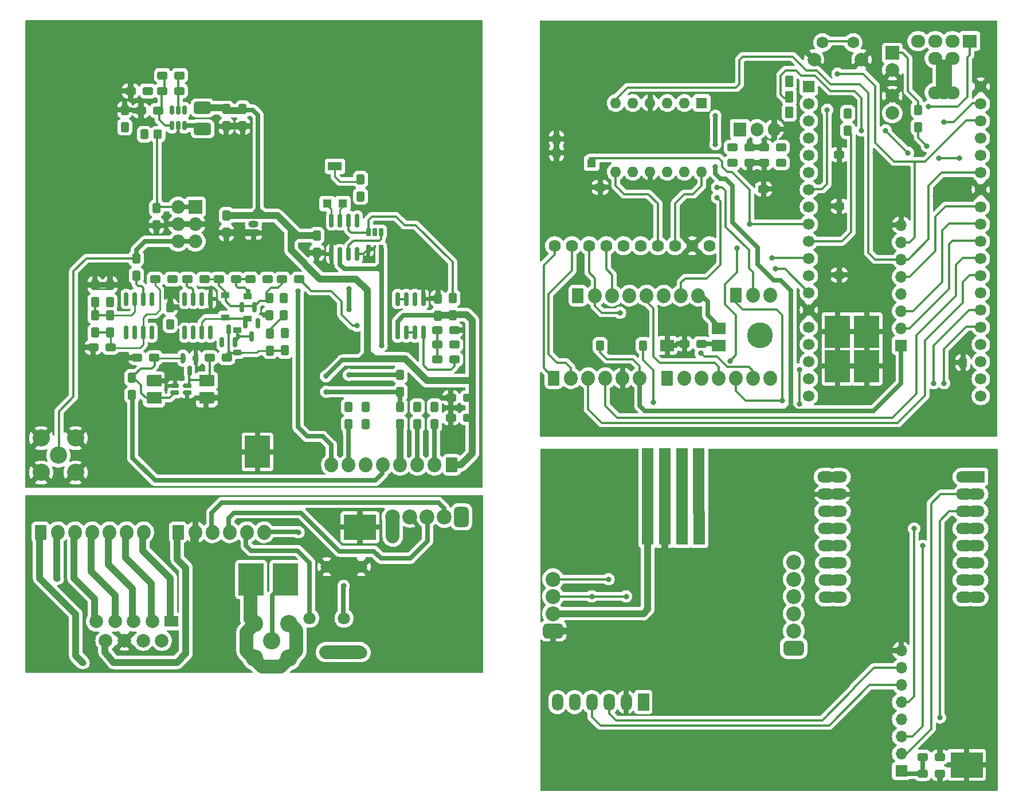
<source format=gbr>
%TF.GenerationSoftware,KiCad,Pcbnew,7.0.1*%
%TF.CreationDate,2023-03-16T09:25:58+01:00*%
%TF.ProjectId,Muons_SIPM_V2,4d756f6e-735f-4534-9950-4d5f56322e6b,rev?*%
%TF.SameCoordinates,PXc54b534PY8c10c98*%
%TF.FileFunction,Copper,L2,Bot*%
%TF.FilePolarity,Positive*%
%FSLAX46Y46*%
G04 Gerber Fmt 4.6, Leading zero omitted, Abs format (unit mm)*
G04 Created by KiCad (PCBNEW 7.0.1) date 2023-03-16 09:25:58*
%MOMM*%
%LPD*%
G01*
G04 APERTURE LIST*
G04 Aperture macros list*
%AMRoundRect*
0 Rectangle with rounded corners*
0 $1 Rounding radius*
0 $2 $3 $4 $5 $6 $7 $8 $9 X,Y pos of 4 corners*
0 Add a 4 corners polygon primitive as box body*
4,1,4,$2,$3,$4,$5,$6,$7,$8,$9,$2,$3,0*
0 Add four circle primitives for the rounded corners*
1,1,$1+$1,$2,$3*
1,1,$1+$1,$4,$5*
1,1,$1+$1,$6,$7*
1,1,$1+$1,$8,$9*
0 Add four rect primitives between the rounded corners*
20,1,$1+$1,$2,$3,$4,$5,0*
20,1,$1+$1,$4,$5,$6,$7,0*
20,1,$1+$1,$6,$7,$8,$9,0*
20,1,$1+$1,$8,$9,$2,$3,0*%
%AMOutline5P*
0 Free polygon, 5 corners , with rotation*
0 The origin of the aperture is its center*
0 number of corners: always 5*
0 $1 to $10 corner X, Y*
0 $11 Rotation angle, in degrees counterclockwise*
0 create outline with 5 corners*
4,1,5,$1,$2,$3,$4,$5,$6,$7,$8,$9,$10,$1,$2,$11*%
%AMOutline6P*
0 Free polygon, 6 corners , with rotation*
0 The origin of the aperture is its center*
0 number of corners: always 6*
0 $1 to $12 corner X, Y*
0 $13 Rotation angle, in degrees counterclockwise*
0 create outline with 6 corners*
4,1,6,$1,$2,$3,$4,$5,$6,$7,$8,$9,$10,$11,$12,$1,$2,$13*%
%AMOutline7P*
0 Free polygon, 7 corners , with rotation*
0 The origin of the aperture is its center*
0 number of corners: always 7*
0 $1 to $14 corner X, Y*
0 $15 Rotation angle, in degrees counterclockwise*
0 create outline with 7 corners*
4,1,7,$1,$2,$3,$4,$5,$6,$7,$8,$9,$10,$11,$12,$13,$14,$1,$2,$15*%
%AMOutline8P*
0 Free polygon, 8 corners , with rotation*
0 The origin of the aperture is its center*
0 number of corners: always 8*
0 $1 to $16 corner X, Y*
0 $17 Rotation angle, in degrees counterclockwise*
0 create outline with 8 corners*
4,1,8,$1,$2,$3,$4,$5,$6,$7,$8,$9,$10,$11,$12,$13,$14,$15,$16,$1,$2,$17*%
G04 Aperture macros list end*
%TA.AperFunction,ComponentPad*%
%ADD10C,2.600000*%
%TD*%
%TA.AperFunction,ConnectorPad*%
%ADD11C,3.800000*%
%TD*%
%TA.AperFunction,ComponentPad*%
%ADD12R,2.000000X2.000000*%
%TD*%
%TA.AperFunction,ComponentPad*%
%ADD13O,2.000000X2.000000*%
%TD*%
%TA.AperFunction,ComponentPad*%
%ADD14RoundRect,0.255319X0.344681X0.627681X-0.344681X0.627681X-0.344681X-0.627681X0.344681X-0.627681X0*%
%TD*%
%TA.AperFunction,ComponentPad*%
%ADD15C,4.000000*%
%TD*%
%TA.AperFunction,ComponentPad*%
%ADD16R,2.000000X1.600000*%
%TD*%
%TA.AperFunction,ComponentPad*%
%ADD17C,2.000000*%
%TD*%
%TA.AperFunction,ComponentPad*%
%ADD18C,2.552700*%
%TD*%
%TA.AperFunction,ComponentPad*%
%ADD19R,4.750000X3.700000*%
%TD*%
%TA.AperFunction,ComponentPad*%
%ADD20R,3.700000X4.750000*%
%TD*%
%TA.AperFunction,SMDPad,CuDef*%
%ADD21R,2.008000X12.700000*%
%TD*%
%TA.AperFunction,SMDPad,CuDef*%
%ADD22R,4.572000X2.032000*%
%TD*%
%TA.AperFunction,SMDPad,CuDef*%
%ADD23R,12.192000X2.032000*%
%TD*%
%TA.AperFunction,SMDPad,CuDef*%
%ADD24R,22.352000X2.008000*%
%TD*%
%TA.AperFunction,SMDPad,CuDef*%
%ADD25R,2.008000X12.192000*%
%TD*%
%TA.AperFunction,ComponentPad*%
%ADD26R,2.000000X1.780000*%
%TD*%
%TA.AperFunction,ComponentPad*%
%ADD27RoundRect,0.255319X0.494681X-0.344681X0.494681X0.344681X-0.494681X0.344681X-0.494681X-0.344681X0*%
%TD*%
%TA.AperFunction,ComponentPad*%
%ADD28R,1.300000X1.300000*%
%TD*%
%TA.AperFunction,ComponentPad*%
%ADD29R,1.500000X1.050000*%
%TD*%
%TA.AperFunction,ComponentPad*%
%ADD30O,1.500000X1.050000*%
%TD*%
%TA.AperFunction,ComponentPad*%
%ADD31RoundRect,0.255319X-0.344681X-0.494681X0.344681X-0.494681X0.344681X0.494681X-0.344681X0.494681X0*%
%TD*%
%TA.AperFunction,ComponentPad*%
%ADD32RoundRect,0.250000X-0.620000X-0.845000X0.620000X-0.845000X0.620000X0.845000X-0.620000X0.845000X0*%
%TD*%
%TA.AperFunction,ComponentPad*%
%ADD33O,2.000000X2.190000*%
%TD*%
%TA.AperFunction,ComponentPad*%
%ADD34R,1.600000X1.600000*%
%TD*%
%TA.AperFunction,ComponentPad*%
%ADD35O,1.600000X1.600000*%
%TD*%
%TA.AperFunction,ComponentPad*%
%ADD36RoundRect,0.255319X-0.494681X0.344681X-0.494681X-0.344681X0.494681X-0.344681X0.494681X0.344681X0*%
%TD*%
%TA.AperFunction,ComponentPad*%
%ADD37O,2.540000X1.665000*%
%TD*%
%TA.AperFunction,ComponentPad*%
%ADD38R,2.540000X1.665000*%
%TD*%
%TA.AperFunction,ComponentPad*%
%ADD39RoundRect,0.255319X0.344681X0.494681X-0.344681X0.494681X-0.344681X-0.494681X0.344681X-0.494681X0*%
%TD*%
%TA.AperFunction,ComponentPad*%
%ADD40C,1.800000*%
%TD*%
%TA.AperFunction,ComponentPad*%
%ADD41RoundRect,0.550000X-0.550000X0.950000X-0.550000X-0.950000X0.550000X-0.950000X0.550000X0.950000X0*%
%TD*%
%TA.AperFunction,ComponentPad*%
%ADD42C,2.200000*%
%TD*%
%TA.AperFunction,ComponentPad*%
%ADD43R,1.789800X9.686800*%
%TD*%
%TA.AperFunction,ComponentPad*%
%ADD44R,1.700000X5.000000*%
%TD*%
%TA.AperFunction,ComponentPad*%
%ADD45R,1.700000X9.712200*%
%TD*%
%TA.AperFunction,ComponentPad*%
%ADD46R,1.662800X9.712200*%
%TD*%
%TA.AperFunction,ComponentPad*%
%ADD47RoundRect,0.250000X0.620000X0.845000X-0.620000X0.845000X-0.620000X-0.845000X0.620000X-0.845000X0*%
%TD*%
%TA.AperFunction,ComponentPad*%
%ADD48C,1.780000*%
%TD*%
%TA.AperFunction,ComponentPad*%
%ADD49R,1.700000X1.700000*%
%TD*%
%TA.AperFunction,ComponentPad*%
%ADD50C,1.700000*%
%TD*%
%TA.AperFunction,ComponentPad*%
%ADD51RoundRect,0.550000X0.950000X0.550000X-0.950000X0.550000X-0.950000X-0.550000X0.950000X-0.550000X0*%
%TD*%
%TA.AperFunction,ComponentPad*%
%ADD52O,1.700000X1.700000*%
%TD*%
%TA.AperFunction,SMDPad,CuDef*%
%ADD53RoundRect,0.255319X-0.494681X0.344681X-0.494681X-0.344681X0.494681X-0.344681X0.494681X0.344681X0*%
%TD*%
%TA.AperFunction,SMDPad,CuDef*%
%ADD54RoundRect,0.255319X-0.344681X-0.494681X0.344681X-0.494681X0.344681X0.494681X-0.344681X0.494681X0*%
%TD*%
%TA.AperFunction,ComponentPad*%
%ADD55R,1.905000X2.000000*%
%TD*%
%TA.AperFunction,ComponentPad*%
%ADD56O,1.905000X2.000000*%
%TD*%
%TA.AperFunction,SMDPad,CuDef*%
%ADD57RoundRect,0.150000X0.150000X-0.587500X0.150000X0.587500X-0.150000X0.587500X-0.150000X-0.587500X0*%
%TD*%
%TA.AperFunction,SMDPad,CuDef*%
%ADD58RoundRect,0.255319X0.494681X-0.344681X0.494681X0.344681X-0.494681X0.344681X-0.494681X-0.344681X0*%
%TD*%
%TA.AperFunction,ComponentPad*%
%ADD59C,1.750000*%
%TD*%
%TA.AperFunction,SMDPad,CuDef*%
%ADD60RoundRect,0.255319X0.344681X0.494681X-0.344681X0.494681X-0.344681X-0.494681X0.344681X-0.494681X0*%
%TD*%
%TA.AperFunction,SMDPad,CuDef*%
%ADD61R,1.200000X0.900000*%
%TD*%
%TA.AperFunction,ComponentPad*%
%ADD62R,1.200000X0.900000*%
%TD*%
%TA.AperFunction,SMDPad,CuDef*%
%ADD63RoundRect,0.250000X0.350000X0.450000X-0.350000X0.450000X-0.350000X-0.450000X0.350000X-0.450000X0*%
%TD*%
%TA.AperFunction,ComponentPad*%
%ADD64RoundRect,0.250000X0.337500X0.475000X-0.337500X0.475000X-0.337500X-0.475000X0.337500X-0.475000X0*%
%TD*%
%TA.AperFunction,SMDPad,CuDef*%
%ADD65RoundRect,0.150000X-0.150000X0.825000X-0.150000X-0.825000X0.150000X-0.825000X0.150000X0.825000X0*%
%TD*%
%TA.AperFunction,ComponentPad*%
%ADD66RoundRect,0.150000X-0.150000X0.825000X-0.150000X-0.825000X0.150000X-0.825000X0.150000X0.825000X0*%
%TD*%
%TA.AperFunction,SMDPad,CuDef*%
%ADD67R,1.300000X1.300000*%
%TD*%
%TA.AperFunction,SMDPad,CuDef*%
%ADD68R,2.000000X1.300000*%
%TD*%
%TA.AperFunction,SMDPad,CuDef*%
%ADD69RoundRect,0.152400X-0.482600X-0.152400X0.482600X-0.152400X0.482600X0.152400X-0.482600X0.152400X0*%
%TD*%
%TA.AperFunction,SMDPad,CuDef*%
%ADD70RoundRect,0.225000X0.375000X-0.225000X0.375000X0.225000X-0.375000X0.225000X-0.375000X-0.225000X0*%
%TD*%
%TA.AperFunction,ComponentPad*%
%ADD71RoundRect,0.225000X0.375000X-0.225000X0.375000X0.225000X-0.375000X0.225000X-0.375000X-0.225000X0*%
%TD*%
%TA.AperFunction,SMDPad,CuDef*%
%ADD72RoundRect,0.090000X-0.210000X0.520000X-0.210000X-0.520000X0.210000X-0.520000X0.210000X0.520000X0*%
%TD*%
%TA.AperFunction,ComponentPad*%
%ADD73RoundRect,0.090000X-0.210000X0.520000X-0.210000X-0.520000X0.210000X-0.520000X0.210000X0.520000X0*%
%TD*%
%TA.AperFunction,ComponentPad*%
%ADD74R,1.665000X2.540000*%
%TD*%
%TA.AperFunction,ComponentPad*%
%ADD75O,1.665000X2.540000*%
%TD*%
%TA.AperFunction,ComponentPad*%
%ADD76RoundRect,0.150000X0.150000X-0.825000X0.150000X0.825000X-0.150000X0.825000X-0.150000X-0.825000X0*%
%TD*%
%TA.AperFunction,SMDPad,CuDef*%
%ADD77RoundRect,0.150000X0.150000X-0.825000X0.150000X0.825000X-0.150000X0.825000X-0.150000X-0.825000X0*%
%TD*%
%TA.AperFunction,ComponentPad*%
%ADD78R,2.100000X1.900000*%
%TD*%
%TA.AperFunction,ComponentPad*%
%ADD79O,2.100000X1.900000*%
%TD*%
%TA.AperFunction,ComponentPad*%
%ADD80Outline8P,-2.821000X0.711000X-2.347000X1.185000X2.347000X1.185000X2.821000X0.711000X2.821000X-0.711000X2.347000X-1.185000X-2.347000X-1.185000X-2.821000X-0.711000X270.000000*%
%TD*%
%TA.AperFunction,SMDPad,CuDef*%
%ADD81RoundRect,0.150000X-0.150000X0.587500X-0.150000X-0.587500X0.150000X-0.587500X0.150000X0.587500X0*%
%TD*%
%TA.AperFunction,SMDPad,CuDef*%
%ADD82R,1.300000X1.500000*%
%TD*%
%TA.AperFunction,ComponentPad*%
%ADD83RoundRect,0.346154X0.903846X-0.553846X0.903846X0.553846X-0.903846X0.553846X-0.903846X-0.553846X0*%
%TD*%
%TA.AperFunction,SMDPad,CuDef*%
%ADD84R,2.000000X1.780000*%
%TD*%
%TA.AperFunction,ComponentPad*%
%ADD85RoundRect,0.150000X-0.150000X0.587500X-0.150000X-0.587500X0.150000X-0.587500X0.150000X0.587500X0*%
%TD*%
%TA.AperFunction,SMDPad,CuDef*%
%ADD86RoundRect,0.150000X0.150000X-0.512500X0.150000X0.512500X-0.150000X0.512500X-0.150000X-0.512500X0*%
%TD*%
%TA.AperFunction,ComponentPad*%
%ADD87RoundRect,0.150000X0.150000X-0.512500X0.150000X0.512500X-0.150000X0.512500X-0.150000X-0.512500X0*%
%TD*%
%TA.AperFunction,SMDPad,CuDef*%
%ADD88R,0.450000X0.700000*%
%TD*%
%TA.AperFunction,ViaPad*%
%ADD89C,0.800000*%
%TD*%
%TA.AperFunction,Conductor*%
%ADD90C,0.300000*%
%TD*%
%TA.AperFunction,Conductor*%
%ADD91C,0.250000*%
%TD*%
%TA.AperFunction,Conductor*%
%ADD92C,0.635000*%
%TD*%
%TA.AperFunction,Conductor*%
%ADD93C,0.254000*%
%TD*%
%TA.AperFunction,Conductor*%
%ADD94C,1.000000*%
%TD*%
%TA.AperFunction,Conductor*%
%ADD95C,1.270000*%
%TD*%
%TA.AperFunction,Conductor*%
%ADD96C,2.000000*%
%TD*%
G04 APERTURE END LIST*
D10*
%TO.P,H3,1,1*%
%TO.N,GND*%
X-103429404Y68801200D03*
D11*
X-103429404Y68801200D03*
%TD*%
D12*
%TO.P,J1,1,Pin_1*%
%TO.N,Net-(J1-Pin_1)*%
X-122168204Y86333200D03*
D13*
%TO.P,J1,2,Pin_2*%
X-124708204Y86333200D03*
%TO.P,J1,3,Pin_3*%
%TO.N,GND*%
X-122168204Y83793200D03*
%TO.P,J1,4,Pin_4*%
X-124708204Y83793200D03*
%TO.P,J1,5,Pin_5*%
%TO.N,Net-(J1-Pin_5)*%
X-122168204Y81253200D03*
%TO.P,J1,6,Pin_6*%
X-124708204Y81253200D03*
%TD*%
D14*
%TO.P,R33,1*%
%TO.N,Net-(U12-VO)*%
X-34417000Y100322275D03*
%TO.P,R33,2*%
%TO.N,3.3V*%
X-34417000Y102596275D03*
%TD*%
D15*
%TO.P,J3,0,PAD*%
%TO.N,GND3*%
X-118765204Y24817000D03*
D16*
%TO.P,J3,1,1*%
%TO.N,Net-(J5-Pin_7)*%
X-125725204Y25117000D03*
D17*
%TO.P,J3,2,2*%
%TO.N,Net-(J5-Pin_6)*%
X-128495204Y25117000D03*
%TO.P,J3,3,3*%
%TO.N,Net-(J5-Pin_5)*%
X-131265204Y25117000D03*
%TO.P,J3,4,4*%
%TO.N,Net-(J5-Pin_4)*%
X-134035204Y25117000D03*
%TO.P,J3,5,5*%
%TO.N,Net-(J5-Pin_3)*%
X-136805204Y25117000D03*
%TO.P,J3,6,6*%
%TO.N,Net-(J5-Pin_2)*%
X-127110204Y22277000D03*
%TO.P,J3,7,7*%
%TO.N,Net-(J5-Pin_1)*%
X-129880204Y22277000D03*
%TO.P,J3,8,8*%
%TO.N,GND3*%
X-132650204Y22277000D03*
%TO.P,J3,9,9*%
%TO.N,VCC3.3v*%
X-135420204Y22277000D03*
D15*
%TO.P,J3,10,PAD*%
%TO.N,GND3*%
X-143765204Y24817000D03*
%TD*%
D10*
%TO.P,H8,1,1*%
%TO.N,GND1*%
X-67000000Y67405275D03*
D11*
X-67000000Y67405275D03*
%TD*%
D18*
%TO.P,J2,1,1*%
%TO.N,Net-(J1-Pin_5)*%
X-142405404Y49638200D03*
%TO.P,J2,2,2*%
%TO.N,GND*%
X-144945404Y52178200D03*
%TO.P,J2,3,3*%
X-139865404Y52178200D03*
%TO.P,J2,4,4*%
X-144945404Y47098200D03*
%TO.P,J2,5,5*%
X-139865404Y47098200D03*
%TD*%
D19*
%TO.P,TP8,1,1*%
%TO.N,GND2*%
X-8237000Y3914475D03*
%TD*%
D10*
%TO.P,H12,1,1*%
%TO.N,GND2*%
X-67000000Y4405275D03*
D11*
X-67000000Y4405275D03*
%TD*%
D20*
%TO.P,Cn1,1,1*%
%TO.N,GND*%
X-112990004Y50146200D03*
%TD*%
D10*
%TO.P,H7,1,1*%
%TO.N,GND1*%
X-67000000Y105538275D03*
D11*
X-67000000Y105538275D03*
%TD*%
D21*
%TO.P,B1,1,GND*%
%TO.N,GND*%
X-135608004Y101454200D03*
D22*
X-131786004Y93580200D03*
D23*
X-120356004Y93580200D03*
D24*
X-122896004Y108832200D03*
D25*
X-110692004Y101200200D03*
%TD*%
D10*
%TO.P,H4,1,1*%
%TO.N,GND*%
X-103429404Y98801200D03*
D11*
X-103429404Y98801200D03*
%TD*%
D26*
%TO.P,U11,2*%
%TO.N,GND1*%
X-52451000Y65881275D03*
%TO.P,U11,3*%
%TO.N,VCC1*%
X-44831000Y65881275D03*
%TO.P,U11,4*%
%TO.N,/5V SIPM*%
X-44831000Y68421275D03*
%TD*%
D27*
%TO.P,C26,2*%
%TO.N,GND1*%
X-38227001Y88995275D03*
%TD*%
D28*
%TO.P,RV4,3,3*%
%TO.N,/OUT DAC*%
X-63620000Y92805275D03*
%TD*%
D29*
%TO.P,U5,1,GND*%
%TO.N,GND*%
X-113572004Y82502200D03*
D30*
%TO.P,U5,2,DQ*%
%TO.N,/S_Out T\u00B0 DS18*%
X-113572004Y83772200D03*
%TO.P,U5,3,V_{DD}*%
%TO.N,/S_5V*%
X-113572004Y85042200D03*
%TD*%
D27*
%TO.P,R36,1*%
%TO.N,GND1*%
X-27051000Y86455275D03*
%TD*%
%TO.P,C21,1*%
%TO.N,GND1*%
X-40294000Y92852275D03*
%TO.P,C21,2*%
%TO.N,VCC1*%
X-42834000Y92852275D03*
%TD*%
D19*
%TO.P,TP3,1,1*%
%TO.N,GND3*%
X-97839804Y39032800D03*
%TD*%
D31*
%TO.P,R32,1*%
%TO.N,/POWSIMP*%
X-56007000Y65881275D03*
%TD*%
D32*
%TO.P,J6,1,Pin_1*%
%TO.N,VCC3.3v*%
X-124715204Y38279000D03*
D33*
%TO.P,J6,2,Pin_2*%
%TO.N,GND3*%
X-122175204Y38279000D03*
%TO.P,J6,3,Pin_3*%
%TO.N,TX3*%
X-119635204Y38279000D03*
%TO.P,J6,4,Pin_4*%
%TO.N,RX3*%
X-117095204Y38279000D03*
%TO.P,J6,5,Pin_5*%
%TO.N,Reg_Threshold_3*%
X-114555204Y38279000D03*
%TO.P,J6,6,Pin_6*%
%TO.N,Reg_Coef_3*%
X-112015204Y38279000D03*
%TD*%
D10*
%TO.P,H6,1,1*%
%TO.N,GND*%
X-83429404Y105801200D03*
D11*
X-83429404Y105801200D03*
%TD*%
D34*
%TO.P,U9,1,TX1_LV*%
%TO.N,SCL*%
X-47371000Y101695275D03*
D35*
%TO.P,U9,2,RX0_LV*%
%TO.N,unconnected-(U9-RX0_LV-Pad2)*%
X-49911000Y101695275D03*
%TO.P,U9,3,LV*%
%TO.N,3.3V*%
X-52451000Y101695275D03*
%TO.P,U9,4,GND*%
%TO.N,GND1*%
X-54991000Y101695275D03*
%TO.P,U9,5,RX0*%
%TO.N,unconnected-(U9-RX0-Pad5)*%
X-57531000Y101695275D03*
%TO.P,U9,6,TX1*%
%TO.N,SDA*%
X-60071000Y101695275D03*
%TO.P,U9,7,TX0*%
%TO.N,SDA_ADS*%
X-60071000Y91535275D03*
%TO.P,U9,8,RX1*%
%TO.N,unconnected-(U9-RX1-Pad8)*%
X-57531000Y91535275D03*
%TO.P,U9,9,GND*%
%TO.N,GND1*%
X-54991000Y91535275D03*
%TO.P,U9,10,HV*%
%TO.N,VCC1*%
X-52451000Y91535275D03*
%TO.P,U9,11,RX1*%
%TO.N,unconnected-(U9-RX1-Pad11)*%
X-49911000Y91535275D03*
%TO.P,U9,12,TX0*%
%TO.N,SCL_ADS*%
X-47371000Y91535275D03*
%TD*%
D10*
%TO.P,H2,1,1*%
%TO.N,GND*%
X-83429404Y83801200D03*
D11*
X-83429404Y83801200D03*
%TD*%
D10*
%TO.P,H10,1,1*%
%TO.N,GND2*%
X-38735000Y4405275D03*
D11*
X-38735000Y4405275D03*
%TD*%
D36*
%TO.P,C23,1*%
%TO.N,VCC1*%
X-42834000Y95138275D03*
%TO.P,C23,2*%
%TO.N,GND1*%
X-40294000Y95138275D03*
%TD*%
D37*
%TO.P,J15,*%
%TO.N,*%
X-6763300Y28662275D03*
X-6800800Y31202275D03*
X-6800800Y33742275D03*
X-8540800Y28662275D03*
X-8540800Y31202275D03*
X-8540800Y33742275D03*
X-27120800Y28662275D03*
X-27120800Y31202275D03*
X-27120800Y33742275D03*
X-27120800Y36282275D03*
X-27120800Y38822275D03*
X-27120800Y41362275D03*
X-27120800Y46442275D03*
X-28860800Y28662275D03*
X-28860800Y31202275D03*
X-28860800Y33742275D03*
X-28898300Y36282275D03*
X-28935800Y38822275D03*
X-28973300Y41362275D03*
X-29048300Y46442275D03*
%TO.P,J15,1,GND*%
%TO.N,GND2*%
X-27120800Y43902275D03*
X-29010800Y43902275D03*
D38*
%TO.P,J15,2,VCC*%
%TO.N,3.3V-2*%
X-6800800Y46442275D03*
D37*
X-8540800Y46442275D03*
%TO.P,J15,5,SCK*%
%TO.N,SCK-2*%
X-6800800Y36282275D03*
X-8540800Y36282275D03*
%TO.P,J15,6,MISO*%
%TO.N,MISO-2*%
X-6800800Y38822275D03*
X-8540800Y38822275D03*
%TO.P,J15,7,MOSI*%
%TO.N,MOSI-2*%
X-6800800Y41362275D03*
X-8540800Y41362275D03*
%TO.P,J15,8,CS*%
%TO.N,SDSSPIN-2*%
X-6800800Y43902275D03*
X-8540800Y43902275D03*
%TD*%
D39*
%TO.P,R31,1*%
%TO.N,GND1*%
X-68834000Y94329274D03*
%TD*%
D14*
%TO.P,R34,2*%
%TO.N,Net-(M2-3V3)*%
X-34417000Y104882274D03*
%TD*%
D39*
%TO.P,C20,2*%
%TO.N,GND1*%
X-68834000Y96361276D03*
%TD*%
D40*
%TO.P,RV2,1,1*%
%TO.N,GND3*%
X-102744204Y33199000D03*
%TO.P,RV2,2,2*%
%TO.N,Reg_Threshold_3*%
X-105284204Y25579000D03*
%TO.P,RV2,3,3*%
%TO.N,VCC3.3v*%
X-102744204Y20499000D03*
%TD*%
D41*
%TO.P,U6,1,PPS*%
%TO.N,unconnected-(U6-PPS-Pad1)*%
X-82853804Y40556800D03*
D42*
%TO.P,U6,2,RXD*%
%TO.N,TX3*%
X-85393804Y40556800D03*
%TO.P,U6,3,TXD*%
%TO.N,RX3*%
X-87933804Y40556800D03*
%TO.P,U6,4,GND*%
%TO.N,GND3*%
X-90473804Y40556800D03*
%TO.P,U6,5,VCC*%
%TO.N,VCC3.3v*%
X-93013804Y40556800D03*
%TD*%
D32*
%TO.P,J5,1,Pin_1*%
%TO.N,Net-(J5-Pin_1)*%
X-145035204Y38279000D03*
D33*
%TO.P,J5,2,Pin_2*%
%TO.N,Net-(J5-Pin_2)*%
X-142495204Y38279000D03*
%TO.P,J5,3,Pin_3*%
%TO.N,Net-(J5-Pin_3)*%
X-139955204Y38279000D03*
%TO.P,J5,4,Pin_4*%
%TO.N,Net-(J5-Pin_4)*%
X-137415204Y38279000D03*
%TO.P,J5,5,Pin_5*%
%TO.N,Net-(J5-Pin_5)*%
X-134875204Y38279000D03*
%TO.P,J5,6,Pin_6*%
%TO.N,Net-(J5-Pin_6)*%
X-132335204Y38279000D03*
%TO.P,J5,7,Pin_7*%
%TO.N,Net-(J5-Pin_7)*%
X-129795204Y38279000D03*
%TD*%
D40*
%TO.P,RV1,1,1*%
%TO.N,GND3*%
X-97664204Y33199000D03*
%TO.P,RV1,2,2*%
%TO.N,Reg_Coef_3*%
X-100204204Y25579000D03*
%TO.P,RV1,3,3*%
%TO.N,VCC3.3v*%
X-97664204Y20499000D03*
%TD*%
D43*
%TO.P,J14,1,Pin_1*%
%TO.N,SDA-2*%
X-47778900Y45857875D03*
D44*
X-47734000Y38942475D03*
D45*
%TO.P,J14,2,Pin_2*%
%TO.N,SCL-2*%
X-50274000Y45870575D03*
D44*
X-50274000Y38942475D03*
D46*
%TO.P,J14,3,Pin_3*%
%TO.N,GND2*%
X-52795400Y45870575D03*
D44*
X-52814000Y38942475D03*
D46*
%TO.P,J14,4,Pin_4*%
%TO.N,3.3V-2*%
X-55335400Y45870575D03*
D44*
X-55354000Y38942475D03*
%TD*%
D10*
%TO.P,H14,1,1*%
%TO.N,GND1*%
X-38735000Y105538275D03*
D11*
X-38735000Y105538275D03*
%TD*%
D36*
%TO.P,C24,1*%
%TO.N,GND1*%
X-38135000Y92852275D03*
%TO.P,C24,2*%
%TO.N,Net-(U12-VO)*%
X-35595000Y92852275D03*
%TD*%
D18*
%TO.P,J4,1,1*%
%TO.N,Net-(J4-Pad1)*%
X-110872204Y22206400D03*
%TO.P,J4,2,2*%
%TO.N,Net-(J4-Pad2)*%
X-108332204Y24746400D03*
%TO.P,J4,3,3*%
X-108332204Y19666400D03*
%TO.P,J4,4,4*%
X-113412204Y24746400D03*
%TO.P,J4,5,5*%
X-113412204Y19666400D03*
%TD*%
D20*
%TO.P,TP7,1,1*%
%TO.N,GND1*%
X-27305000Y62833275D03*
%TD*%
%TO.P,TP4,1,1*%
%TO.N,GND1*%
X-22987000Y67913275D03*
%TD*%
D10*
%TO.P,H5,1,1*%
%TO.N,GND*%
X-143429404Y105801200D03*
D11*
X-143429404Y105801200D03*
%TD*%
D47*
%TO.P,J7,1,Pin_1*%
%TO.N,/S_5V*%
X-84290204Y48263000D03*
D33*
%TO.P,J7,2,Pin_2*%
%TO.N,/S_COMPAR*%
X-86830204Y48263000D03*
%TO.P,J7,3,Pin_3*%
%TO.N,/S_OUT Dac_Filtre*%
X-89370204Y48263000D03*
%TO.P,J7,4,Pin_4*%
%TO.N,/S_Out Amp*%
X-91910204Y48263000D03*
%TO.P,J7,5,Pin_5*%
%TO.N,/S_RAZ Condo*%
X-94450204Y48263000D03*
%TO.P,J7,6,Pin_6*%
%TO.N,/S_Out Amp Filtre*%
X-96990204Y48263000D03*
%TO.P,J7,7,Pin_7*%
%TO.N,/S_Out Detect*%
X-99530204Y48263000D03*
%TO.P,J7,8,Pin_8*%
%TO.N,/S_Out T\u00B0 DS18*%
X-102070204Y48263000D03*
%TD*%
D20*
%TO.P,TP2,1,1*%
%TO.N,Net-(J4-Pad2)*%
X-113920204Y31294000D03*
%TD*%
D48*
%TO.P,U10,1,AIN3*%
%TO.N,/REG_THRESHOLD*%
X-69088000Y80613275D03*
%TO.P,U10,2,AIN2*%
%TO.N,/Reg_Coef*%
X-66548000Y80613275D03*
%TO.P,U10,3,AIN1*%
%TO.N,/Out Detect*%
X-64008000Y80613275D03*
%TO.P,U10,4,AIN0*%
%TO.N,/Out Amp Filtre*%
X-61468000Y80613275D03*
%TO.P,U10,5,ALERT*%
%TO.N,unconnected-(U10-ALERT-Pad5)*%
X-58928000Y80613275D03*
%TO.P,U10,6,ADDR*%
%TO.N,unconnected-(U10-ADDR-Pad6)*%
X-56388000Y80613275D03*
%TO.P,U10,7,SDA*%
%TO.N,SDA_ADS*%
X-53848000Y80613275D03*
%TO.P,U10,8,SCL*%
%TO.N,SCL_ADS*%
X-51308000Y80613275D03*
%TO.P,U10,9,GND*%
%TO.N,GND1*%
X-48768000Y80613275D03*
%TO.P,U10,10,VDD*%
%TO.N,VCC1*%
X-46228000Y80613275D03*
%TD*%
D27*
%TO.P,R35,1*%
%TO.N,GND1*%
X-27051000Y94075275D03*
%TD*%
%TO.P,C25,1*%
%TO.N,Net-(U12-VO)*%
X-35595000Y95138275D03*
%TO.P,C25,2*%
%TO.N,GND1*%
X-38135000Y95138275D03*
%TD*%
D20*
%TO.P,TP5,1,1*%
%TO.N,GND1*%
X-27305000Y67913275D03*
%TD*%
D49*
%TO.P,M2,1,3V3*%
%TO.N,Net-(M2-3V3)*%
X-31531000Y104132275D03*
D50*
%TO.P,M2,2,EN*%
%TO.N,unconnected-(M2-EN-Pad2)*%
X-31531000Y101592275D03*
%TO.P,M2,3,VP*%
%TO.N,unconnected-(M2-VP-Pad3)*%
X-31531000Y99052275D03*
%TO.P,M2,4,VN*%
%TO.N,unconnected-(M2-VN-Pad4)*%
X-31531000Y96512275D03*
%TO.P,M2,5,GPIO34*%
%TO.N,/SW8*%
X-31531000Y93972275D03*
%TO.P,M2,6,GPIO35*%
%TO.N,unconnected-(M2-GPIO35-Pad6)*%
X-31531000Y91432275D03*
%TO.P,M2,7,GPIO32*%
%TO.N,/BUTTON*%
X-31531000Y88892275D03*
%TO.P,M2,8,GPIO33*%
%TO.N,/SW4*%
X-31531000Y86352275D03*
%TO.P,M2,9,GPIO25*%
%TO.N,/OUT DAC*%
X-31531000Y83812275D03*
%TO.P,M2,10,GPIO26*%
%TO.N,/LEDAL*%
X-31531000Y81272275D03*
%TO.P,M2,11,GPIO27*%
%TO.N,/Out T\u00B0 DS18*%
X-31531000Y78732275D03*
%TO.P,M2,12,GPIO14*%
%TO.N,/SW1*%
X-31531000Y76192275D03*
%TO.P,M2,13,GPIO12*%
%TO.N,/RAZ Condo*%
X-31531000Y73652275D03*
%TO.P,M2,14,GND*%
%TO.N,GND1*%
X-31531000Y71112275D03*
%TO.P,M2,15,GPIO13*%
%TO.N,/Out Oscillo*%
X-31531000Y68572275D03*
%TO.P,M2,16,SD2*%
%TO.N,unconnected-(M2-SD2-Pad16)*%
X-31531000Y66032275D03*
%TO.P,M2,17,SD3*%
%TO.N,unconnected-(M2-SD3-Pad17)*%
X-31531000Y63492275D03*
%TO.P,M2,18,CMD*%
%TO.N,unconnected-(M2-CMD-Pad18)*%
X-31531000Y60952275D03*
%TO.P,M2,19,5V*%
%TO.N,VCC1*%
X-31531000Y58412275D03*
%TO.P,M2,20,CLK*%
%TO.N,unconnected-(M2-CLK-Pad20)*%
X-6131000Y58412275D03*
%TO.P,M2,21,SD0*%
%TO.N,unconnected-(M2-SD0-Pad21)*%
X-6131000Y60952275D03*
%TO.P,M2,22,SD1*%
%TO.N,unconnected-(M2-SD1-Pad22)*%
X-6131000Y63492275D03*
%TO.P,M2,23,GPIO15*%
%TO.N,/SW2*%
X-6131000Y66032275D03*
%TO.P,M2,24,GPIO2*%
%TO.N,/POWSIMP*%
X-6131000Y68572275D03*
%TO.P,M2,25,GPIO0*%
%TO.N,/Out Comparateur*%
X-6131000Y71112275D03*
%TO.P,M2,26,GPIO4*%
%TO.N,/LEDPOW*%
X-6131000Y73652275D03*
%TO.P,M2,27,GPIO16*%
%TO.N,/RXD2*%
X-6131000Y76192275D03*
%TO.P,M2,28,GPIO17*%
%TO.N,/TXD2*%
X-6131000Y78732275D03*
%TO.P,M2,29,GPIO5*%
%TO.N,SDSSPIN*%
X-6131000Y81272275D03*
%TO.P,M2,30,GPIO18*%
%TO.N,SCK*%
X-6131000Y83812275D03*
%TO.P,M2,31,GPIO19*%
%TO.N,MISO*%
X-6131000Y86352275D03*
%TO.P,M2,32,GND*%
%TO.N,GND1*%
X-6131000Y88892275D03*
%TO.P,M2,33,GPIO21*%
%TO.N,SDA*%
X-6131000Y91432275D03*
%TO.P,M2,34,RX*%
%TO.N,unconnected-(M2-RX-Pad34)*%
X-6131000Y93972275D03*
%TO.P,M2,35,TX*%
%TO.N,unconnected-(M2-TX-Pad35)*%
X-6131000Y96512275D03*
%TO.P,M2,36,GPIO22*%
%TO.N,SCL*%
X-6131000Y99052275D03*
%TO.P,M2,37,GPIO23*%
%TO.N,MOSI*%
X-6131000Y101592275D03*
%TO.P,M2,38,GND*%
%TO.N,GND1*%
X-6131000Y104132275D03*
%TD*%
D10*
%TO.P,H9,1,1*%
%TO.N,unconnected-(H9-Pad1)*%
X-38735000Y67405275D03*
D11*
X-38735000Y67405275D03*
%TD*%
D27*
%TO.P,C19,2*%
%TO.N,GND1*%
X-62357000Y89249275D03*
%TD*%
D20*
%TO.P,TP1,1,1*%
%TO.N,Net-(J4-Pad1)*%
X-108840204Y31294000D03*
%TD*%
D27*
%TO.P,R38,1*%
%TO.N,GND1*%
X-27051000Y76295275D03*
%TD*%
D31*
%TO.P,R37,1*%
%TO.N,GND1*%
X-8763000Y63341276D03*
%TD*%
D10*
%TO.P,H11,1,1*%
%TO.N,GND2*%
X-67000000Y42538275D03*
D11*
X-67000000Y42538275D03*
%TD*%
D10*
%TO.P,H13,1,1*%
%TO.N,GND2*%
X-38735000Y42538275D03*
D11*
X-38735000Y42538275D03*
%TD*%
D20*
%TO.P,TP6,1,1*%
%TO.N,GND1*%
X-22987000Y62833275D03*
%TD*%
D39*
%TO.P,R28,2*%
%TO.N,3.3V*%
X-62357000Y65881275D03*
%TD*%
D10*
%TO.P,H1,1,1*%
%TO.N,GND*%
X-143429404Y61801200D03*
D11*
X-143429404Y61801200D03*
%TD*%
D51*
%TO.P,M1,1,32kHz*%
%TO.N,unconnected-(M1-32kHz-Pad1)*%
X-33764000Y21186475D03*
D42*
%TO.P,M1,2,SQW*%
%TO.N,unconnected-(M1-SQW-Pad2)*%
X-33764000Y23726475D03*
%TO.P,M1,3,SCL*%
%TO.N,unconnected-(M1-SCL-Pad3)*%
X-33764000Y26266475D03*
%TO.P,M1,4,SDA*%
%TO.N,unconnected-(M1-SDA-Pad4)*%
X-33764000Y28806475D03*
%TO.P,M1,5,VCC*%
%TO.N,unconnected-(M1-VCC-Pad5)*%
X-33764000Y31346475D03*
%TO.P,M1,6,GND*%
%TO.N,unconnected-(M1-GND-Pad6)*%
X-33764000Y33886475D03*
%TO.P,M1,7,SCL*%
%TO.N,SCL-2*%
X-69324000Y31346475D03*
%TO.P,M1,8,SDA*%
%TO.N,SDA-2*%
X-69324000Y28806475D03*
%TO.P,M1,9,VCC*%
%TO.N,3.3V-2*%
X-69324000Y26266475D03*
D51*
%TO.P,M1,10,GND*%
%TO.N,GND2*%
X-69324000Y23726475D03*
%TD*%
D49*
%TO.P,J12,1,Pin_1*%
%TO.N,3.3V-2*%
X-17889000Y3025475D03*
D52*
%TO.P,J12,2,Pin_2*%
%TO.N,SDSSPIN-2*%
X-17889000Y5565475D03*
%TO.P,J12,3,Pin_3*%
%TO.N,SCK-2*%
X-17889000Y8105475D03*
%TO.P,J12,4,Pin_4*%
%TO.N,MOSI-2*%
X-17889000Y10645475D03*
%TO.P,J12,5,Pin_5*%
%TO.N,MISO-2*%
X-17889000Y13185475D03*
%TO.P,J12,6,Pin_6*%
%TO.N,SDA-2*%
X-17889000Y15725475D03*
%TO.P,J12,7,Pin_7*%
%TO.N,SCL-2*%
X-17889000Y18265475D03*
%TO.P,J12,8,Pin_8*%
%TO.N,GND2*%
X-17889000Y20805475D03*
%TD*%
D53*
%TO.P,R22,1*%
%TO.N,Net-(C16-Pad1)*%
X-86435569Y65992200D03*
D36*
%TO.P,R22,2*%
%TO.N,Net-(C12-Pad2)*%
X-83895569Y65992200D03*
%TD*%
D31*
%TO.P,R25,1*%
%TO.N,/S_5V*%
X-97752204Y87903901D03*
D54*
%TO.P,R25,2*%
%TO.N,Net-(R25-Pad2)*%
X-97752204Y90443901D03*
%TD*%
D55*
%TO.P,U12,1,VI*%
%TO.N,VCC1*%
X-41732200Y97805275D03*
D56*
%TO.P,U12,2,GND*%
%TO.N,GND1*%
X-36652200Y97805275D03*
%TO.P,U12,3,VO*%
%TO.N,Net-(U12-VO)*%
X-39192200Y97805275D03*
%TD*%
D57*
%TO.P,D6,1,A*%
%TO.N,Net-(D2-K)*%
X-116332004Y66351400D03*
%TO.P,D6,2,NC*%
%TO.N,unconnected-(D6-NC-Pad2)*%
X-118232004Y66351400D03*
%TO.P,D6,3,K*%
%TO.N,Net-(D3-K)*%
X-117282004Y68226400D03*
%TD*%
D27*
%TO.P,R8,1*%
%TO.N,Net-(U4-+)*%
X-125565204Y75644200D03*
D58*
%TO.P,R8,2*%
%TO.N,Net-(C12-Pad2)*%
X-128105204Y75644200D03*
%TD*%
D27*
%TO.P,R13,1*%
%TO.N,Net-(U2A--)*%
X-106820004Y75644200D03*
D58*
%TO.P,R13,2*%
%TO.N,Net-(D1-A)*%
X-109360004Y75644200D03*
%TD*%
D17*
%TO.P,SW1,1,A*%
%TO.N,GND1*%
X-30758004Y108122400D03*
%TO.P,SW1,2,A*%
X-23748004Y108122400D03*
D59*
%TO.P,SW1,3,B*%
%TO.N,/BUTTON*%
X-29498004Y110612400D03*
%TO.P,SW1,4,B*%
X-24998004Y110612400D03*
%TD*%
D31*
%TO.P,R21,1*%
%TO.N,/S_Out Amp Filtre*%
X-96990204Y54257400D03*
%TO.P,R21,2*%
%TO.N,Net-(U2B--)*%
X-96990204Y56797400D03*
%TD*%
D60*
%TO.P,R10,1*%
%TO.N,Net-(C12-Pad2)*%
X-91910204Y56797400D03*
%TO.P,R10,2*%
%TO.N,/S_Out Amp*%
X-91910204Y54257400D03*
%TD*%
D27*
%TO.P,C9,1*%
%TO.N,/S_5V*%
X-129195204Y103474400D03*
%TO.P,C9,2*%
%TO.N,GND*%
X-131735204Y103474400D03*
%TD*%
D58*
%TO.P,R17,1*%
%TO.N,Net-(Q1-B)*%
X-128232204Y64061800D03*
D27*
%TO.P,R17,2*%
%TO.N,GND*%
X-130772204Y64061800D03*
%TD*%
D54*
%TO.P,R39,1*%
%TO.N,/LEDPOW*%
X-15367000Y98139275D03*
%TO.P,R39,2*%
%TO.N,Net-(Led1-A1)*%
X-15367000Y100679275D03*
%TD*%
D39*
%TO.P,R27,1*%
%TO.N,Net-(U8-OUT)*%
X-86830204Y56797400D03*
D60*
%TO.P,R27,2*%
%TO.N,/S_COMPAR*%
X-86830204Y54257400D03*
%TD*%
D61*
%TO.P,D1,1,K*%
%TO.N,Net-(D1-K)*%
X-117724004Y70034400D03*
%TO.P,D1,2,A*%
%TO.N,Net-(D1-A)*%
X-117724004Y73334400D03*
%TD*%
D60*
%TO.P,C2,1*%
%TO.N,Net-(J1-Pin_1)*%
X-127902004Y86130500D03*
D39*
%TO.P,C2,2*%
%TO.N,GND*%
X-127902004Y83590500D03*
%TD*%
D62*
%TO.P,D2,1,K*%
%TO.N,Net-(D2-K)*%
X-114422004Y73121000D03*
D61*
%TO.P,D2,2,A*%
%TO.N,Net-(D1-K)*%
X-114422004Y69821000D03*
%TD*%
D32*
%TO.P,J10,1,Pin_1*%
%TO.N,/REG_THRESHOLD*%
X-69215000Y61055275D03*
D33*
%TO.P,J10,2,Pin_2*%
%TO.N,/Reg_Coef*%
X-66675000Y61055275D03*
%TO.P,J10,3,Pin_3*%
%TO.N,/RXD2*%
X-64135000Y61055275D03*
%TO.P,J10,4,Pin_4*%
%TO.N,/TXD2*%
X-61595000Y61055275D03*
%TO.P,J10,5,Pin_5*%
%TO.N,GND1*%
X-59055000Y61055275D03*
%TO.P,J10,6,Pin_6*%
%TO.N,3.3V*%
X-56515000Y61055275D03*
%TD*%
D39*
%TO.P,R24,1*%
%TO.N,Net-(U7--)*%
X-89370204Y56797400D03*
D60*
%TO.P,R24,2*%
%TO.N,/S_OUT Dac_Filtre*%
X-89370204Y54257400D03*
%TD*%
D58*
%TO.P,R18,1*%
%TO.N,Net-(U2B-+)*%
X-83895569Y63833200D03*
%TO.P,R18,2*%
%TO.N,Net-(C16-Pad1)*%
X-86435569Y63833200D03*
%TD*%
D63*
%TO.P,L1,1,1*%
%TO.N,Net-(J1-Pin_1)*%
X-127703204Y97073600D03*
D64*
%TO.P,L1,2,2*%
%TO.N,Net-(U1-VOUT)*%
X-129703204Y97073600D03*
%TD*%
D39*
%TO.P,R16,1*%
%TO.N,Net-(U2A-+)*%
X-108961004Y67672200D03*
D60*
%TO.P,R16,2*%
%TO.N,Net-(D3-K)*%
X-108961004Y65132200D03*
%TD*%
D39*
%TO.P,R4,1*%
%TO.N,GND*%
X-136995204Y74831400D03*
D60*
%TO.P,R4,2*%
%TO.N,Net-(U3--)*%
X-136995204Y72291400D03*
%TD*%
D65*
%TO.P,U4,1,~{SHDN}*%
%TO.N,unconnected-(U4-~{SHDN}-Pad1)*%
X-123736404Y72739000D03*
%TO.P,U4,2,-*%
%TO.N,Net-(U4--)*%
X-122466404Y72739000D03*
D66*
%TO.P,U4,3,+*%
%TO.N,Net-(U4-+)*%
X-121196404Y72739000D03*
%TO.P,U4,4,V-*%
%TO.N,GND*%
X-119926404Y72739000D03*
D65*
%TO.P,U4,5,NC*%
%TO.N,unconnected-(U4-NC-Pad5)*%
X-119926404Y67789000D03*
%TO.P,U4,6*%
%TO.N,Net-(D1-K)*%
X-121196404Y67789000D03*
D66*
%TO.P,U4,7,V+*%
%TO.N,/S_5V*%
X-122466404Y67789000D03*
D65*
%TO.P,U4,8,NC*%
%TO.N,unconnected-(U4-NC-Pad8)*%
X-123736404Y67789000D03*
%TD*%
D31*
%TO.P,C5,1*%
%TO.N,/S_5V*%
X-125870004Y68989400D03*
%TO.P,C5,2*%
%TO.N,GND*%
X-125870004Y71529400D03*
%TD*%
D32*
%TO.P,J8,1,Pin_1*%
%TO.N,/Out T\u00B0 DS18*%
X-65659001Y73247275D03*
D33*
%TO.P,J8,2,Pin_2*%
%TO.N,/Out Detect*%
X-63119001Y73247275D03*
%TO.P,J8,3,Pin_3*%
%TO.N,/Out Amp Filtre*%
X-60579001Y73247275D03*
%TO.P,J8,4,Pin_4*%
%TO.N,/RAZ Condo*%
X-58039001Y73247275D03*
%TO.P,J8,5,Pin_5*%
%TO.N,/Out Amp*%
X-55499001Y73247275D03*
%TO.P,J8,6,Pin_6*%
%TO.N,/Out Comparateur*%
X-52959001Y73247275D03*
%TO.P,J8,7,Pin_7*%
%TO.N,/OUT Dac_Filtre1*%
X-50419001Y73247275D03*
%TO.P,J8,8,Pin_8*%
%TO.N,/5V SIPM*%
X-47879001Y73247275D03*
%TD*%
D67*
%TO.P,RV3,1,1*%
%TO.N,Net-(U7-STRB)*%
X-100393404Y86825401D03*
D68*
%TO.P,RV3,2,2*%
%TO.N,Net-(R25-Pad2)*%
X-101543404Y92325401D03*
D67*
%TO.P,RV3,3,3*%
%TO.N,Net-(U7-BAL)*%
X-102693404Y86825401D03*
%TD*%
D69*
%TO.P,K3,1*%
%TO.N,Net-(Q1-B)*%
X-125171200Y58902600D03*
%TO.P,K3,2*%
%TO.N,GND*%
X-125171200Y59893200D03*
%TO.P,K3,3*%
%TO.N,Net-(Q1-C)*%
X-123367800Y59893200D03*
%TO.P,K3,4*%
%TO.N,GND*%
X-123367800Y58902600D03*
%TD*%
D36*
%TO.P,R6,1*%
%TO.N,GND*%
X-137249204Y65611200D03*
%TO.P,R6,2*%
%TO.N,Net-(C12-Pad2)*%
X-134709204Y65611200D03*
%TD*%
D31*
%TO.P,R26,1*%
%TO.N,/S_5V*%
X-84112404Y70310200D03*
%TO.P,R26,2*%
%TO.N,Net-(U8-OUT)*%
X-84112404Y72850200D03*
%TD*%
D12*
%TO.P,Led1,1,A1*%
%TO.N,Net-(Led1-A1)*%
X-19207000Y109075275D03*
D17*
%TO.P,Led1,2,K1*%
%TO.N,GND1*%
X-19207000Y106535275D03*
%TO.P,Led1,3,A2*%
%TO.N,Net-(Led1-A2)*%
X-19207000Y100185275D03*
%TO.P,Led1,4,K2*%
%TO.N,GND1*%
X-19207000Y102725275D03*
%TD*%
D31*
%TO.P,R7,1*%
%TO.N,GND*%
X-111247004Y70361000D03*
D54*
%TO.P,R7,2*%
%TO.N,Net-(D1-A)*%
X-111247004Y72901000D03*
%TD*%
D31*
%TO.P,C6,1*%
%TO.N,Net-(U1-VOUT)*%
X-132598804Y98140400D03*
%TO.P,C6,2*%
%TO.N,GND*%
X-132598804Y100680400D03*
%TD*%
D53*
%TO.P,R9,1*%
%TO.N,Net-(U4--)*%
X-123371404Y75663000D03*
%TO.P,R9,2*%
%TO.N,Net-(D1-A)*%
X-120831404Y75663000D03*
%TD*%
D36*
%TO.P,R1,1*%
%TO.N,GND*%
X-130211204Y100578800D03*
D53*
%TO.P,R1,2*%
%TO.N,Net-(U1-FB)*%
X-127671204Y100578800D03*
%TD*%
D60*
%TO.P,R3,1*%
%TO.N,Net-(J1-Pin_5)*%
X-130899204Y78743000D03*
%TO.P,R3,2*%
%TO.N,Net-(U3-+)*%
X-130899204Y76203000D03*
%TD*%
D39*
%TO.P,C11,1*%
%TO.N,/S_5V*%
X-115174404Y100811300D03*
%TO.P,C11,2*%
%TO.N,GND*%
X-115174404Y98271300D03*
%TD*%
%TO.P,R23,1*%
%TO.N,Net-(U7-+)*%
X-91910204Y61521801D03*
%TO.P,R23,2*%
%TO.N,Net-(C12-Pad2)*%
X-91910204Y58981801D03*
%TD*%
D54*
%TO.P,R20,1*%
%TO.N,/S_RAZ Condo*%
X-131521200Y58559400D03*
%TO.P,R20,2*%
%TO.N,Net-(Q1-B)*%
X-131521200Y61099400D03*
%TD*%
D36*
%TO.P,C22,1*%
%TO.N,GND1*%
X-49911000Y66135275D03*
D53*
%TO.P,C22,2*%
%TO.N,VCC1*%
X-47371000Y66135275D03*
%TD*%
%TO.P,C16,1*%
%TO.N,Net-(C16-Pad1)*%
X-86449203Y68151200D03*
D36*
%TO.P,C16,2*%
%TO.N,GND*%
X-83909203Y68151200D03*
%TD*%
D58*
%TO.P,C15,1*%
%TO.N,/S_5V*%
X-81877204Y55197200D03*
D27*
%TO.P,C15,2*%
%TO.N,GND*%
X-84417204Y55197200D03*
%TD*%
D70*
%TO.P,D3,1,K*%
%TO.N,Net-(D3-K)*%
X-115946004Y64829400D03*
D71*
%TO.P,D3,2,A*%
%TO.N,Net-(D2-K)*%
X-115946004Y68129400D03*
%TD*%
D53*
%TO.P,R15,1*%
%TO.N,Net-(Q1-C)*%
X-120078804Y64061800D03*
%TO.P,R15,2*%
%TO.N,Net-(D3-K)*%
X-117538804Y64061800D03*
%TD*%
D32*
%TO.P,J9,1,Pin_1*%
%TO.N,/Out Comparateur*%
X-42291000Y73267275D03*
D33*
%TO.P,J9,2,Pin_2*%
%TO.N,/OUT Dac_Filtre_2*%
X-39751000Y73267275D03*
%TO.P,J9,3,Pin_3*%
%TO.N,/5V SIPM*%
X-37211000Y73267275D03*
%TD*%
D27*
%TO.P,C17,1*%
%TO.N,GND2*%
X-12174000Y5057475D03*
%TO.P,C17,2*%
%TO.N,3.3V-2*%
X-14714000Y5057475D03*
%TD*%
D65*
%TO.P,U3,1,~{SHDN}*%
%TO.N,unconnected-(U3-~{SHDN}-Pad1)*%
X-132372404Y72739000D03*
%TO.P,U3,2,-*%
%TO.N,Net-(U3--)*%
X-131102404Y72739000D03*
%TO.P,U3,3,+*%
%TO.N,Net-(U3-+)*%
X-129832404Y72739000D03*
D66*
%TO.P,U3,4,V-*%
%TO.N,GND*%
X-128562404Y72739000D03*
D65*
%TO.P,U3,5,NC*%
%TO.N,unconnected-(U3-NC-Pad5)*%
X-128562404Y67789000D03*
%TO.P,U3,6*%
%TO.N,Net-(C12-Pad2)*%
X-129832404Y67789000D03*
D66*
%TO.P,U3,7,V+*%
%TO.N,/S_5V*%
X-131102404Y67789000D03*
D65*
%TO.P,U3,8,NC*%
%TO.N,unconnected-(U3-NC-Pad8)*%
X-132372404Y67789000D03*
%TD*%
D72*
%TO.P,U8,1,OUT*%
%TO.N,Net-(U8-OUT)*%
X-96604205Y82629200D03*
D73*
%TO.P,U8,2,VCC*%
%TO.N,/S_5V*%
X-95654205Y82629200D03*
%TO.P,U8,3,IN+*%
%TO.N,Net-(U7-+)*%
X-94704205Y82629200D03*
D72*
%TO.P,U8,4,IN-*%
%TO.N,Net-(U7--)*%
X-94704205Y80139200D03*
%TO.P,U8,5,VEE*%
%TO.N,GND*%
X-96604205Y80139200D03*
%TD*%
D49*
%TO.P,J13,1,Pin_1*%
%TO.N,3.3V*%
X-17907000Y65881275D03*
D52*
%TO.P,J13,2,Pin_2*%
%TO.N,SDSSPIN*%
X-17907000Y68421275D03*
%TO.P,J13,3,Pin_3*%
%TO.N,SCK*%
X-17907000Y70961275D03*
%TO.P,J13,4,Pin_4*%
%TO.N,MOSI*%
X-17907000Y73501275D03*
%TO.P,J13,5,Pin_5*%
%TO.N,MISO*%
X-17907000Y76041275D03*
%TO.P,J13,6,Pin_6*%
%TO.N,SDA*%
X-17907000Y78581275D03*
%TO.P,J13,7,Pin_7*%
%TO.N,SCL*%
X-17907000Y81121275D03*
%TO.P,J13,8,Pin_8*%
%TO.N,GND1*%
X-17907000Y83661275D03*
%TD*%
D54*
%TO.P,C13,1*%
%TO.N,Net-(D3-K)*%
X-111120004Y65128600D03*
%TO.P,C13,2*%
%TO.N,Net-(C13-Pad2)*%
X-111120004Y67668600D03*
%TD*%
D53*
%TO.P,R2,1*%
%TO.N,Net-(U1-FB)*%
X-127026804Y105760400D03*
%TO.P,R2,2*%
%TO.N,Net-(U1-VOUT)*%
X-124486804Y105760400D03*
%TD*%
D74*
%TO.P,IC1,1,VIN*%
%TO.N,3.3V-2*%
X-55989000Y13204475D03*
D75*
%TO.P,IC1,2,GND*%
%TO.N,GND2*%
X-58529000Y13204475D03*
%TO.P,IC1,3,SCL*%
%TO.N,SCL-2*%
X-61069000Y13204475D03*
%TO.P,IC1,4,SDA*%
%TO.N,SDA-2*%
X-63609000Y13204475D03*
%TO.P,IC1,5,CS*%
%TO.N,unconnected-(IC1-CS-Pad5)*%
X-66149000Y13204475D03*
%TO.P,IC1,6,SDO*%
%TO.N,unconnected-(IC1-SDO-Pad6)*%
X-68689000Y13204475D03*
%TD*%
D32*
%TO.P,J11,1,Pin_1*%
%TO.N,/Out Amp Filtre*%
X-52451000Y61055275D03*
D33*
%TO.P,J11,2,Pin_2*%
%TO.N,/Out Detect*%
X-49911000Y61055275D03*
%TO.P,J11,3,Pin_3*%
%TO.N,/OUT DAC*%
X-47371000Y61055275D03*
%TO.P,J11,4,Pin_4*%
%TO.N,/Out Amp*%
X-44831000Y61055275D03*
%TO.P,J11,5,Pin_5*%
%TO.N,/Out Comparateur*%
X-42291000Y61055275D03*
%TO.P,J11,6,Pin_6*%
%TO.N,/OUT Dac_Filtre1*%
X-39751000Y61055275D03*
%TO.P,J11,7,Pin_7*%
%TO.N,/Out Oscillo*%
X-37211000Y61055275D03*
%TD*%
D31*
%TO.P,C7,1*%
%TO.N,/S_5V*%
X-134760004Y72291400D03*
%TO.P,C7,2*%
%TO.N,GND*%
X-134760004Y74831400D03*
%TD*%
D39*
%TO.P,C10,1*%
%TO.N,/S_5V*%
X-117612804Y100782000D03*
%TO.P,C10,2*%
%TO.N,GND*%
X-117612804Y98242000D03*
%TD*%
D53*
%TO.P,C4,1*%
%TO.N,Net-(U1-FB)*%
X-127040104Y103474400D03*
%TO.P,C4,2*%
%TO.N,Net-(U1-VOUT)*%
X-124500104Y103474400D03*
%TD*%
D39*
%TO.P,R12,1*%
%TO.N,GND*%
X-109088004Y72904600D03*
D60*
%TO.P,R12,2*%
%TO.N,Net-(C13-Pad2)*%
X-109088004Y70364600D03*
%TD*%
D76*
%TO.P,U7,1,GND*%
%TO.N,GND*%
X-98241404Y79371401D03*
%TO.P,U7,2,+*%
%TO.N,Net-(U7-+)*%
X-99511404Y79371401D03*
D77*
%TO.P,U7,3,-*%
%TO.N,Net-(U7--)*%
X-100781404Y79371401D03*
D76*
%TO.P,U7,4,V-*%
%TO.N,GND*%
X-102051404Y79371401D03*
D77*
%TO.P,U7,5,BAL*%
%TO.N,Net-(U7-BAL)*%
X-102051404Y84321401D03*
%TO.P,U7,6,STRB*%
%TO.N,Net-(U7-STRB)*%
X-100781404Y84321401D03*
%TO.P,U7,7*%
%TO.N,Net-(U8-OUT)*%
X-99511404Y84321401D03*
D76*
%TO.P,U7,8,V+*%
%TO.N,/S_5V*%
X-98241404Y84321401D03*
%TD*%
D39*
%TO.P,R40,1*%
%TO.N,Net-(Led1-A2)*%
X-25781000Y100171275D03*
D60*
%TO.P,R40,2*%
%TO.N,/LEDAL*%
X-25781000Y97631275D03*
%TD*%
D78*
%TO.P,SW2,1,1*%
%TO.N,/SW1*%
X-7782000Y110839275D03*
D79*
%TO.P,SW2,2,2*%
%TO.N,/SW2*%
X-10322000Y110839275D03*
%TO.P,SW2,4,4*%
%TO.N,/SW4*%
X-12862000Y110839275D03*
%TO.P,SW2,8,8*%
%TO.N,/SW8*%
X-15402000Y110839275D03*
%TO.P,SW2,C,C*%
%TO.N,3.3V*%
X-12862000Y108299275D03*
X-12862000Y103219275D03*
D80*
X-11607000Y105278275D03*
D79*
X-11592000Y103219275D03*
X-10322000Y108299275D03*
X-10322000Y103219275D03*
%TD*%
D58*
%TO.P,C14,1*%
%TO.N,/S_5V*%
X-81877204Y58118200D03*
D27*
%TO.P,C14,2*%
%TO.N,GND*%
X-84417204Y58118200D03*
%TD*%
D53*
%TO.P,R11,1*%
%TO.N,Net-(D1-A)*%
X-118707204Y75644200D03*
%TO.P,R11,2*%
%TO.N,Net-(D2-K)*%
X-116167204Y75644200D03*
%TD*%
D81*
%TO.P,D5,1,A*%
%TO.N,Net-(D1-K)*%
X-114798004Y69115400D03*
%TO.P,D5,2,NC*%
%TO.N,unconnected-(D5-NC-Pad2)*%
X-112898004Y69115400D03*
%TO.P,D5,3,K*%
%TO.N,Net-(D2-K)*%
X-113848004Y67240400D03*
%TD*%
D82*
%TO.P,K2,1*%
%TO.N,Net-(Q1-B)*%
X-128789600Y58140600D03*
%TO.P,K2,2*%
%TO.N,GND*%
X-128789600Y60680600D03*
%TO.P,K2,3*%
%TO.N,Net-(Q1-C)*%
X-119989600Y60680600D03*
%TO.P,K2,4*%
%TO.N,GND*%
X-119989600Y58140600D03*
%TD*%
D83*
%TO.P,L2,1,1*%
%TO.N,Net-(U1-SW)*%
X-121110203Y97868600D03*
%TO.P,L2,2,2*%
%TO.N,/S_5V*%
X-121110203Y100968600D03*
%TD*%
D66*
%TO.P,U2,1*%
%TO.N,Net-(U2A--)*%
X-92291204Y72720200D03*
D65*
%TO.P,U2,2,-*%
X-91021204Y72720200D03*
D66*
%TO.P,U2,3,+*%
%TO.N,Net-(U2A-+)*%
X-89751204Y72720200D03*
%TO.P,U2,4,V-*%
%TO.N,GND*%
X-88481204Y72720200D03*
D65*
%TO.P,U2,5,+*%
%TO.N,Net-(U2B-+)*%
X-88481204Y67770200D03*
%TO.P,U2,6,-*%
%TO.N,Net-(U2B--)*%
X-89751204Y67770200D03*
D66*
%TO.P,U2,7*%
X-91021204Y67770200D03*
D65*
%TO.P,U2,8,V+*%
%TO.N,/S_5V*%
X-92291204Y67770200D03*
%TD*%
D31*
%TO.P,C3,1*%
%TO.N,/S_5V*%
X-86322204Y70288700D03*
%TO.P,C3,2*%
%TO.N,GND*%
X-86322204Y72828700D03*
%TD*%
D84*
%TO.P,K1,1*%
%TO.N,Net-(Q1-B)*%
X-128193800Y58115200D03*
%TO.P,K1,2*%
%TO.N,GND*%
X-128193800Y60655200D03*
%TO.P,K1,3*%
%TO.N,Net-(Q1-C)*%
X-120573800Y60655200D03*
%TO.P,K1,4*%
%TO.N,GND*%
X-120573800Y58115200D03*
%TD*%
D54*
%TO.P,R19,1*%
%TO.N,/S_Out Detect*%
X-99530204Y54257400D03*
D31*
%TO.P,R19,2*%
%TO.N,Net-(U2A--)*%
X-99530204Y56797400D03*
%TD*%
D36*
%TO.P,C18,1*%
%TO.N,3.3V-2*%
X-14714001Y2644475D03*
%TO.P,C18,2*%
%TO.N,GND2*%
X-12174001Y2644475D03*
%TD*%
D27*
%TO.P,R14,1*%
%TO.N,Net-(U2A--)*%
X-111493604Y75644200D03*
D58*
%TO.P,R14,2*%
%TO.N,Net-(D2-K)*%
X-114033604Y75644200D03*
%TD*%
D57*
%TO.P,D4,1,A*%
%TO.N,Net-(D1-A)*%
X-113411004Y71558400D03*
%TO.P,D4,2,NC*%
%TO.N,unconnected-(D4-NC-Pad2)*%
X-115311004Y71558400D03*
%TO.P,D4,3,K*%
%TO.N,Net-(D2-K)*%
X-114361004Y73433400D03*
%TD*%
D81*
%TO.P,Q2,1,G*%
%TO.N,Net-(Q1-B)*%
X-123992003Y64004400D03*
D85*
%TO.P,Q2,2,S*%
%TO.N,GND*%
X-122092003Y64004400D03*
D81*
%TO.P,Q2,3,D*%
%TO.N,Net-(Q1-C)*%
X-123042003Y62129400D03*
%TD*%
D39*
%TO.P,C1,1*%
%TO.N,/S_5V*%
X-117589604Y85071500D03*
%TO.P,C1,2*%
%TO.N,GND*%
X-117589604Y82531500D03*
%TD*%
D60*
%TO.P,R5,1*%
%TO.N,Net-(U3--)*%
X-134760004Y70313000D03*
%TO.P,R5,2*%
%TO.N,Net-(C12-Pad2)*%
X-134760004Y67773000D03*
%TD*%
D86*
%TO.P,U1,1,SW*%
%TO.N,Net-(U1-SW)*%
X-123770203Y98351100D03*
D87*
%TO.P,U1,2,GND*%
%TO.N,GND*%
X-124720203Y98351100D03*
D86*
%TO.P,U1,3,FB*%
%TO.N,Net-(U1-FB)*%
X-125670203Y98351100D03*
D87*
%TO.P,U1,4,CTRL*%
%TO.N,/S_5V*%
X-125670203Y100626100D03*
%TO.P,U1,5,VOUT*%
%TO.N,Net-(U1-VOUT)*%
X-124720203Y100626100D03*
%TO.P,U1,6,VIN*%
%TO.N,/S_5V*%
X-123770203Y100626100D03*
%TD*%
D60*
%TO.P,C12,1*%
%TO.N,Net-(U3--)*%
X-136995204Y70310200D03*
%TO.P,C12,2*%
%TO.N,Net-(C12-Pad2)*%
X-136995204Y67770200D03*
%TD*%
D88*
%TO.P,Q1,1,B*%
%TO.N,Net-(Q1-B)*%
X-123738005Y64004399D03*
%TO.P,Q1,2,E*%
%TO.N,GND*%
X-122438005Y64004399D03*
%TO.P,Q1,3,C*%
%TO.N,Net-(Q1-C)*%
X-123088005Y62004399D03*
%TD*%
D39*
%TO.P,C8,1*%
%TO.N,/S_5V*%
X-104229204Y82121200D03*
%TO.P,C8,2*%
%TO.N,GND*%
X-104229204Y79581200D03*
%TD*%
D89*
%TO.N,GND*%
X-135416004Y106568400D03*
X-107948004Y111023400D03*
X-89622004Y90278200D03*
X-115530004Y78340200D03*
X-146518004Y99422200D03*
X-101560004Y65640200D03*
X-86320004Y77832200D03*
X-110778004Y96662400D03*
X-133056004Y62592200D03*
X-142238004Y111023400D03*
X-82002004Y45574200D03*
X-82764004Y62338200D03*
X-119340004Y47606200D03*
X-124166004Y47606200D03*
X-137882004Y107042200D03*
X-100798004Y50527200D03*
X-115784004Y113138200D03*
X-105116004Y57258200D03*
X-120102004Y90278200D03*
X-124458004Y111023400D03*
X-131860004Y108854400D03*
X-119340004Y80372200D03*
X-126706004Y52432200D03*
X-108672004Y52432200D03*
X-115604004Y93614400D03*
X-80478004Y96374200D03*
X-130312804Y93580200D03*
X-131278004Y90278200D03*
X-105116004Y50654200D03*
X-90130004Y60306200D03*
X-106132004Y90278200D03*
X-135670004Y96916400D03*
X-114334004Y104536400D03*
X-83018004Y52432200D03*
X-117816004Y57258200D03*
X-146772004Y90024200D03*
X-110778004Y105044400D03*
X-85304004Y51162200D03*
X-134580004Y99422200D03*
X-145502004Y113138200D03*
X-131532004Y113138200D03*
X-138136004Y90278200D03*
X-136866004Y52432200D03*
X-136866004Y45574200D03*
X-82002004Y74530200D03*
X-124240004Y95900400D03*
X-110704004Y80372200D03*
X-108926004Y57258200D03*
X-90892004Y45574200D03*
X-119340004Y84690200D03*
X-80478004Y47352200D03*
X-105370004Y71228200D03*
X-131860004Y106314400D03*
X-83818004Y111023400D03*
X-110805604Y90278200D03*
X-89622004Y106534200D03*
X-146518004Y55734200D03*
X-89622004Y96374200D03*
X-89622004Y113138200D03*
X-146518004Y111868200D03*
X-100290004Y107042200D03*
X-102322004Y77324200D03*
X-125672733Y62801838D03*
X-108926004Y47606200D03*
X-116112004Y95900400D03*
X-80478004Y90278200D03*
X-124166004Y57258200D03*
X-128484004Y48876200D03*
X-92162004Y77832200D03*
X-89622004Y81388200D03*
X-81494004Y113138200D03*
X-104862004Y63100200D03*
X-127214004Y78340200D03*
X-124748004Y93614400D03*
X-108672004Y62846200D03*
X-113244004Y62846200D03*
X-89622004Y64624200D03*
X-80478004Y77832200D03*
X-117816004Y52432200D03*
X-136612004Y62592200D03*
X-131532004Y83674200D03*
X-133056004Y57258200D03*
X-133130004Y93614400D03*
X-113244004Y59798200D03*
X-134580004Y82404200D03*
X-141184004Y82404200D03*
X-114080004Y108854400D03*
X-100290004Y113138200D03*
X-122970004Y108854400D03*
X-102830004Y54464200D03*
X-141184004Y99422200D03*
X-131278004Y45574200D03*
X-80478004Y111360200D03*
X-95248004Y111023400D03*
X-146518004Y82404200D03*
X-92924004Y65894200D03*
X-146518004Y64878200D03*
X-120938004Y104536400D03*
X-138644004Y57258200D03*
%TO.N,/S_5V*%
X-102852404Y61330400D03*
%TO.N,GND3*%
X-104951804Y22014800D03*
X-146592004Y29205400D03*
X-116635804Y21252800D03*
X-140003804Y28872800D03*
X-81837804Y37254800D03*
X-80313804Y31666800D03*
X-145591804Y18204800D03*
X-126033804Y43096800D03*
X-96823804Y24300800D03*
X-81583804Y18204800D03*
X-121207804Y21252800D03*
X-89711804Y24808800D03*
X-145083804Y43096800D03*
X-98601804Y28110800D03*
X-84885804Y27602800D03*
X-90219804Y37254800D03*
X-102919804Y23284800D03*
X-103681804Y41064800D03*
X-104443804Y18204800D03*
X-109523804Y39794800D03*
X-146592004Y19426400D03*
X-97585804Y18204800D03*
X-109523804Y37000800D03*
X-118921804Y35476800D03*
X-92759804Y20744800D03*
X-116889804Y28872800D03*
X-89711804Y32174800D03*
X-116889804Y32428800D03*
X-146592004Y41016400D03*
X-85393804Y37254800D03*
X-120699804Y18204800D03*
X-87425804Y18204800D03*
X-92759804Y18204800D03*
X-128065804Y20490800D03*
X-102919804Y29634800D03*
X-103935804Y35730800D03*
X-80313804Y19474800D03*
X-82599804Y43096800D03*
X-136701804Y43096800D03*
X-95807804Y30904800D03*
X-127049804Y35730800D03*
X-137717804Y22522800D03*
X-121207804Y32428800D03*
X-142289804Y19474800D03*
X-80313804Y41572800D03*
X-121207804Y28872800D03*
%TO.N,3.3V*%
X-45339000Y99790275D03*
X-23749000Y97631275D03*
X-45339000Y95599275D03*
X-16891000Y94329275D03*
X-20193000Y97631275D03*
X-45339000Y92297275D03*
%TO.N,GND1*%
X-50165000Y105759275D03*
X-20955000Y80359275D03*
X-47371000Y68929275D03*
X-21717000Y94329275D03*
X-54229000Y96361275D03*
X-48387000Y82899275D03*
X-21209000Y86201275D03*
X-31623000Y113125275D03*
X-43561000Y113125275D03*
X-4953000Y112871275D03*
X-26543000Y78835275D03*
X-17145000Y91281275D03*
X-52578000Y83026275D03*
X-18669000Y53181275D03*
X-67437000Y113125275D03*
X-28575000Y58515275D03*
X-8763000Y60293275D03*
X-59055000Y57499275D03*
X-4191000Y78835275D03*
X-57531000Y82899275D03*
X-29337000Y102584275D03*
X-21717000Y94329275D03*
X-9525000Y56737275D03*
X-25273000Y102076275D03*
X-12827000Y87979275D03*
X-41275000Y100425275D03*
X-19812000Y90646275D03*
X-21590000Y108672275D03*
X-70739000Y86201275D03*
X-45720000Y108672275D03*
X-51943000Y70961275D03*
X-27051000Y91027275D03*
X-4191000Y107791275D03*
X-49403000Y86201275D03*
X-70739000Y96361275D03*
X-52705000Y86201275D03*
X-50165000Y68929275D03*
X-27559000Y97504275D03*
X-6096000Y108672275D03*
X-19812000Y90646275D03*
X-43561000Y105759275D03*
X-4191000Y92551275D03*
X-33655000Y92551275D03*
X-20447000Y113125275D03*
X-70739000Y112617275D03*
X-58547000Y99409275D03*
X-24003000Y92805275D03*
X-58801000Y113125275D03*
X-12065000Y53943275D03*
X-68580000Y108672275D03*
X-28829000Y72485275D03*
X-67691000Y82899275D03*
X-59817000Y96361275D03*
X-62865000Y105759275D03*
X-49149000Y95472275D03*
X-24003000Y76803275D03*
X-66167000Y58261275D03*
X-17653000Y86455275D03*
X-70485000Y53689275D03*
X-36449000Y53181275D03*
X-55499000Y53181275D03*
X-60960000Y108672275D03*
X-22987000Y58515275D03*
X-4191000Y99155275D03*
X-54229000Y99409275D03*
X-24003000Y84423275D03*
X-66167000Y53689275D03*
X-25273000Y102076275D03*
X-56769000Y70961275D03*
X-53340000Y108672275D03*
X-4191000Y67913275D03*
X-5969000Y53181275D03*
X-4191000Y54197275D03*
X-70485000Y58261275D03*
X-34417000Y86963275D03*
%TO.N,SCL*%
X-27305000Y106013275D03*
%TO.N,Net-(J5-Pin_2)*%
X-142495204Y31421000D03*
X-142495204Y31421000D03*
%TO.N,Net-(J5-Pin_1)*%
X-138685204Y18975000D03*
X-138685204Y18975000D03*
%TO.N,MOSI*%
X-11557000Y98901275D03*
%TO.N,/SW1*%
X-13843000Y101187275D03*
%TO.N,/BUTTON*%
X-28829000Y100679275D03*
%TO.N,/LEDPOW*%
X-9271000Y93567275D03*
X-12319000Y93567275D03*
X-14097000Y95345275D03*
X-12319000Y93567275D03*
%TO.N,/OUT Dac_Filtre1*%
X-45085000Y87725275D03*
X-47498000Y64738275D03*
%TO.N,VCC3.3v*%
X-93013804Y37653200D03*
%TO.N,Net-(U2A--)*%
X-98260204Y68786200D03*
%TO.N,Reg_Coef_3*%
X-106935204Y38279000D03*
X-100267704Y30341500D03*
X-100267704Y30341500D03*
%TO.N,/POWSIMP*%
X-54483000Y57499275D03*
X-11557000Y60293275D03*
%TO.N,/RAZ Condo*%
X-36449000Y77184275D03*
%TO.N,/Out Detect*%
X-59436000Y70707275D03*
%TO.N,/Out T\u00B0 DS18*%
X-36957000Y78835275D03*
%TO.N,/S_Out T\u00B0 DS18*%
X-106997804Y73917000D03*
%TO.N,/OUT DAC*%
X-43180000Y63595275D03*
X-40259000Y83788275D03*
X-42164000Y80232275D03*
%TO.N,GND2*%
X-70467000Y3152475D03*
X-10015000Y21948475D03*
X-70467000Y34140475D03*
X-39733000Y43792475D03*
X-30589000Y21948475D03*
X-64879000Y10010475D03*
X-5697000Y866475D03*
X-70467000Y10010475D03*
X-4427000Y17122475D03*
X-59037000Y16614475D03*
X-70467000Y43792475D03*
X-23477000Y6454475D03*
X-69197000Y866475D03*
X-47861000Y866475D03*
X-21445000Y12804475D03*
X-39733000Y19408475D03*
X-70467000Y18900475D03*
X-23731000Y46332475D03*
X-63863000Y34140475D03*
X-51671000Y15598475D03*
X-4427000Y46332475D03*
X-49893000Y31041675D03*
X-32113000Y866475D03*
X-34399000Y37950475D03*
X-60561000Y43792475D03*
X-10015000Y13312475D03*
X-60307000Y37950475D03*
X-49893000Y19662475D03*
X-4427000Y2390475D03*
X-23731000Y38204475D03*
X-65133000Y18900475D03*
X-58529000Y6454475D03*
X-30081000Y15598475D03*
X-39733000Y30838475D03*
X-43797000Y37950475D03*
X-23731000Y27282475D03*
X-33129000Y43792475D03*
X-43187400Y43690875D03*
X-11539000Y7724475D03*
X-4427000Y34140475D03*
X-58579800Y20678475D03*
X-23731000Y21948475D03*
%TO.N,3.3V-2*%
X-55989000Y26266475D03*
%TO.N,SCL-2*%
X-61119800Y31346475D03*
%TO.N,SDA-2*%
X-63609000Y28806475D03*
X-58529000Y28806475D03*
%TO.N,SCK-2*%
X-14714000Y36282275D03*
%TO.N,MISO-2*%
X-15984000Y38822275D03*
%TO.N,MOSI-2*%
X-12174000Y10899475D03*
%TO.N,/OUT Dac_Filtre_2*%
X-45085000Y89249275D03*
%TO.N,Net-(C12-Pad2)*%
X-102830004Y59019000D03*
%TO.N,Net-(U7-+)*%
X-99479404Y61521800D03*
X-99479404Y74221800D03*
X-99479404Y71224600D03*
X-99479404Y61521800D03*
X-99479404Y61521800D03*
%TO.N,Net-(U7--)*%
X-94653404Y65890600D03*
%TO.N,/Out Comparateur*%
X-35433000Y57753275D03*
X-13081000Y60293275D03*
%TO.N,/Out Oscillo*%
X-32893000Y62325275D03*
X-32893000Y57245275D03*
%TD*%
D90*
%TO.N,Net-(U1-FB)*%
X-127772804Y100590600D02*
X-127518804Y100590600D01*
X-127518804Y99219000D02*
X-127518804Y100281200D01*
D91*
X-125730203Y98230400D02*
X-125670203Y98170400D01*
D90*
X-127518804Y100946200D02*
X-127518804Y100590600D01*
X-126807604Y103486200D02*
X-127112404Y103181400D01*
X-127518804Y100281200D02*
X-127518804Y100336600D01*
X-127112404Y100997000D02*
X-127468004Y100641400D01*
X-127112404Y103181400D02*
X-127112404Y100997000D01*
X-127518804Y100844600D02*
X-127772804Y100590600D01*
X-127518804Y100946200D02*
X-127518804Y100844600D01*
D91*
X-125730203Y98230400D02*
X-125670203Y98170400D01*
D90*
X-125670203Y98362900D02*
X-126662704Y98362900D01*
X-126662704Y98362900D02*
X-127518804Y99219000D01*
X-127518804Y100590600D02*
X-127518804Y100281200D01*
X-126756804Y105772200D02*
X-126756804Y103435400D01*
X-127518804Y100336600D02*
X-127772804Y100590600D01*
%TO.N,Net-(U1-VOUT)*%
X-124720203Y100637900D02*
X-124720203Y105615199D01*
X-124720203Y105615199D02*
X-124724804Y105619800D01*
%TO.N,GND*%
X-97353803Y79371401D02*
X-96607004Y80118200D01*
D92*
X-104146405Y79383201D02*
X-104229204Y79466000D01*
D93*
X-103248594Y98815000D02*
X-103607804Y98815000D01*
D94*
X-115174404Y98515599D02*
X-115436203Y98253800D01*
D93*
X-134404404Y74193800D02*
X-136479405Y74193800D01*
D92*
X-117335604Y82514000D02*
X-117538804Y82717200D01*
D93*
X-124877804Y83815000D02*
X-124518594Y83815000D01*
X-86960203Y72732000D02*
X-86957203Y72734998D01*
D94*
X-115436203Y98253800D02*
X-117790607Y98253800D01*
D93*
X-121978594Y83815000D02*
X-122337804Y83815000D01*
D92*
X-122168204Y83805000D02*
X-124782204Y83805000D01*
D94*
X-117765204Y98101400D02*
X-117765204Y98304600D01*
D90*
X-98241404Y79371401D02*
X-97353803Y79371401D01*
D94*
X-117558404Y82502200D02*
X-117562004Y82505800D01*
D90*
X-124698204Y83865000D02*
X-124778204Y83865000D01*
D93*
X-103607804Y98815000D02*
X-103248594Y98815000D01*
D90*
X-88481203Y72732000D02*
X-86960203Y72732000D01*
D93*
X-124518594Y83815000D02*
X-124877804Y83815000D01*
D94*
X-113572004Y82502200D02*
X-117558404Y82502200D01*
D93*
X-122337804Y83815000D02*
X-121978594Y83815000D01*
D90*
X-124638204Y83805000D02*
X-124698204Y83865000D01*
D92*
X-124782204Y83805000D02*
X-124803204Y83784000D01*
D93*
X-136479405Y74193800D02*
X-136690405Y74404800D01*
%TO.N,Net-(D1-K)*%
X-120688404Y69832800D02*
X-121196404Y69324800D01*
D90*
X-114210604Y69823000D02*
X-114168004Y69780400D01*
D93*
X-121196404Y69324800D02*
X-121196404Y67800800D01*
X-117724004Y69832800D02*
X-120688404Y69832800D01*
D90*
X-117343004Y69823000D02*
X-114210604Y69823000D01*
D92*
%TO.N,/S_5V*%
X-102852404Y61330400D02*
X-100464804Y63718000D01*
X-113318004Y85054000D02*
X-113445004Y85181000D01*
D94*
X-113701204Y85096600D02*
X-117562004Y85096600D01*
D92*
X-96736204Y64835600D02*
X-96736204Y63921200D01*
X-112888404Y85553800D02*
X-113498004Y84944200D01*
X-112888404Y85960200D02*
X-113548804Y85299800D01*
X-96736204Y63921200D02*
X-96939404Y63718000D01*
D94*
X-107277204Y82260000D02*
X-108039204Y83022000D01*
X-107277204Y82133000D02*
X-108039204Y82133000D01*
D92*
X-112888404Y86061800D02*
X-112888404Y86019200D01*
X-97853804Y63718000D02*
X-96736204Y64835600D01*
D94*
X-103772004Y75706800D02*
X-108039204Y79974000D01*
X-113650404Y85045800D02*
X-113701204Y85096600D01*
X-108039204Y79974000D02*
X-108039204Y81371000D01*
D92*
X-112888404Y86019200D02*
X-111923204Y85054000D01*
D94*
X-83274204Y70449000D02*
X-82131204Y70449000D01*
D92*
X-112888404Y99879400D02*
X-113650404Y100641400D01*
X-97904604Y63718000D02*
X-97853804Y63718000D01*
X-86322204Y70300500D02*
X-91423704Y70300500D01*
D94*
X-117901004Y100980400D02*
X-117816004Y100895400D01*
D92*
X-112888404Y86061800D02*
X-112888404Y85553800D01*
D94*
X-113642204Y85054000D02*
X-113650404Y85045800D01*
X-108039204Y83022000D02*
X-110071204Y85054000D01*
X-96736204Y74030400D02*
X-98412604Y75706800D01*
D92*
X-96939404Y63718000D02*
X-97904604Y63718000D01*
X-97803004Y87924200D02*
X-97701404Y87822600D01*
D94*
X-115174403Y100590598D02*
X-117612802Y100590598D01*
X-84112404Y70322000D02*
X-86195204Y70322000D01*
X-111923204Y85054000D02*
X-113642204Y85054000D01*
X-110071204Y85054000D02*
X-111923204Y85054000D01*
X-107277204Y82133000D02*
X-107277204Y82260000D01*
D92*
X-100464804Y63718000D02*
X-97904604Y63718000D01*
D94*
X-95771004Y63870400D02*
X-95263004Y63870400D01*
X-107277204Y82133000D02*
X-108039204Y81371000D01*
X-81242204Y49951200D02*
X-82969404Y48224000D01*
D92*
X-117437204Y85054000D02*
X-117589604Y84901600D01*
X-96787004Y65394400D02*
X-96837804Y65343600D01*
D94*
X-117612802Y100590598D02*
X-117663604Y100641400D01*
X-91173604Y63870400D02*
X-87973204Y60670000D01*
X-95263004Y63870400D02*
X-91173604Y63870400D01*
X-87973204Y60670000D02*
X-81242204Y60670000D01*
D92*
X-95263004Y63870400D02*
X-95415404Y63718000D01*
D94*
X-96736204Y64835600D02*
X-95771004Y63870400D01*
X-81242204Y60670000D02*
X-81242204Y69560000D01*
D92*
X-92291204Y67807400D02*
X-92265804Y67782000D01*
X-95415404Y63718000D02*
X-96939404Y63718000D01*
X-112888404Y99879400D02*
X-112888404Y86061800D01*
D94*
X-81242204Y60670000D02*
X-81242204Y49951200D01*
X-108039204Y81371000D02*
X-108039204Y82133000D01*
D92*
X-113650404Y100641400D02*
X-115123604Y100641400D01*
D94*
X-98412604Y75706800D02*
X-103772004Y75706800D01*
X-82969404Y48224000D02*
X-84341004Y48224000D01*
D92*
X-91423704Y70300500D02*
X-92291204Y69433000D01*
D94*
X-96736204Y64835600D02*
X-96736204Y74030400D01*
D92*
X-92291204Y69433000D02*
X-92291204Y67807400D01*
D94*
X-82131204Y70449000D02*
X-81242204Y69560000D01*
X-108039204Y82133000D02*
X-108039204Y83022000D01*
X-121110203Y100980400D02*
X-117901004Y100980400D01*
X-104229204Y82133000D02*
X-107277204Y82133000D01*
D92*
X-112888404Y86061800D02*
X-112888404Y85960200D01*
D93*
%TO.N,Net-(U3--)*%
X-131645203Y70322000D02*
X-134690404Y70322000D01*
D90*
X-136865404Y70324800D02*
X-136868204Y70322000D01*
D93*
X-131102404Y70864799D02*
X-131645203Y70322000D01*
X-131102404Y72118800D02*
X-131102404Y70864799D01*
X-136690403Y70054801D02*
X-136436404Y70308800D01*
X-134690404Y70086800D02*
X-134709204Y70068000D01*
X-134690404Y70322000D02*
X-134690404Y70086800D01*
D90*
X-136995204Y72303200D02*
X-136995204Y70322000D01*
X-134760004Y70324800D02*
X-136865404Y70324800D01*
%TO.N,Net-(C13-Pad2)*%
X-109342004Y70364600D02*
X-109342004Y70034400D01*
X-109342004Y70034400D02*
X-111374004Y68002400D01*
D95*
%TO.N,GND3*%
X-118740604Y32265000D02*
X-118740604Y24899000D01*
X-102865604Y33281000D02*
X-97912604Y33281000D01*
X-122296604Y38361000D02*
X-122296604Y35821000D01*
X-122296604Y35821000D02*
X-118740604Y32265000D01*
D93*
%TO.N,Net-(J1-Pin_1)*%
X-122172204Y86415000D02*
X-122263204Y86324000D01*
D90*
X-127474604Y86345000D02*
X-127902004Y85917600D01*
X-124701604Y86476400D02*
X-124676203Y86501801D01*
X-124708204Y86345000D02*
X-127474604Y86345000D01*
D92*
X-122168204Y86345000D02*
X-124528204Y86345000D01*
D93*
X-124676203Y86451001D02*
X-124803204Y86324000D01*
D90*
X-127772804Y86315800D02*
X-127796004Y86339000D01*
D92*
X-124528204Y86345000D02*
X-124549204Y86324000D01*
D90*
X-127796004Y86339000D02*
X-127796004Y96662400D01*
%TO.N,Net-(D1-A)*%
X-109944204Y74386000D02*
X-110993004Y74386000D01*
X-113372404Y71719000D02*
X-116995604Y71719000D01*
X-117691204Y72414600D02*
X-117691204Y73116000D01*
X-109360004Y74970200D02*
X-109944204Y74386000D01*
X-116995604Y71719000D02*
X-117691204Y72414600D01*
X-118707204Y74767000D02*
X-118707204Y75529000D01*
X-112644004Y72447400D02*
X-113372404Y71719000D01*
X-111628004Y73751000D02*
X-111628004Y72828400D01*
X-117747404Y73134800D02*
X-117747404Y73807200D01*
X-110993004Y74386000D02*
X-111628004Y73751000D01*
X-109360004Y75656000D02*
X-109360004Y74970200D01*
X-111628004Y72447400D02*
X-112644004Y72447400D01*
D93*
X-119164404Y75674800D02*
X-121069404Y75674800D01*
D90*
X-117747404Y73807200D02*
X-118707204Y74767000D01*
%TO.N,3.3V*%
X-33401000Y106521275D02*
X-34925000Y106521275D01*
D92*
X-34925000Y56229275D02*
X-35179000Y56229275D01*
D90*
X-23749000Y102457275D02*
X-24765000Y103473275D01*
X-23749000Y97631275D02*
X-23749000Y102457275D01*
X-35179000Y102457275D02*
X-34417000Y102457275D01*
D92*
X-43815000Y90519275D02*
X-44577000Y90519275D01*
D90*
X-35687000Y102965275D02*
X-35179000Y102457275D01*
D92*
X-42799000Y89503275D02*
X-43815000Y90519275D01*
X-33401000Y56229275D02*
X-34163000Y56991275D01*
D90*
X-32639000Y105759275D02*
X-33401000Y106521275D01*
D92*
X-39116000Y77882775D02*
X-39116000Y80359275D01*
X-55753000Y56229275D02*
X-35179000Y56229275D01*
D90*
X-34925000Y106521275D02*
X-35687000Y105759275D01*
D92*
X-39116000Y80359275D02*
X-42799000Y84042275D01*
D90*
X-62357000Y64865275D02*
X-62357000Y65881275D01*
D92*
X-17907000Y60293275D02*
X-21971000Y56229275D01*
D90*
X-35687000Y105759275D02*
X-35687000Y102965275D01*
D92*
X-35687000Y75533275D02*
X-36766500Y75533275D01*
X-34163000Y56991275D02*
X-34925000Y56229275D01*
D90*
X-28321000Y103473275D02*
X-30607000Y105759275D01*
D92*
X-42799000Y84042275D02*
X-42799000Y89503275D01*
X-34163000Y56991275D02*
X-34163000Y74009275D01*
X-35179000Y56229275D02*
X-32893000Y56229275D01*
X-44577000Y90519275D02*
X-45339000Y91281275D01*
X-45339000Y91281275D02*
X-45339000Y92297275D01*
D90*
X-30607000Y105759275D02*
X-32639000Y105759275D01*
X-16891000Y94329275D02*
X-20193000Y97631275D01*
D92*
X-56515000Y61055275D02*
X-56515000Y56991275D01*
D90*
X-24765000Y103473275D02*
X-28321000Y103473275D01*
X-62357000Y64865275D02*
X-61341000Y63849275D01*
X-56515000Y62833275D02*
X-56515000Y61055275D01*
D92*
X-34163000Y74009275D02*
X-35687000Y75533275D01*
D90*
X-57531000Y63849275D02*
X-56515000Y62833275D01*
X-61341000Y63849275D02*
X-57531000Y63849275D01*
D92*
X-45339000Y99790275D02*
X-45339000Y95599275D01*
X-36766500Y75533275D02*
X-39116000Y77882775D01*
X-32893000Y56229275D02*
X-33401000Y56229275D01*
X-56515000Y56991275D02*
X-55753000Y56229275D01*
X-17907000Y65881275D02*
X-17907000Y60293275D01*
X-21971000Y56229275D02*
X-32893000Y56229275D01*
D90*
%TO.N,Net-(D3-K)*%
X-111577204Y65128600D02*
X-109389204Y65128600D01*
X-117282004Y64639400D02*
X-117216004Y64573400D01*
X-117282004Y68226400D02*
X-117282004Y65208400D01*
X-116962004Y64754800D02*
X-117365604Y64754800D01*
X-117282004Y65208400D02*
X-117282004Y65074800D01*
X-109389204Y65128600D02*
X-109342004Y65081400D01*
X-117282004Y65208400D02*
X-117282004Y64639400D01*
D93*
X-111501004Y65081400D02*
X-112814404Y65081400D01*
X-112814404Y65081400D02*
X-113068404Y64827400D01*
D90*
X-115227404Y64754800D02*
X-116962004Y64754800D01*
D93*
X-118155004Y64556200D02*
X-118155003Y63921200D01*
X-113068404Y64827400D02*
X-115227404Y64827400D01*
D90*
X-117282004Y65074800D02*
X-116962004Y64754800D01*
X-117365604Y64754800D02*
X-118148404Y63972000D01*
%TO.N,Net-(J1-Pin_5)*%
X-140168004Y58274200D02*
X-142329204Y56113000D01*
D92*
X-124782204Y81265000D02*
X-124803204Y81244000D01*
D90*
X-138229404Y78754800D02*
X-140168004Y76816200D01*
D92*
X-130899204Y79974000D02*
X-130899204Y78704000D01*
D90*
X-130899204Y78754800D02*
X-138229404Y78754800D01*
D92*
X-124708204Y81265000D02*
X-129608204Y81265000D01*
D90*
X-142329204Y56113000D02*
X-142329204Y49892200D01*
D92*
X-129608204Y81265000D02*
X-130899204Y79974000D01*
D90*
X-140168004Y76816200D02*
X-140168004Y58274200D01*
D92*
X-122168204Y81265000D02*
X-124782204Y81265000D01*
D90*
%TO.N,Net-(D2-K)*%
X-115946004Y67621400D02*
X-115946004Y68129400D01*
X-115946004Y68129400D02*
X-115946004Y66732400D01*
X-115913204Y74386000D02*
X-116167204Y74640000D01*
X-115565004Y67240400D02*
X-115946004Y67621400D01*
X-115946004Y66732400D02*
X-116327004Y66351400D01*
X-116167204Y75656000D02*
X-114033604Y75656000D01*
X-113848004Y67240400D02*
X-115565004Y67240400D01*
X-114168004Y73082400D02*
X-114168004Y73717400D01*
X-114168004Y73717400D02*
X-114836604Y74386000D01*
X-116167204Y74640000D02*
X-116167204Y75529000D01*
X-115565004Y67240400D02*
X-115819004Y66986400D01*
X-114836604Y74386000D02*
X-115913204Y74386000D01*
D94*
%TO.N,Net-(J5-Pin_7)*%
X-129916604Y35567000D02*
X-125852604Y31503000D01*
X-125852604Y25280000D02*
X-126106604Y25026000D01*
X-125852604Y31503000D02*
X-125852604Y25280000D01*
X-129916604Y38361000D02*
X-129916604Y35567000D01*
D90*
%TO.N,SCL*%
X-15875000Y92551275D02*
X-15875000Y93059275D01*
X-21717000Y95853275D02*
X-19939000Y94075275D01*
X-16637000Y81121275D02*
X-15875000Y81883275D01*
X-16129000Y93059275D02*
X-15621000Y93059275D01*
X-15875000Y81883275D02*
X-15875000Y92551275D01*
X-17907000Y81121275D02*
X-16637000Y81121275D01*
X-19939000Y94075275D02*
X-18923000Y93059275D01*
X-15875000Y92805275D02*
X-16129000Y93059275D01*
X-27305000Y106013275D02*
X-23495000Y106013275D01*
X-21717000Y104235275D02*
X-21717000Y95853275D01*
X-8255000Y99155275D02*
X-5842000Y99155275D01*
X-18923000Y93059275D02*
X-16129000Y93059275D01*
X-23495000Y106013275D02*
X-21717000Y104235275D01*
X-15875000Y92551275D02*
X-15875000Y92805275D01*
X-15875000Y92805275D02*
X-15621000Y93059275D01*
X-19939000Y94075275D02*
X-20955000Y95091275D01*
X-15621000Y93059275D02*
X-14351000Y93059275D01*
X-14351000Y93059275D02*
X-8255000Y99155275D01*
%TO.N,SDA*%
X-13843000Y89503275D02*
X-11914000Y91432275D01*
X-41783000Y104489275D02*
X-42291000Y103981275D01*
X-21717000Y78581275D02*
X-22733000Y79597275D01*
X-11914000Y91432275D02*
X-6131000Y91432275D01*
X-17907000Y78581275D02*
X-16827500Y78581275D01*
X-33909000Y108553275D02*
X-41275000Y108553275D01*
X-30353000Y106521275D02*
X-31877000Y106521275D01*
X-24003000Y104489275D02*
X-28321000Y104489275D01*
X-42291000Y103981275D02*
X-58293000Y103981275D01*
X-31877000Y106521275D02*
X-33909000Y108553275D01*
X-22733000Y79597275D02*
X-22733000Y103219275D01*
X-28321000Y104489275D02*
X-30353000Y106521275D01*
X-17907000Y78581275D02*
X-21717000Y78581275D01*
X-22733000Y103219275D02*
X-24003000Y104489275D01*
X-41275000Y108553275D02*
X-41783000Y108045275D01*
X-13843000Y81565775D02*
X-13843000Y89503275D01*
X-41783000Y108045275D02*
X-41783000Y104489275D01*
X-60071000Y102203275D02*
X-60071000Y101695275D01*
X-16827500Y78581275D02*
X-13843000Y81565775D01*
X-58293000Y103981275D02*
X-60071000Y102203275D01*
D94*
%TO.N,Net-(J5-Pin_6)*%
X-132456604Y34551000D02*
X-132456604Y38361000D01*
X-128646604Y25153000D02*
X-128646604Y30741000D01*
X-128646604Y30741000D02*
X-132456604Y34551000D01*
%TO.N,Net-(J5-Pin_5)*%
X-131440604Y25280000D02*
X-131440604Y29979000D01*
X-131694604Y25026000D02*
X-131440604Y25280000D01*
X-131440604Y29979000D02*
X-134996604Y33535000D01*
X-134996604Y33535000D02*
X-134996604Y38361000D01*
%TO.N,Net-(J5-Pin_4)*%
X-137536604Y32519000D02*
X-137536604Y38361000D01*
X-133980604Y25272331D02*
X-133980604Y28963000D01*
X-133980604Y28963000D02*
X-137536604Y32519000D01*
%TO.N,Net-(J5-Pin_3)*%
X-137155604Y25026000D02*
X-137028604Y25153000D01*
X-140076604Y31503000D02*
X-140076604Y38361000D01*
X-137028604Y25153000D02*
X-137028604Y28455000D01*
X-137028604Y28455000D02*
X-140076604Y31503000D01*
%TO.N,Net-(J5-Pin_2)*%
X-142616604Y38361000D02*
X-142616604Y31503000D01*
%TO.N,Net-(J5-Pin_1)*%
X-139822604Y26169000D02*
X-139822604Y20073000D01*
X-145156604Y31503000D02*
X-139822604Y26169000D01*
X-139822604Y20073000D02*
X-138806604Y19057000D01*
X-145156604Y38361000D02*
X-145156604Y31503000D01*
D90*
%TO.N,SDSSPIN*%
X-10795000Y80867275D02*
X-10287000Y81375275D01*
X-17907000Y68421275D02*
X-16637000Y68421275D01*
X-10287000Y81375275D02*
X-5842000Y81375275D01*
X-10795000Y74263275D02*
X-10795000Y80867275D01*
X-16637000Y68421275D02*
X-10795000Y74263275D01*
D92*
%TO.N,Net-(J4-Pad1)*%
X-110793804Y28908800D02*
X-110793804Y22522800D01*
X-108961604Y30741000D02*
X-110793804Y28908800D01*
X-111047804Y22268800D02*
X-111047804Y22939800D01*
X-110793804Y22522800D02*
X-111047804Y22268800D01*
X-108961604Y31376000D02*
X-108961604Y30741000D01*
X-111047804Y22939800D02*
X-110866604Y23121000D01*
D96*
%TO.N,Net-(J4-Pad2)*%
X-108453604Y25026000D02*
X-107237804Y23810200D01*
X-109523804Y18458800D02*
X-108253804Y19728800D01*
X-114041604Y25443800D02*
X-113406604Y24808800D01*
X-113333804Y24808800D02*
X-114603804Y23538800D01*
X-114603804Y23538800D02*
X-114603804Y20744800D01*
X-107237804Y20744800D02*
X-108253804Y19728800D01*
X-114603804Y20744800D02*
X-112317804Y18458800D01*
X-108253804Y19728800D02*
X-108253804Y19982800D01*
X-114041604Y31376000D02*
X-114041604Y25443800D01*
X-112317804Y18458800D02*
X-109523804Y18458800D01*
X-107237804Y23810200D02*
X-107237804Y20744800D01*
D92*
%TO.N,VCC1*%
X-47371000Y66135275D02*
X-45085000Y66135275D01*
X-45085000Y66135275D02*
X-44831000Y65881275D01*
%TO.N,Net-(U1-SW)*%
X-121672504Y98351100D02*
X-121118004Y97796600D01*
X-123770203Y98351100D02*
X-121672504Y98351100D01*
X-121582704Y98362900D02*
X-121118004Y97898200D01*
D90*
%TO.N,SCK*%
X-17907000Y70961275D02*
X-16129000Y70961275D01*
X-16129000Y70961275D02*
X-11811000Y75279275D01*
X-11811000Y75279275D02*
X-11811000Y82899275D01*
X-10795000Y83915275D02*
X-6477000Y83915275D01*
X-11811000Y82899275D02*
X-10795000Y83915275D01*
%TO.N,MISO*%
X-11303000Y86455275D02*
X-5842000Y86455275D01*
X-12827000Y84931275D02*
X-11303000Y86455275D01*
X-17907000Y76041275D02*
X-16637000Y76041275D01*
X-12827000Y79851275D02*
X-12827000Y84931275D01*
X-16637000Y76041275D02*
X-12827000Y79851275D01*
%TO.N,MOSI*%
X-11557000Y98901275D02*
X-10160000Y98901275D01*
X-10160000Y98901275D02*
X-7366000Y101695275D01*
X-7366000Y101695275D02*
X-6477000Y101695275D01*
D92*
%TO.N,/5V SIPM*%
X-47879000Y73247275D02*
X-47371000Y73247275D01*
X-46482000Y72358275D02*
X-46482000Y70326275D01*
X-47371000Y73247275D02*
X-46482000Y72358275D01*
X-46482000Y70326275D02*
X-44831000Y68675275D01*
D90*
%TO.N,/SW1*%
X-8102600Y102609675D02*
X-8102600Y108451675D01*
X-8102600Y108451675D02*
X-7747000Y108807275D01*
X-14097000Y101187275D02*
X-9525000Y101187275D01*
X-7747000Y108807275D02*
X-7747000Y110839275D01*
X-9525000Y101187275D02*
X-8102600Y102609675D01*
%TO.N,/BUTTON*%
X-29591000Y88995275D02*
X-31369000Y88995275D01*
X-28829000Y89757275D02*
X-29591000Y88995275D01*
X-28829000Y100679275D02*
X-28829000Y89757275D01*
X-24966000Y110839275D02*
X-24928000Y110801275D01*
X-29500000Y110801275D02*
X-29462000Y110839275D01*
X-29462000Y110839275D02*
X-24966000Y110839275D01*
%TO.N,/LEDAL*%
X-25273000Y97123275D02*
X-25781000Y97631275D01*
X-31531000Y81272275D02*
X-26646000Y81272275D01*
X-26646000Y81272275D02*
X-25273000Y82645275D01*
X-25273000Y82645275D02*
X-25273000Y97123275D01*
%TO.N,/LEDPOW*%
X-14097000Y95345275D02*
X-15367000Y96615275D01*
X-15367000Y96615275D02*
X-15367000Y98393275D01*
X-9271000Y93567275D02*
X-12319000Y93567275D01*
%TO.N,/OUT Dac_Filtre1*%
X-46609000Y75787275D02*
X-49784000Y75787275D01*
X-49784000Y75787275D02*
X-50419000Y75152275D01*
X-45085000Y87725275D02*
X-44577000Y87217275D01*
X-39751000Y62071275D02*
X-39751000Y61055275D01*
X-44577000Y77819275D02*
X-46609000Y75787275D01*
X-47498000Y64738275D02*
X-46990000Y64230275D01*
X-50419000Y75152275D02*
X-50419000Y73247275D01*
X-40386000Y62706275D02*
X-39751000Y62071275D01*
X-45085000Y64230275D02*
X-43561000Y62706275D01*
X-43561000Y62706275D02*
X-40386000Y62706275D01*
X-44577000Y87217275D02*
X-44577000Y77819275D01*
X-46990000Y64230275D02*
X-45085000Y64230275D01*
%TO.N,Net-(Led1-A1)*%
X-16891000Y108259275D02*
X-16891000Y103473275D01*
X-17707000Y109075275D02*
X-16891000Y108259275D01*
X-16891000Y103473275D02*
X-15367000Y101949275D01*
X-19207000Y109075275D02*
X-17707000Y109075275D01*
X-15367000Y101949275D02*
X-15367000Y100679275D01*
%TO.N,Net-(Q1-C)*%
X-122859800Y60756800D02*
X-122859800Y60756405D01*
X-123088005Y60528200D02*
X-123088005Y60198395D01*
X-123088005Y60985005D02*
X-122859800Y60756800D01*
X-123088005Y61137800D02*
X-123088005Y60985005D01*
X-123088005Y60756800D02*
X-123088005Y60528200D01*
X-123088005Y62004399D02*
X-123088005Y61137800D01*
X-123088005Y60756800D02*
X-122859800Y60756800D01*
X-123088005Y60198395D02*
X-123342400Y59944000D01*
X-123088005Y61137800D02*
X-123088005Y60756800D01*
X-122859800Y60756800D02*
X-120497600Y60756800D01*
X-120078804Y61175596D02*
X-120497600Y60756800D01*
X-122859800Y60756405D02*
X-123088005Y60528200D01*
X-120078804Y64061800D02*
X-120078804Y61175596D01*
%TO.N,Net-(Q1-B)*%
X-130225800Y62458600D02*
X-128625600Y62458600D01*
D93*
X-123738004Y64016200D02*
X-128105203Y64016200D01*
D90*
X-125171200Y58902600D02*
X-125171200Y58928000D01*
X-128625600Y62458600D02*
X-128193800Y62890400D01*
X-131363004Y61321396D02*
X-130225800Y62458600D01*
X-130200400Y58851800D02*
X-129463800Y58115200D01*
D93*
X-128823004Y63921201D02*
X-128823004Y63889200D01*
D90*
X-128193800Y58115200D02*
X-125958600Y58115200D01*
X-128193800Y62890400D02*
X-128193800Y64058800D01*
X-131363004Y61099400D02*
X-131363004Y61321396D01*
X-131279600Y61099400D02*
X-130200400Y60020200D01*
X-130200400Y60020200D02*
X-130200400Y58851800D01*
D93*
X-128105203Y64016200D02*
X-128105204Y64016201D01*
D90*
X-125958600Y58115200D02*
X-125171200Y58902600D01*
X-129463800Y58115200D02*
X-129413000Y58166000D01*
X-129413000Y58166000D02*
X-128574800Y58166000D01*
D93*
X-128232204Y63972000D02*
X-128188004Y63927800D01*
D90*
X-131363004Y61099400D02*
X-131279600Y61099400D01*
%TO.N,Net-(U3-+)*%
X-130137204Y74640000D02*
X-130645204Y74640000D01*
X-129832404Y72750800D02*
X-129832404Y74335200D01*
X-130645204Y74640000D02*
X-130899204Y74894000D01*
X-129832404Y74335200D02*
X-130137204Y74640000D01*
X-130899204Y74894000D02*
X-130899204Y76037000D01*
%TO.N,Net-(U4--)*%
X-122466404Y74100600D02*
X-122743604Y74377800D01*
X-123150004Y74377800D02*
X-123406204Y74634000D01*
X-123406204Y74634000D02*
X-123406204Y75529000D01*
X-122466404Y72750800D02*
X-122466404Y74100600D01*
X-122743604Y74377800D02*
X-123150004Y74377800D01*
D94*
%TO.N,VCC3.3v*%
X-134234604Y19057000D02*
X-124900104Y19057000D01*
D96*
X-93013804Y40338800D02*
X-93013804Y37653200D01*
D94*
X-135504604Y20581000D02*
X-134234604Y19057000D01*
X-135504604Y22359000D02*
X-135504604Y20581000D01*
X-124900104Y19057000D02*
X-123566604Y20390500D01*
X-123566604Y33027000D02*
X-124836604Y34297000D01*
X-123566604Y20390500D02*
X-123566604Y33027000D01*
D96*
X-102865604Y20581000D02*
X-97912604Y20581000D01*
D94*
X-124836604Y34297000D02*
X-124836604Y38361000D01*
D92*
%TO.N,RX3*%
X-94737604Y34424000D02*
X-90419604Y34424000D01*
X-95790404Y35476800D02*
X-94737604Y34424000D01*
X-116454604Y41155000D02*
X-106566004Y41155000D01*
X-117216604Y38361000D02*
X-117216604Y40393000D01*
X-100887804Y35476800D02*
X-95790404Y35476800D01*
X-106566004Y41155000D02*
X-100887804Y35476800D01*
X-90419604Y34424000D02*
X-87883004Y36960600D01*
X-87883004Y36960600D02*
X-87883004Y40506000D01*
X-117216604Y40393000D02*
X-116454604Y41155000D01*
%TO.N,TX3*%
X-119756604Y41155000D02*
X-118232604Y42679000D01*
X-119756604Y38361000D02*
X-119756604Y41155000D01*
X-118232604Y42679000D02*
X-86246004Y42679000D01*
X-86246004Y42679000D02*
X-85393804Y41826800D01*
X-85393804Y41826800D02*
X-85393804Y40556800D01*
D90*
%TO.N,/Reg_Coef*%
X-66548000Y76930275D02*
X-69977000Y73501275D01*
X-66675000Y62579275D02*
X-66675000Y61055275D01*
X-69977000Y64611275D02*
X-68707000Y63341275D01*
X-66548000Y80613275D02*
X-66548000Y76930275D01*
X-69977000Y73501275D02*
X-69977000Y64611275D01*
X-67437000Y63341275D02*
X-66675000Y62579275D01*
X-68707000Y63341275D02*
X-67437000Y63341275D01*
%TO.N,Net-(U2A--)*%
X-105016604Y73928800D02*
X-102070204Y73928800D01*
X-98920604Y68798000D02*
X-98260204Y68798000D01*
X-106820004Y75656000D02*
X-106743804Y75656000D01*
X-102070204Y73928800D02*
X-100546204Y72404800D01*
X-100546204Y72404800D02*
X-100546204Y70423600D01*
X-100546204Y70423600D02*
X-98920604Y68798000D01*
X-91021202Y72732001D02*
X-92291203Y72732001D01*
X-106743804Y75656000D02*
X-105016604Y73928800D01*
%TO.N,SDA_ADS*%
X-53848000Y80613275D02*
X-53848000Y86836275D01*
X-53848000Y86836275D02*
X-55245000Y88233275D01*
X-55245000Y88233275D02*
X-58801000Y88233275D01*
X-60071000Y89503275D02*
X-60071000Y91535275D01*
X-58801000Y88233275D02*
X-60071000Y89503275D01*
%TO.N,SCL_ADS*%
X-49911000Y88233275D02*
X-48641000Y88233275D01*
X-51308000Y86836275D02*
X-49911000Y88233275D01*
X-51689000Y80613275D02*
X-51943000Y80359275D01*
X-48641000Y88233275D02*
X-47371000Y89503275D01*
X-51308000Y80637275D02*
X-51308000Y86836275D01*
X-47371000Y89503275D02*
X-47371000Y91535275D01*
%TO.N,Net-(U2B-+)*%
X-88481204Y62956000D02*
X-88481204Y67655000D01*
X-87846204Y62321000D02*
X-88481204Y62956000D01*
X-83895569Y63845000D02*
X-83895569Y62842635D01*
X-83895569Y62842635D02*
X-84417204Y62321000D01*
X-84417204Y62321000D02*
X-87846204Y62321000D01*
D93*
%TO.N,Net-(U2B--)*%
X-89754204Y67782001D02*
X-89751203Y67779000D01*
D90*
X-91021204Y67782000D02*
X-89751204Y67782000D01*
D92*
%TO.N,Reg_Coef_3*%
X-100325004Y25914400D02*
X-100071604Y25661000D01*
X-100267704Y30341500D02*
X-100325004Y30284200D01*
X-100307104Y30341500D02*
X-100267704Y30341500D01*
X-107056604Y38361000D02*
X-111628604Y38361000D01*
X-100325004Y30284200D02*
X-100325004Y25914400D01*
X-111628604Y38361000D02*
X-111882604Y38107000D01*
%TO.N,Reg_Threshold_3*%
X-107056604Y35567000D02*
X-113914604Y35567000D01*
X-114676604Y36329000D02*
X-114676604Y38361000D01*
X-105278604Y25788000D02*
X-105278604Y33789000D01*
X-113914604Y35567000D02*
X-114676604Y36329000D01*
X-105151604Y25661000D02*
X-105278604Y25788000D01*
X-105278604Y33789000D02*
X-107056604Y35567000D01*
D90*
%TO.N,/REG_THRESHOLD*%
X-69088000Y80613275D02*
X-69088000Y79343275D01*
X-70713600Y62553875D02*
X-69215000Y61055275D01*
X-70713600Y77717675D02*
X-70713600Y62553875D01*
X-69088000Y79343275D02*
X-70713600Y77717675D01*
%TO.N,/RXD2*%
X-8763000Y75279275D02*
X-7747000Y76295275D01*
X-64135000Y56483275D02*
X-62103000Y54451275D01*
X-62103000Y54451275D02*
X-18415000Y54451275D01*
X-14351000Y66643275D02*
X-8763000Y72231275D01*
X-14351000Y58515275D02*
X-14351000Y66643275D01*
X-18415000Y54451275D02*
X-14351000Y58515275D01*
X-7747000Y76295275D02*
X-6223000Y76295275D01*
X-64135000Y61055275D02*
X-64135000Y56483275D01*
X-8763000Y72231275D02*
X-8763000Y75279275D01*
%TO.N,/TXD2*%
X-61595000Y56991275D02*
X-59817000Y55213275D01*
X-15621000Y58769275D02*
X-15621000Y67405275D01*
X-9779000Y77819275D02*
X-8763000Y78835275D01*
X-61595000Y61055275D02*
X-61595000Y56991275D01*
X-59817000Y55213275D02*
X-19177000Y55213275D01*
X-9779000Y73247275D02*
X-9779000Y77819275D01*
X-15621000Y67405275D02*
X-9779000Y73247275D01*
X-8763000Y78835275D02*
X-6223000Y78835275D01*
X-19177000Y55213275D02*
X-15621000Y58769275D01*
%TO.N,/POWSIMP*%
X-54483000Y57499275D02*
X-54483000Y62198275D01*
X-54483000Y62198275D02*
X-56007000Y63722275D01*
X-56007000Y63722275D02*
X-56007000Y65881275D01*
X-11557000Y65373275D02*
X-8255000Y68675275D01*
X-8255000Y68675275D02*
X-6223000Y68675275D01*
X-11557000Y60293275D02*
X-11557000Y65373275D01*
%TO.N,/RAZ Condo*%
X-36449000Y77184275D02*
X-35052000Y77184275D01*
X-35052000Y77184275D02*
X-31531000Y73663275D01*
X-31531000Y73663275D02*
X-31531000Y73652275D01*
%TO.N,/Out Amp*%
X-54483000Y71342275D02*
X-55499000Y72358275D01*
X-55499000Y72358275D02*
X-55499000Y73247275D01*
X-44831000Y61055275D02*
X-44831000Y62706275D01*
X-45466000Y63341275D02*
X-53594000Y63341275D01*
X-54483000Y64230275D02*
X-54483000Y71342275D01*
X-44831000Y62706275D02*
X-45466000Y63341275D01*
X-53594000Y63341275D02*
X-54483000Y64230275D01*
%TO.N,/Out Amp Filtre*%
X-60579000Y76295275D02*
X-60579000Y73247275D01*
X-61468000Y77184275D02*
X-60579000Y76295275D01*
X-61468000Y80613275D02*
X-61468000Y77184275D01*
%TO.N,/Out Detect*%
X-63119000Y75787275D02*
X-64008000Y76676275D01*
X-62103000Y70707275D02*
X-63119000Y71723275D01*
X-64008000Y76676275D02*
X-64008000Y80637275D01*
X-59436000Y70707275D02*
X-62103000Y70707275D01*
X-63119000Y71723275D02*
X-63119000Y75787275D01*
%TO.N,/Out T\u00B0 DS18*%
X-36957000Y78835275D02*
X-31623000Y78835275D01*
D92*
%TO.N,/S_OUT Dac_Filtre*%
X-89370204Y54218400D02*
X-89421004Y54269200D01*
D94*
X-89319404Y48274800D02*
X-89370204Y48325600D01*
D92*
X-89370204Y48263000D02*
X-89370204Y54218400D01*
%TO.N,/S_COMPAR*%
X-86830204Y48263000D02*
X-86830204Y54091400D01*
D94*
X-86830204Y48376400D02*
X-86881004Y48325600D01*
D92*
X-86830204Y54091400D02*
X-86881004Y54142200D01*
D94*
%TO.N,/S_Out Amp*%
X-91910204Y48325600D02*
X-91910204Y54243800D01*
D92*
%TO.N,/S_RAZ Condo*%
X-128105204Y45938000D02*
X-95542404Y45938000D01*
X-94526404Y46954000D02*
X-94526404Y48274800D01*
X-131439204Y58266400D02*
X-131439204Y49272000D01*
X-95542404Y45938000D02*
X-94526404Y46954000D01*
X-131439204Y49272000D02*
X-128105204Y45938000D01*
%TO.N,/S_Out Detect*%
X-99528004Y52686200D02*
X-99528004Y48114200D01*
D94*
X-99581004Y48224000D02*
X-99530204Y48274800D01*
D92*
X-99530204Y52688400D02*
X-99528004Y52686200D01*
X-99530204Y54257400D02*
X-99530204Y52688400D01*
%TO.N,/S_Out T\u00B0 DS18*%
X-106997804Y53806000D02*
X-105624004Y52432200D01*
X-106997804Y73928800D02*
X-106997804Y53806000D01*
X-102070204Y51164400D02*
X-102070204Y48376400D01*
X-103338004Y52432200D02*
X-102070204Y51164400D01*
X-105624004Y52432200D02*
X-103338004Y52432200D01*
D90*
%TO.N,/OUT DAC*%
X-43180000Y63595275D02*
X-42291000Y64484275D01*
X-43561000Y91535275D02*
X-44323000Y92297275D01*
X-40259000Y83788275D02*
X-40259000Y88868275D01*
X-63246000Y93567275D02*
X-63500000Y93313275D01*
X-44323000Y93059275D02*
X-44831000Y93567275D01*
X-42164000Y76676275D02*
X-42164000Y80232275D01*
X-42291000Y70326275D02*
X-43942000Y71977275D01*
X-42926000Y91535275D02*
X-43561000Y91535275D01*
X-43942000Y71977275D02*
X-43942000Y74898275D01*
X-44831000Y93567275D02*
X-63881000Y93567275D01*
X-63500000Y93313275D02*
X-63500000Y92805275D01*
X-43942000Y74898275D02*
X-42164000Y76676275D01*
X-42291000Y64484275D02*
X-42291000Y70326275D01*
X-40259000Y88868275D02*
X-42926000Y91535275D01*
X-44323000Y92297275D02*
X-44323000Y93059275D01*
X-31531000Y83812275D02*
X-31531000Y83753275D01*
X-40259000Y83788275D02*
X-31496000Y83788275D01*
D94*
%TO.N,GND2*%
X-69247800Y23726475D02*
X-54973000Y23726475D01*
X-69298600Y23777275D02*
X-69247800Y23726475D01*
X-52839400Y25860075D02*
X-52839400Y37340875D01*
X-54973000Y23726475D02*
X-52839400Y25860075D01*
X-52839400Y37340875D02*
X-52788600Y37391675D01*
%TO.N,3.3V-2*%
X-55354000Y37442475D02*
X-55354000Y26901475D01*
D92*
X-14714001Y2644475D02*
X-17254000Y2644475D01*
X-14713999Y5057475D02*
X-14713999Y2771476D01*
X-14713999Y2771476D02*
X-14841000Y2644475D01*
D94*
X-55354000Y26901475D02*
X-55989000Y26266475D01*
X-55989000Y26266475D02*
X-69324000Y26266475D01*
D92*
X-17254000Y2644475D02*
X-17889000Y3279475D01*
D90*
%TO.N,SCL-2*%
X-61272200Y31346475D02*
X-61323000Y31346475D01*
X-61323000Y31346475D02*
X-69451000Y31346475D01*
X-24874000Y15344475D02*
X-24874000Y15217475D01*
X-21953000Y18265475D02*
X-24874000Y15344475D01*
X-17889000Y18265475D02*
X-19794000Y18265475D01*
X-61069000Y11534475D02*
X-61069000Y12804475D01*
X-60053000Y10518475D02*
X-61069000Y11534475D01*
X-29573000Y10518475D02*
X-60053000Y10518475D01*
X-24874000Y15217475D02*
X-29573000Y10518475D01*
X-61323000Y31346475D02*
X-61119800Y31346475D01*
X-18778000Y18265475D02*
X-21953000Y18265475D01*
%TO.N,SDA-2*%
X-17889000Y15725475D02*
X-20429000Y15725475D01*
X-28557000Y9756475D02*
X-62339000Y9756475D01*
X-62339000Y9756475D02*
X-63609000Y11026475D01*
X-63609000Y28806475D02*
X-58529000Y28806475D01*
X-19413000Y15725475D02*
X-22588000Y15725475D01*
X-63609000Y11026475D02*
X-63609000Y12855275D01*
X-22588000Y15725475D02*
X-28557000Y9756475D01*
X-63609000Y28806475D02*
X-69451000Y28806475D01*
%TO.N,SCK-2*%
X-14714000Y9629475D02*
X-16238000Y8105475D01*
X-14714000Y36282275D02*
X-14714000Y9629475D01*
X-16238000Y8105475D02*
X-17889000Y8105475D01*
%TO.N,MISO-2*%
X-15984000Y38822275D02*
X-15984000Y14074475D01*
X-15984000Y14074475D02*
X-16873000Y13185475D01*
X-16873000Y13185475D02*
X-17889000Y13185475D01*
%TO.N,SDSSPIN-2*%
X-13444000Y42523275D02*
X-12065000Y43902275D01*
X-17889000Y5565475D02*
X-17127000Y5565475D01*
X-12065000Y43902275D02*
X-8890000Y43902275D01*
X-13444000Y9248475D02*
X-13444000Y42523275D01*
X-17127000Y5565475D02*
X-13444000Y9248475D01*
%TO.N,MOSI-2*%
X-12174000Y10899475D02*
X-12174000Y39983275D01*
X-12174000Y39983275D02*
X-10795000Y41362275D01*
X-10795000Y41362275D02*
X-8962500Y41362275D01*
%TO.N,/OUT Dac_Filtre_2*%
X-39751000Y73247275D02*
X-39751000Y76676275D01*
X-40386000Y79978275D02*
X-43815000Y83407275D01*
X-43815000Y83407275D02*
X-43815000Y88741275D01*
X-39751000Y76676275D02*
X-40386000Y77311275D01*
X-40386000Y77311275D02*
X-40386000Y79978275D01*
X-43815000Y88741275D02*
X-44323000Y89249275D01*
X-44323000Y89249275D02*
X-45085000Y89249275D01*
D93*
%TO.N,Net-(C12-Pad2)*%
X-127419404Y71102800D02*
X-127419404Y74100600D01*
X-128054404Y70467800D02*
X-127419404Y71102800D01*
D90*
X-134760004Y67784800D02*
X-136992404Y67784800D01*
D93*
X-134709204Y66004000D02*
X-134220004Y65514800D01*
X-129324404Y70467800D02*
X-128054404Y70467800D01*
X-134709204Y67528000D02*
X-134709204Y66004000D01*
D92*
X-102830004Y59019000D02*
X-91935604Y59019000D01*
D93*
X-128103004Y74784200D02*
X-128103004Y75546200D01*
D90*
X-91910204Y56987000D02*
X-91783204Y56860000D01*
D93*
X-129832404Y66022800D02*
X-129832404Y69959800D01*
X-127419404Y74100600D02*
X-128103004Y74784200D01*
D90*
X-136992404Y67784800D02*
X-136995204Y67782000D01*
D92*
X-91910204Y58993600D02*
X-91910204Y56809200D01*
D93*
X-129832404Y69959800D02*
X-129324404Y70467800D01*
X-134220004Y65514800D02*
X-130340404Y65514800D01*
D92*
X-91935604Y59019000D02*
X-91910204Y58993600D01*
D93*
X-130340404Y65514800D02*
X-129832404Y66022800D01*
D90*
X-91681604Y56961600D02*
X-91808604Y56834600D01*
%TO.N,Net-(C16-Pad1)*%
X-86449203Y68163000D02*
X-86449204Y63845000D01*
D92*
%TO.N,Net-(U7-+)*%
X-99479404Y74233600D02*
X-99479404Y71236400D01*
D90*
X-99479404Y61584400D02*
X-99479404Y61533600D01*
X-99479404Y61584400D02*
X-99479404Y61584400D01*
X-99428604Y61533600D02*
X-99428605Y61533601D01*
X-94704204Y81625000D02*
X-94704204Y82641000D01*
X-94958204Y81371000D02*
X-94704204Y81625000D01*
D92*
X-99428605Y61533601D02*
X-91910204Y61533601D01*
D90*
X-98768204Y81371000D02*
X-94958204Y81371000D01*
X-99511404Y80627800D02*
X-98768204Y81371000D01*
X-99479404Y61533600D02*
X-99428604Y61533600D01*
X-99511404Y79383201D02*
X-99511404Y80627800D01*
D92*
%TO.N,Net-(U7--)*%
X-95059804Y77180000D02*
X-94653404Y76773600D01*
X-94653404Y76773600D02*
X-94653404Y79542200D01*
X-95364604Y77180000D02*
X-100165204Y77180000D01*
X-95364604Y77180000D02*
X-95059804Y77180000D01*
X-100165204Y77180000D02*
X-100800204Y77815000D01*
D90*
X-94653404Y80075600D02*
X-94704204Y80126400D01*
D92*
X-94653404Y79542200D02*
X-94653404Y80075600D01*
X-94628004Y80050200D02*
X-94653404Y80075600D01*
X-94653404Y65902400D02*
X-94653404Y76773600D01*
X-94704205Y77840399D02*
X-95364604Y77180000D01*
X-100800204Y77815000D02*
X-100800204Y79212000D01*
X-94704205Y80151000D02*
X-94704205Y77840399D01*
D93*
%TO.N,Net-(R25-Pad2)*%
X-97987404Y90098201D02*
X-100828405Y90098201D01*
X-101543404Y90813201D02*
X-101543406Y92337201D01*
X-100828405Y90098201D02*
X-101543404Y90813201D01*
D90*
%TO.N,Net-(U8-OUT)*%
X-89604804Y83657000D02*
X-84163204Y78215400D01*
X-99530204Y82895000D02*
X-99149204Y82514000D01*
X-91275204Y83657000D02*
X-89604804Y83657000D01*
X-96609204Y82514000D02*
X-96604205Y82518999D01*
X-96736204Y82336200D02*
X-96736204Y82514000D01*
X-99149204Y82514000D02*
X-96609204Y82514000D01*
X-96604205Y84423999D02*
X-96101204Y84927000D01*
X-99530204Y84292000D02*
X-99530204Y82895000D01*
X-84163204Y78215400D02*
X-84163204Y72862000D01*
X-96101204Y84927000D02*
X-92545204Y84927000D01*
X-96604205Y82518999D02*
X-96604205Y84423999D01*
X-92545204Y84927000D02*
X-91275204Y83657000D01*
D93*
%TO.N,Net-(U7-STRB)*%
X-100781405Y85987201D02*
X-100781405Y85225200D01*
X-100393406Y86837201D02*
X-100393405Y86375201D01*
X-100393405Y86375201D02*
X-100781405Y85987201D01*
%TO.N,Net-(U7-BAL)*%
X-102051405Y85987201D02*
X-102051405Y84971201D01*
X-102693404Y86629201D02*
X-102051405Y85987201D01*
X-102693405Y86837200D02*
X-102693404Y86629201D01*
D90*
%TO.N,/Out Comparateur*%
X-42291000Y72231275D02*
X-42291000Y73247275D01*
X-7850000Y71112275D02*
X-6131000Y71112275D01*
X-13081000Y65881275D02*
X-7850000Y71112275D01*
X-35433000Y57753275D02*
X-40894000Y57753275D01*
X-36322000Y71215275D02*
X-41275000Y71215275D01*
X-42291000Y59150275D02*
X-42291000Y61055275D01*
X-13081000Y60293275D02*
X-13081000Y65881275D01*
X-41275000Y71215275D02*
X-42291000Y72231275D01*
X-35433000Y57753275D02*
X-35433000Y70326275D01*
X-35433000Y70326275D02*
X-36322000Y71215275D01*
X-40894000Y57753275D02*
X-42291000Y59150275D01*
%TO.N,/Out Oscillo*%
X-32893000Y57245275D02*
X-32893000Y62325275D01*
%TD*%
%TA.AperFunction,Conductor*%
%TO.N,GND2*%
G36*
X-3727000Y50633862D02*
G01*
X-3681613Y50588475D01*
X-3665000Y50526475D01*
X-3665000Y228475D01*
X-3681613Y166475D01*
X-3727000Y121088D01*
X-3789000Y104475D01*
X-71105000Y104475D01*
X-71167000Y121088D01*
X-71212387Y166475D01*
X-71229000Y228475D01*
X-71229000Y12708429D01*
X-70030000Y12708429D01*
X-70014672Y12533226D01*
X-69965097Y12348207D01*
X-69953941Y12306574D01*
X-69854776Y12093914D01*
X-69720189Y11901704D01*
X-69554271Y11735786D01*
X-69362061Y11601199D01*
X-69149401Y11502034D01*
X-68922752Y11441304D01*
X-68689000Y11420853D01*
X-68455248Y11441304D01*
X-68228599Y11502034D01*
X-68015939Y11601199D01*
X-67823729Y11735786D01*
X-67657811Y11901704D01*
X-67523224Y12093914D01*
X-67523223Y12093917D01*
X-67520575Y12097698D01*
X-67476257Y12136564D01*
X-67419000Y12150575D01*
X-67361743Y12136564D01*
X-67317425Y12097698D01*
X-67314778Y12093917D01*
X-67314776Y12093914D01*
X-67180189Y11901704D01*
X-67014271Y11735786D01*
X-66822061Y11601199D01*
X-66609401Y11502034D01*
X-66382752Y11441304D01*
X-66149000Y11420853D01*
X-65915248Y11441304D01*
X-65688599Y11502034D01*
X-65475939Y11601199D01*
X-65283729Y11735786D01*
X-65117811Y11901704D01*
X-64983224Y12093914D01*
X-64983223Y12093917D01*
X-64980575Y12097698D01*
X-64936257Y12136564D01*
X-64879000Y12150575D01*
X-64821743Y12136564D01*
X-64777425Y12097698D01*
X-64774778Y12093917D01*
X-64774776Y12093914D01*
X-64640189Y11901704D01*
X-64474271Y11735786D01*
X-64320375Y11628027D01*
X-64281511Y11583710D01*
X-64267500Y11526453D01*
X-64267500Y11112865D01*
X-64269867Y11091431D01*
X-64267561Y11018074D01*
X-64267500Y11014179D01*
X-64267500Y10985043D01*
X-64266932Y10980544D01*
X-64266017Y10968911D01*
X-64264563Y10922642D01*
X-64258537Y10901900D01*
X-64254592Y10882854D01*
X-64251883Y10861412D01*
X-64234842Y10818370D01*
X-64231059Y10807321D01*
X-64218145Y10762874D01*
X-64207150Y10744282D01*
X-64198591Y10726812D01*
X-64190636Y10706721D01*
X-64190635Y10706719D01*
X-64163422Y10669264D01*
X-64157023Y10659523D01*
X-64133453Y10619668D01*
X-64133452Y10619667D01*
X-64118178Y10604393D01*
X-64105542Y10589599D01*
X-64092841Y10572118D01*
X-64057180Y10542617D01*
X-64048539Y10534754D01*
X-62865718Y9351933D01*
X-62852231Y9335100D01*
X-62850417Y9333397D01*
X-62850416Y9333395D01*
X-62823690Y9308298D01*
X-62798727Y9284856D01*
X-62795930Y9282145D01*
X-62775333Y9261548D01*
X-62773257Y9259938D01*
X-62771750Y9258769D01*
X-62762879Y9251192D01*
X-62729133Y9219503D01*
X-62710209Y9209100D01*
X-62693950Y9198421D01*
X-62676869Y9185171D01*
X-62676868Y9185171D01*
X-62676867Y9185170D01*
X-62634383Y9166786D01*
X-62623899Y9161651D01*
X-62583337Y9139351D01*
X-62564124Y9134418D01*
X-62562422Y9133981D01*
X-62544017Y9127681D01*
X-62524177Y9119095D01*
X-62478440Y9111852D01*
X-62467022Y9109487D01*
X-62444809Y9103783D01*
X-62422189Y9097975D01*
X-62422188Y9097975D01*
X-62400586Y9097975D01*
X-62381190Y9096449D01*
X-62359848Y9093069D01*
X-62313765Y9097426D01*
X-62302097Y9097975D01*
X-28643390Y9097975D01*
X-28621956Y9095609D01*
X-28619465Y9095688D01*
X-28619463Y9095687D01*
X-28548600Y9097914D01*
X-28544704Y9097975D01*
X-28515564Y9097975D01*
X-28511078Y9098542D01*
X-28499429Y9099460D01*
X-28453169Y9100913D01*
X-28432424Y9106941D01*
X-28413384Y9110884D01*
X-28391936Y9113593D01*
X-28348882Y9130640D01*
X-28337858Y9134415D01*
X-28293400Y9147330D01*
X-28274809Y9158326D01*
X-28257336Y9166886D01*
X-28237244Y9174840D01*
X-28199778Y9202063D01*
X-28190040Y9208459D01*
X-28150193Y9232022D01*
X-28134913Y9247304D01*
X-28120123Y9259935D01*
X-28102643Y9272634D01*
X-28073131Y9308310D01*
X-28065288Y9316929D01*
X-22351560Y15030656D01*
X-22311331Y15057536D01*
X-22263878Y15066975D01*
X-20512188Y15066975D01*
X-19371568Y15066975D01*
X-19148623Y15066975D01*
X-19089606Y15052030D01*
X-19044815Y15010798D01*
X-18964722Y14888207D01*
X-18812240Y14722569D01*
X-18634576Y14584286D01*
X-18634574Y14584285D01*
X-18598069Y14564529D01*
X-18550564Y14518948D01*
X-18533087Y14455475D01*
X-18550564Y14392002D01*
X-18598069Y14346421D01*
X-18634574Y14326666D01*
X-18812240Y14188381D01*
X-18964721Y14022745D01*
X-19087862Y13834264D01*
X-19178295Y13628094D01*
X-19178296Y13628091D01*
X-19196635Y13555672D01*
X-19233565Y13409839D01*
X-19252157Y13185476D01*
X-19233565Y12961112D01*
X-19178295Y12742857D01*
X-19087862Y12536687D01*
X-19087860Y12536684D01*
X-18964722Y12348207D01*
X-18812240Y12182569D01*
X-18634576Y12044286D01*
X-18634574Y12044285D01*
X-18598069Y12024529D01*
X-18550564Y11978948D01*
X-18533087Y11915475D01*
X-18550564Y11852002D01*
X-18598069Y11806421D01*
X-18634574Y11786666D01*
X-18812240Y11648381D01*
X-18964721Y11482745D01*
X-19087862Y11294264D01*
X-19178295Y11088094D01*
X-19178296Y11088091D01*
X-19220193Y10922644D01*
X-19233565Y10869839D01*
X-19252157Y10645475D01*
X-19233565Y10421112D01*
X-19233565Y10421109D01*
X-19233564Y10421107D01*
X-19182791Y10220609D01*
X-19178295Y10202857D01*
X-19087862Y9996687D01*
X-19087860Y9996684D01*
X-18964722Y9808207D01*
X-18812240Y9642569D01*
X-18634576Y9504286D01*
X-18634574Y9504285D01*
X-18598069Y9484529D01*
X-18550564Y9438948D01*
X-18533087Y9375475D01*
X-18550564Y9312002D01*
X-18598069Y9266421D01*
X-18634574Y9246666D01*
X-18812240Y9108381D01*
X-18964721Y8942745D01*
X-19087862Y8754264D01*
X-19178295Y8548094D01*
X-19233565Y8329839D01*
X-19252157Y8105476D01*
X-19233565Y7881112D01*
X-19178295Y7662857D01*
X-19087862Y7456687D01*
X-19087860Y7456684D01*
X-18964722Y7268207D01*
X-18812240Y7102569D01*
X-18634576Y6964286D01*
X-18598070Y6944530D01*
X-18550565Y6898951D01*
X-18533087Y6835478D01*
X-18550563Y6772004D01*
X-18598067Y6726423D01*
X-18634573Y6706666D01*
X-18812240Y6568381D01*
X-18964721Y6402745D01*
X-19087862Y6214264D01*
X-19169730Y6027620D01*
X-19178296Y6008091D01*
X-19212797Y5871851D01*
X-19233565Y5789839D01*
X-19252157Y5565475D01*
X-19233565Y5341112D01*
X-19233565Y5341109D01*
X-19233564Y5341107D01*
X-19183021Y5141517D01*
X-19178295Y5122857D01*
X-19087862Y4916687D01*
X-18964719Y4728202D01*
X-18819511Y4570466D01*
X-18790737Y4517714D01*
X-18790144Y4457627D01*
X-18817871Y4404317D01*
X-18867405Y4370302D01*
X-18985205Y4326364D01*
X-19102262Y4238737D01*
X-19189890Y4121679D01*
X-19240989Y3984681D01*
X-19247500Y3924109D01*
X-19247500Y2126841D01*
X-19240989Y2066270D01*
X-19189890Y1929272D01*
X-19102262Y1812214D01*
X-18985204Y1724586D01*
X-18848206Y1673487D01*
X-18848203Y1673487D01*
X-18848201Y1673486D01*
X-18787638Y1666975D01*
X-16990366Y1666975D01*
X-16990362Y1666975D01*
X-16929799Y1673486D01*
X-16929797Y1673487D01*
X-16929795Y1673487D01*
X-16839176Y1707287D01*
X-16792796Y1724586D01*
X-16723872Y1776182D01*
X-16700414Y1793742D01*
X-16665263Y1812129D01*
X-16626104Y1818475D01*
X-15858929Y1818475D01*
X-15811476Y1809036D01*
X-15771251Y1782159D01*
X-15715901Y1726809D01*
X-15685654Y1696562D01*
X-15637685Y1666975D01*
X-15533683Y1602826D01*
X-15437270Y1570878D01*
X-15364192Y1546662D01*
X-15353505Y1545571D01*
X-15259582Y1535975D01*
X-14168421Y1535976D01*
X-14063811Y1546662D01*
X-13894319Y1602826D01*
X-13742347Y1696563D01*
X-13616089Y1822821D01*
X-13544546Y1938812D01*
X-13499440Y1981991D01*
X-13439008Y1997714D01*
X-13378576Y1981991D01*
X-13333469Y1938811D01*
X-13265199Y1828127D01*
X-13140350Y1703278D01*
X-12990066Y1610582D01*
X-12822462Y1555044D01*
X-12719011Y1544475D01*
X-12574001Y1544475D01*
X-12574001Y2920475D01*
X-12557388Y2982475D01*
X-12512001Y3027862D01*
X-12450001Y3044475D01*
X-11898001Y3044475D01*
X-11836001Y3027862D01*
X-11790614Y2982475D01*
X-11774001Y2920475D01*
X-11774001Y1544476D01*
X-11628991Y1544476D01*
X-11525540Y1555045D01*
X-11357938Y1610582D01*
X-11207653Y1703278D01*
X-11170753Y1740178D01*
X-11126406Y1768679D01*
X-11074226Y1776182D01*
X-11023645Y1761331D01*
X-10983804Y1726809D01*
X-10969190Y1707287D01*
X-10854090Y1621123D01*
X-10719376Y1570878D01*
X-10659824Y1564475D01*
X-8637000Y1564475D01*
X-8637000Y3514475D01*
X-7837000Y3514475D01*
X-7837000Y1564475D01*
X-5814176Y1564475D01*
X-5754625Y1570878D01*
X-5619911Y1621123D01*
X-5504812Y1707287D01*
X-5418648Y1822386D01*
X-5368403Y1957100D01*
X-5362000Y2016651D01*
X-5362000Y3514475D01*
X-7837000Y3514475D01*
X-8637000Y3514475D01*
X-11085094Y3514475D01*
X-11132547Y3523914D01*
X-11172776Y3550795D01*
X-11207653Y3585673D01*
X-11357937Y3678369D01*
X-11523618Y3733269D01*
X-11575302Y3766407D01*
X-11604754Y3820277D01*
X-11604754Y3881673D01*
X-11575302Y3935543D01*
X-11523617Y3968681D01*
X-11357937Y4023582D01*
X-11207655Y4116277D01*
X-11152000Y4171931D01*
X-11152000Y4190475D01*
X-11135387Y4252475D01*
X-11090000Y4297862D01*
X-11028000Y4314475D01*
X-8637000Y4314475D01*
X-8637000Y6264475D01*
X-7837000Y6264475D01*
X-7837000Y4314475D01*
X-5362000Y4314475D01*
X-5362000Y5812299D01*
X-5368403Y5871851D01*
X-5418648Y6006565D01*
X-5504812Y6121664D01*
X-5619911Y6207828D01*
X-5754625Y6258073D01*
X-5814176Y6264475D01*
X-7837000Y6264475D01*
X-8637000Y6264475D01*
X-10659824Y6264475D01*
X-10719376Y6258073D01*
X-10854090Y6207828D01*
X-10969192Y6121663D01*
X-11039592Y6027620D01*
X-11086652Y5989456D01*
X-11146177Y5978147D01*
X-11203955Y5996392D01*
X-11357936Y6091369D01*
X-11525540Y6146907D01*
X-11628990Y6157475D01*
X-11774000Y6157475D01*
X-11774000Y4781475D01*
X-11790613Y4719475D01*
X-11836000Y4674088D01*
X-11898000Y4657475D01*
X-12450000Y4657475D01*
X-12512000Y4674088D01*
X-12557387Y4719475D01*
X-12574000Y4781475D01*
X-12574000Y6157474D01*
X-12719010Y6157474D01*
X-12822462Y6146906D01*
X-12990064Y6091369D01*
X-13140349Y5998673D01*
X-13265200Y5873822D01*
X-13333469Y5763140D01*
X-13378576Y5719959D01*
X-13439007Y5704237D01*
X-13499439Y5719960D01*
X-13544546Y5763141D01*
X-13616089Y5879131D01*
X-13742345Y6005387D01*
X-13894318Y6099124D01*
X-14063810Y6155289D01*
X-14168419Y6165975D01*
X-15259583Y6165975D01*
X-15286692Y6163205D01*
X-15346413Y6171865D01*
X-15394975Y6207691D01*
X-15420874Y6262196D01*
X-15417979Y6322473D01*
X-15386975Y6374242D01*
X-13039458Y8721759D01*
X-13022628Y8735240D01*
X-12995645Y8763975D01*
X-12972348Y8788785D01*
X-12969731Y8791486D01*
X-12949073Y8812142D01*
X-12946292Y8815728D01*
X-12938727Y8824588D01*
X-12907028Y8858342D01*
X-12896620Y8877275D01*
X-12885941Y8893533D01*
X-12872696Y8910607D01*
X-12854309Y8953100D01*
X-12849178Y8963573D01*
X-12826876Y9004138D01*
X-12821503Y9025070D01*
X-12815204Y9043465D01*
X-12806620Y9063299D01*
X-12799380Y9109021D01*
X-12797010Y9120463D01*
X-12794398Y9130633D01*
X-12785500Y9165287D01*
X-12785500Y9186894D01*
X-12783973Y9206293D01*
X-12781881Y9219503D01*
X-12780594Y9227627D01*
X-12784951Y9273711D01*
X-12785500Y9285378D01*
X-12785500Y9986312D01*
X-12770473Y10045480D01*
X-12729035Y10090307D01*
X-12671229Y10109930D01*
X-12611065Y10099592D01*
X-12456286Y10030680D01*
X-12269489Y9990975D01*
X-12269487Y9990975D01*
X-12078513Y9990975D01*
X-12078511Y9990975D01*
X-11891715Y10030680D01*
X-11891714Y10030681D01*
X-11891712Y10030681D01*
X-11717248Y10108357D01*
X-11562747Y10220609D01*
X-11434960Y10362531D01*
X-11383712Y10451294D01*
X-11339473Y10527919D01*
X-11309662Y10619668D01*
X-11280458Y10709547D01*
X-11260496Y10899475D01*
X-11280458Y11089403D01*
X-11321177Y11214721D01*
X-11339473Y11271032D01*
X-11434960Y11436419D01*
X-11483650Y11490495D01*
X-11507264Y11529029D01*
X-11515500Y11573467D01*
X-11515500Y39659153D01*
X-11506061Y39706606D01*
X-11479181Y39746834D01*
X-10558559Y40667456D01*
X-10518331Y40694336D01*
X-10470878Y40703775D01*
X-10218822Y40703775D01*
X-10161565Y40689764D01*
X-10117249Y40650901D01*
X-10009489Y40497004D01*
X-9843571Y40331086D01*
X-9651361Y40196499D01*
X-9651359Y40196498D01*
X-9647577Y40193850D01*
X-9608712Y40149532D01*
X-9594701Y40092275D01*
X-9608712Y40035018D01*
X-9647577Y39990700D01*
X-9651359Y39988053D01*
X-9651361Y39988051D01*
X-9843571Y39853464D01*
X-9843575Y39853461D01*
X-10009486Y39687550D01*
X-10009489Y39687547D01*
X-10009489Y39687546D01*
X-10140010Y39501142D01*
X-10144077Y39495334D01*
X-10243241Y39282678D01*
X-10303972Y39056025D01*
X-10324423Y38822276D01*
X-10303972Y38588526D01*
X-10243241Y38361873D01*
X-10189798Y38247265D01*
X-10144076Y38149214D01*
X-10009489Y37957004D01*
X-9843571Y37791086D01*
X-9651361Y37656499D01*
X-9651358Y37656498D01*
X-9647578Y37653851D01*
X-9608712Y37609533D01*
X-9594701Y37552276D01*
X-9608711Y37495020D01*
X-9647577Y37450701D01*
X-9843574Y37313462D01*
X-10009486Y37147550D01*
X-10009489Y37147547D01*
X-10009489Y37147546D01*
X-10061411Y37073393D01*
X-10144077Y36955334D01*
X-10243241Y36742678D01*
X-10303972Y36516025D01*
X-10324423Y36282276D01*
X-10303972Y36048526D01*
X-10269961Y35921593D01*
X-10243241Y35821874D01*
X-10144076Y35609214D01*
X-10009489Y35417004D01*
X-9843571Y35251086D01*
X-9651361Y35116499D01*
X-9651358Y35116498D01*
X-9647578Y35113851D01*
X-9608712Y35069533D01*
X-9594701Y35012276D01*
X-9608711Y34955020D01*
X-9647577Y34910701D01*
X-9843574Y34773462D01*
X-10009486Y34607550D01*
X-10144077Y34415334D01*
X-10243241Y34202678D01*
X-10303972Y33976025D01*
X-10324423Y33742275D01*
X-10303972Y33508526D01*
X-10271647Y33387885D01*
X-10243241Y33281874D01*
X-10144076Y33069214D01*
X-10009489Y32877004D01*
X-9843571Y32711086D01*
X-9651361Y32576499D01*
X-9651359Y32576498D01*
X-9647577Y32573850D01*
X-9608712Y32529532D01*
X-9594701Y32472275D01*
X-9608712Y32415018D01*
X-9647577Y32370700D01*
X-9651359Y32368053D01*
X-9651361Y32368051D01*
X-9812850Y32254975D01*
X-9843575Y32233461D01*
X-10009486Y32067550D01*
X-10009489Y32067547D01*
X-10009489Y32067546D01*
X-10138417Y31883417D01*
X-10144077Y31875334D01*
X-10243241Y31662678D01*
X-10303972Y31436025D01*
X-10324423Y31202275D01*
X-10303972Y30968526D01*
X-10243241Y30741873D01*
X-10201170Y30651653D01*
X-10144076Y30529214D01*
X-10009489Y30337004D01*
X-9843571Y30171086D01*
X-9651361Y30036499D01*
X-9651359Y30036498D01*
X-9647577Y30033850D01*
X-9608712Y29989532D01*
X-9594701Y29932275D01*
X-9608712Y29875018D01*
X-9647577Y29830700D01*
X-9651359Y29828053D01*
X-9651361Y29828051D01*
X-9812850Y29714975D01*
X-9843575Y29693461D01*
X-10009486Y29527550D01*
X-10009489Y29527547D01*
X-10009489Y29527546D01*
X-10138417Y29343417D01*
X-10144077Y29335334D01*
X-10243241Y29122678D01*
X-10303972Y28896025D01*
X-10324423Y28662275D01*
X-10303972Y28428526D01*
X-10243241Y28201873D01*
X-10201170Y28111653D01*
X-10144076Y27989214D01*
X-10009489Y27797004D01*
X-9843571Y27631086D01*
X-9651361Y27496499D01*
X-9438701Y27397334D01*
X-9212052Y27336604D01*
X-9124448Y27328940D01*
X-9036846Y27321275D01*
X-9036844Y27321275D01*
X-8044756Y27321275D01*
X-8044754Y27321275D01*
X-7974673Y27327407D01*
X-7869548Y27336604D01*
X-7684142Y27386284D01*
X-7619958Y27386284D01*
X-7434552Y27336604D01*
X-7346948Y27328940D01*
X-7259346Y27321275D01*
X-7259344Y27321275D01*
X-6267256Y27321275D01*
X-6267254Y27321275D01*
X-6197173Y27327407D01*
X-6092048Y27336604D01*
X-5865399Y27397334D01*
X-5652739Y27496499D01*
X-5460529Y27631086D01*
X-5294611Y27797004D01*
X-5160024Y27989214D01*
X-5060859Y28201874D01*
X-5000129Y28428523D01*
X-4979678Y28662275D01*
X-5000129Y28896027D01*
X-5060859Y29122676D01*
X-5160024Y29335336D01*
X-5294611Y29527546D01*
X-5460529Y29693464D01*
X-5652739Y29828051D01*
X-5659292Y29831107D01*
X-5708461Y29872365D01*
X-5730414Y29932681D01*
X-5719268Y29995893D01*
X-5678010Y30045062D01*
X-5498029Y30171086D01*
X-5332111Y30337004D01*
X-5197524Y30529214D01*
X-5098359Y30741874D01*
X-5037629Y30968523D01*
X-5017178Y31202275D01*
X-5037629Y31436027D01*
X-5098359Y31662676D01*
X-5197524Y31875336D01*
X-5332111Y32067546D01*
X-5498029Y32233464D01*
X-5690239Y32368051D01*
X-5690242Y32368053D01*
X-5694023Y32370700D01*
X-5732889Y32415018D01*
X-5746900Y32472275D01*
X-5732889Y32529532D01*
X-5694023Y32573850D01*
X-5690242Y32576498D01*
X-5690239Y32576499D01*
X-5498029Y32711086D01*
X-5332111Y32877004D01*
X-5197524Y33069214D01*
X-5098359Y33281874D01*
X-5037629Y33508523D01*
X-5017178Y33742275D01*
X-5037629Y33976027D01*
X-5098359Y34202676D01*
X-5197524Y34415336D01*
X-5332111Y34607546D01*
X-5498029Y34773464D01*
X-5690239Y34908051D01*
X-5690242Y34908053D01*
X-5694023Y34910700D01*
X-5732889Y34955018D01*
X-5746900Y35012275D01*
X-5732889Y35069532D01*
X-5694023Y35113850D01*
X-5690242Y35116498D01*
X-5690239Y35116499D01*
X-5498029Y35251086D01*
X-5332111Y35417004D01*
X-5197524Y35609214D01*
X-5098359Y35821874D01*
X-5037629Y36048523D01*
X-5017178Y36282275D01*
X-5037629Y36516027D01*
X-5098359Y36742676D01*
X-5197524Y36955336D01*
X-5332111Y37147546D01*
X-5498029Y37313464D01*
X-5690239Y37448051D01*
X-5690242Y37448053D01*
X-5694023Y37450700D01*
X-5732889Y37495018D01*
X-5746900Y37552275D01*
X-5732889Y37609532D01*
X-5694023Y37653850D01*
X-5690242Y37656498D01*
X-5690239Y37656499D01*
X-5498029Y37791086D01*
X-5332111Y37957004D01*
X-5197524Y38149214D01*
X-5098359Y38361874D01*
X-5037629Y38588523D01*
X-5017178Y38822275D01*
X-5037629Y39056027D01*
X-5098359Y39282676D01*
X-5197524Y39495336D01*
X-5332111Y39687546D01*
X-5498029Y39853464D01*
X-5690239Y39988051D01*
X-5690242Y39988053D01*
X-5694023Y39990700D01*
X-5732889Y40035018D01*
X-5746900Y40092275D01*
X-5732889Y40149532D01*
X-5694023Y40193850D01*
X-5690242Y40196498D01*
X-5690239Y40196499D01*
X-5498029Y40331086D01*
X-5332111Y40497004D01*
X-5197524Y40689214D01*
X-5098359Y40901874D01*
X-5037629Y41128523D01*
X-5017178Y41362275D01*
X-5037629Y41596027D01*
X-5098359Y41822676D01*
X-5197524Y42035336D01*
X-5332111Y42227546D01*
X-5498029Y42393464D01*
X-5690239Y42528051D01*
X-5690242Y42528053D01*
X-5694023Y42530700D01*
X-5732889Y42575018D01*
X-5746900Y42632275D01*
X-5732889Y42689532D01*
X-5694023Y42733850D01*
X-5690242Y42736498D01*
X-5690239Y42736499D01*
X-5498029Y42871086D01*
X-5332111Y43037004D01*
X-5197524Y43229214D01*
X-5098359Y43441874D01*
X-5037629Y43668523D01*
X-5017178Y43902275D01*
X-5037629Y44136027D01*
X-5098359Y44362676D01*
X-5197524Y44575336D01*
X-5332111Y44767546D01*
X-5467798Y44903233D01*
X-5499094Y44955979D01*
X-5501283Y45017272D01*
X-5473830Y45072117D01*
X-5423451Y45107096D01*
X-5421602Y45107786D01*
X-5421599Y45107786D01*
X-5284596Y45158886D01*
X-5167539Y45246514D01*
X-5079911Y45363571D01*
X-5028811Y45500574D01*
X-5022300Y45561137D01*
X-5022300Y47323413D01*
X-5028811Y47383976D01*
X-5028812Y47383978D01*
X-5028812Y47383981D01*
X-5079911Y47520979D01*
X-5167539Y47638037D01*
X-5284597Y47725665D01*
X-5421595Y47776764D01*
X-5451881Y47780020D01*
X-5482162Y47783275D01*
X-8044756Y47783275D01*
X-9036844Y47783275D01*
X-9036846Y47783275D01*
X-9212050Y47767947D01*
X-9438703Y47707216D01*
X-9651359Y47608052D01*
X-9651361Y47608051D01*
X-9843571Y47473464D01*
X-9843575Y47473461D01*
X-10009486Y47307550D01*
X-10144077Y47115334D01*
X-10243241Y46902678D01*
X-10303972Y46676025D01*
X-10324423Y46442276D01*
X-10303972Y46208526D01*
X-10303971Y46208523D01*
X-10243241Y45981874D01*
X-10144076Y45769214D01*
X-10009489Y45577004D01*
X-9843571Y45411086D01*
X-9651361Y45276499D01*
X-9651358Y45276498D01*
X-9647578Y45273851D01*
X-9608712Y45229533D01*
X-9594701Y45172276D01*
X-9608711Y45115020D01*
X-9647577Y45070701D01*
X-9843574Y44933462D01*
X-10009486Y44767550D01*
X-10009489Y44767547D01*
X-10009489Y44767546D01*
X-10117249Y44613650D01*
X-10161565Y44574786D01*
X-10218822Y44560775D01*
X-11978607Y44560775D01*
X-12000047Y44563143D01*
X-12073433Y44560836D01*
X-12077328Y44560775D01*
X-12106435Y44560775D01*
X-12110927Y44560208D01*
X-12122559Y44559293D01*
X-12168834Y44557839D01*
X-12189584Y44551810D01*
X-12208633Y44547865D01*
X-12230064Y44545158D01*
X-12273101Y44528119D01*
X-12284145Y44524338D01*
X-12328600Y44511421D01*
X-12347195Y44500424D01*
X-12364661Y44491868D01*
X-12384755Y44483912D01*
X-12422203Y44456704D01*
X-12431965Y44450292D01*
X-12471805Y44426731D01*
X-12487088Y44411448D01*
X-12501877Y44398818D01*
X-12519356Y44386119D01*
X-12548865Y44350449D01*
X-12556726Y44341811D01*
X-13848548Y43049989D01*
X-13865375Y43036507D01*
X-13915621Y42983001D01*
X-13918300Y42980237D01*
X-13938928Y42959608D01*
X-13938932Y42959603D01*
X-13941713Y42956018D01*
X-13949287Y42947151D01*
X-13980973Y42913408D01*
X-13991381Y42894476D01*
X-14002060Y42878219D01*
X-14015306Y42861142D01*
X-14033691Y42818659D01*
X-14038827Y42808174D01*
X-14061125Y42767614D01*
X-14066497Y42746689D01*
X-14072798Y42728287D01*
X-14081381Y42708453D01*
X-14088621Y42662739D01*
X-14090989Y42651305D01*
X-14102500Y42606466D01*
X-14102500Y42584856D01*
X-14104027Y42565457D01*
X-14107406Y42544125D01*
X-14103050Y42498041D01*
X-14102500Y42486372D01*
X-14102500Y37195438D01*
X-14117527Y37136270D01*
X-14158965Y37091443D01*
X-14216771Y37071820D01*
X-14276935Y37082158D01*
X-14431715Y37151071D01*
X-14618511Y37190775D01*
X-14618513Y37190775D01*
X-14809487Y37190775D01*
X-14809489Y37190775D01*
X-14996286Y37151071D01*
X-15151065Y37082158D01*
X-15211229Y37071820D01*
X-15269035Y37091443D01*
X-15310473Y37136270D01*
X-15325500Y37195438D01*
X-15325500Y38148283D01*
X-15317264Y38192721D01*
X-15293650Y38231255D01*
X-15288644Y38236816D01*
X-15244960Y38285331D01*
X-15149473Y38450719D01*
X-15090458Y38632347D01*
X-15070496Y38822275D01*
X-15090458Y39012203D01*
X-15149473Y39193831D01*
X-15149473Y39193832D01*
X-15244958Y39359217D01*
X-15264558Y39380984D01*
X-15372747Y39501141D01*
X-15527248Y39613393D01*
X-15527249Y39613394D01*
X-15701715Y39691071D01*
X-15888511Y39730775D01*
X-15888513Y39730775D01*
X-16079487Y39730775D01*
X-16079489Y39730775D01*
X-16266286Y39691071D01*
X-16440752Y39613394D01*
X-16595252Y39501142D01*
X-16723043Y39359217D01*
X-16818528Y39193832D01*
X-16877542Y39012205D01*
X-16897504Y38822275D01*
X-16877542Y38632346D01*
X-16818528Y38450719D01*
X-16723041Y38285332D01*
X-16674350Y38231255D01*
X-16650736Y38192721D01*
X-16642500Y38148283D01*
X-16642500Y21767525D01*
X-16656015Y21711230D01*
X-16693615Y21667207D01*
X-16747102Y21645052D01*
X-16804818Y21649594D01*
X-16854181Y21679844D01*
X-17017919Y21843582D01*
X-17211424Y21979076D01*
X-17425509Y22078906D01*
X-17489000Y22095918D01*
X-17489000Y20529475D01*
X-17505613Y20467475D01*
X-17551000Y20422088D01*
X-17613000Y20405475D01*
X-19179443Y20405475D01*
X-19162431Y20341984D01*
X-19062601Y20127899D01*
X-18927107Y19934394D01*
X-18760082Y19767369D01*
X-18579198Y19640712D01*
X-18538735Y19593214D01*
X-18526526Y19532023D01*
X-18545664Y19472633D01*
X-18591302Y19430083D01*
X-18634578Y19406663D01*
X-18812240Y19268381D01*
X-18964721Y19102745D01*
X-19044814Y18980153D01*
X-19089606Y18938920D01*
X-19148623Y18923975D01*
X-21866608Y18923975D01*
X-21888048Y18926343D01*
X-21961420Y18924036D01*
X-21965315Y18923975D01*
X-21994435Y18923975D01*
X-21998935Y18923407D01*
X-22010567Y18922492D01*
X-22056832Y18921038D01*
X-22077577Y18915011D01*
X-22096621Y18911067D01*
X-22118067Y18908358D01*
X-22161105Y18891318D01*
X-22172151Y18887536D01*
X-22216599Y18874622D01*
X-22235195Y18863624D01*
X-22252661Y18855068D01*
X-22272755Y18847112D01*
X-22310203Y18819904D01*
X-22319965Y18813492D01*
X-22359805Y18789931D01*
X-22375088Y18774648D01*
X-22389877Y18762018D01*
X-22407356Y18749319D01*
X-22436865Y18713649D01*
X-22444726Y18705011D01*
X-25278548Y15871189D01*
X-25295375Y15857707D01*
X-25345621Y15804201D01*
X-25348300Y15801437D01*
X-25368927Y15780809D01*
X-25368932Y15780803D01*
X-25371713Y15777218D01*
X-25379287Y15768351D01*
X-25410973Y15734608D01*
X-25421381Y15715676D01*
X-25432060Y15699419D01*
X-25445306Y15682342D01*
X-25463691Y15639859D01*
X-25468827Y15629374D01*
X-25491125Y15588814D01*
X-25496497Y15567889D01*
X-25502799Y15549484D01*
X-25515943Y15519109D01*
X-25542064Y15480673D01*
X-29809441Y11213294D01*
X-29849669Y11186414D01*
X-29897122Y11176975D01*
X-59728878Y11176975D01*
X-59776331Y11186414D01*
X-59816559Y11213294D01*
X-60183709Y11580444D01*
X-60215803Y11636031D01*
X-60215803Y11700219D01*
X-60183709Y11755806D01*
X-60114241Y11825274D01*
X-60037811Y11901704D01*
X-59903224Y12093914D01*
X-59903223Y12093918D01*
X-59897002Y12102801D01*
X-59894564Y12101094D01*
X-59865275Y12136011D01*
X-59804956Y12157974D01*
X-59741737Y12146832D01*
X-59692561Y12105571D01*
X-59553650Y11907186D01*
X-59388790Y11742326D01*
X-59197793Y11608588D01*
X-58986485Y11510053D01*
X-58929000Y11494650D01*
X-58129000Y11494650D01*
X-58071516Y11510053D01*
X-57860208Y11608588D01*
X-57669215Y11742323D01*
X-57531310Y11880228D01*
X-57478563Y11911524D01*
X-57417271Y11913713D01*
X-57362426Y11886261D01*
X-57327447Y11835882D01*
X-57272390Y11688271D01*
X-57184762Y11571214D01*
X-57067704Y11483586D01*
X-56930706Y11432487D01*
X-56930703Y11432487D01*
X-56930701Y11432486D01*
X-56870138Y11425975D01*
X-55107866Y11425975D01*
X-55107862Y11425975D01*
X-55047299Y11432486D01*
X-55047297Y11432487D01*
X-55047295Y11432487D01*
X-54969376Y11461551D01*
X-54910296Y11483586D01*
X-54793239Y11571214D01*
X-54705611Y11688271D01*
X-54654511Y11825274D01*
X-54648000Y11885837D01*
X-54648000Y14523113D01*
X-54654511Y14583676D01*
X-54654512Y14583678D01*
X-54654512Y14583681D01*
X-54705611Y14720679D01*
X-54793239Y14837737D01*
X-54910297Y14925365D01*
X-55047295Y14976464D01*
X-55077581Y14979720D01*
X-55107862Y14982975D01*
X-56870138Y14982975D01*
X-56897055Y14980082D01*
X-56930706Y14976464D01*
X-57067704Y14925365D01*
X-57184762Y14837737D01*
X-57272390Y14720680D01*
X-57327447Y14573069D01*
X-57362426Y14522690D01*
X-57417271Y14495238D01*
X-57478563Y14497427D01*
X-57531309Y14528723D01*
X-57669211Y14666625D01*
X-57860208Y14800363D01*
X-58071516Y14898898D01*
X-58129000Y14914301D01*
X-58129000Y11494650D01*
X-58929000Y11494650D01*
X-58929000Y14914301D01*
X-58986485Y14898898D01*
X-59197793Y14800363D01*
X-59388790Y14666625D01*
X-59553650Y14501765D01*
X-59692561Y14303380D01*
X-59741733Y14262121D01*
X-59804947Y14250976D01*
X-59865264Y14272932D01*
X-59894565Y14307856D01*
X-59897002Y14306149D01*
X-59903223Y14315034D01*
X-59903224Y14315036D01*
X-60037811Y14507246D01*
X-60203729Y14673164D01*
X-60395939Y14807751D01*
X-60534873Y14872537D01*
X-60608598Y14906916D01*
X-60835251Y14967647D01*
X-61069000Y14988098D01*
X-61302750Y14967647D01*
X-61529403Y14906916D01*
X-61730498Y14813143D01*
X-61742061Y14807751D01*
X-61934271Y14673164D01*
X-61934275Y14673161D01*
X-62100186Y14507250D01*
X-62100189Y14507247D01*
X-62100189Y14507246D01*
X-62234776Y14315036D01*
X-62234778Y14315034D01*
X-62237425Y14311252D01*
X-62281743Y14272387D01*
X-62339000Y14258376D01*
X-62396257Y14272387D01*
X-62440575Y14311252D01*
X-62443223Y14315034D01*
X-62443224Y14315036D01*
X-62577811Y14507246D01*
X-62743729Y14673164D01*
X-62935939Y14807751D01*
X-63074873Y14872537D01*
X-63148598Y14906916D01*
X-63375251Y14967647D01*
X-63609000Y14988098D01*
X-63842750Y14967647D01*
X-64069403Y14906916D01*
X-64270498Y14813143D01*
X-64282061Y14807751D01*
X-64474271Y14673164D01*
X-64474275Y14673161D01*
X-64640186Y14507250D01*
X-64640189Y14507247D01*
X-64640189Y14507246D01*
X-64774776Y14315036D01*
X-64774778Y14315034D01*
X-64777425Y14311252D01*
X-64821743Y14272387D01*
X-64879000Y14258376D01*
X-64936257Y14272387D01*
X-64980575Y14311252D01*
X-64983223Y14315034D01*
X-64983224Y14315036D01*
X-65117811Y14507246D01*
X-65283729Y14673164D01*
X-65475939Y14807751D01*
X-65614873Y14872537D01*
X-65688598Y14906916D01*
X-65915251Y14967647D01*
X-66149000Y14988098D01*
X-66382750Y14967647D01*
X-66609403Y14906916D01*
X-66810498Y14813143D01*
X-66822061Y14807751D01*
X-67014271Y14673164D01*
X-67014275Y14673161D01*
X-67180186Y14507250D01*
X-67180189Y14507247D01*
X-67180189Y14507246D01*
X-67314776Y14315036D01*
X-67314778Y14315034D01*
X-67317425Y14311252D01*
X-67361743Y14272387D01*
X-67419000Y14258376D01*
X-67476257Y14272387D01*
X-67520575Y14311252D01*
X-67523223Y14315034D01*
X-67523224Y14315036D01*
X-67657811Y14507246D01*
X-67823729Y14673164D01*
X-68015939Y14807751D01*
X-68154873Y14872537D01*
X-68228598Y14906916D01*
X-68455251Y14967647D01*
X-68689000Y14988098D01*
X-68922750Y14967647D01*
X-69149403Y14906916D01*
X-69350498Y14813143D01*
X-69362061Y14807751D01*
X-69554271Y14673164D01*
X-69554275Y14673161D01*
X-69720186Y14507250D01*
X-69720189Y14507247D01*
X-69720189Y14507246D01*
X-69846632Y14326666D01*
X-69854777Y14315034D01*
X-69953941Y14102378D01*
X-70014672Y13875725D01*
X-70030000Y13700521D01*
X-70030000Y12708429D01*
X-71229000Y12708429D01*
X-71229000Y20584472D01*
X-35772500Y20584472D01*
X-35757186Y20428975D01*
X-35750057Y20405475D01*
X-35696659Y20229444D01*
X-35598369Y20045558D01*
X-35466094Y19884381D01*
X-35304917Y19752106D01*
X-35121031Y19653816D01*
X-34921502Y19593290D01*
X-34766005Y19577975D01*
X-32761996Y19577976D01*
X-32606498Y19593290D01*
X-32406969Y19653816D01*
X-32223083Y19752106D01*
X-32061906Y19884381D01*
X-31929631Y20045558D01*
X-31831341Y20229444D01*
X-31770815Y20428973D01*
X-31755500Y20584470D01*
X-31755501Y21205475D01*
X-19179443Y21205475D01*
X-18289000Y21205475D01*
X-18289000Y22095918D01*
X-18352491Y22078906D01*
X-18566579Y21979075D01*
X-18760079Y21843585D01*
X-18927110Y21676554D01*
X-19062600Y21483054D01*
X-19162431Y21268966D01*
X-19179443Y21205475D01*
X-31755501Y21205475D01*
X-31755501Y21788479D01*
X-31770815Y21943977D01*
X-31831341Y22143506D01*
X-31929631Y22327392D01*
X-32061906Y22488569D01*
X-32223083Y22620844D01*
X-32357138Y22692499D01*
X-32405251Y22738456D01*
X-32422681Y22802668D01*
X-32404412Y22866644D01*
X-32326384Y22993973D01*
X-32229495Y23227884D01*
X-32170391Y23474072D01*
X-32150526Y23726475D01*
X-32170391Y23978878D01*
X-32229495Y24225066D01*
X-32326384Y24458977D01*
X-32458672Y24674851D01*
X-32623102Y24867373D01*
X-32663865Y24902188D01*
X-32695941Y24944563D01*
X-32707331Y24996477D01*
X-32695940Y25048391D01*
X-32663867Y25090761D01*
X-32623102Y25125577D01*
X-32458672Y25318099D01*
X-32326384Y25533973D01*
X-32229495Y25767884D01*
X-32170391Y26014072D01*
X-32150526Y26266475D01*
X-32170391Y26518878D01*
X-32229495Y26765066D01*
X-32326384Y26998977D01*
X-32458672Y27214851D01*
X-32623102Y27407373D01*
X-32663864Y27442187D01*
X-32695940Y27484562D01*
X-32707330Y27536476D01*
X-32695939Y27588390D01*
X-32663861Y27630766D01*
X-32663486Y27631086D01*
X-32623102Y27665577D01*
X-32458672Y27858099D01*
X-32326384Y28073973D01*
X-32229495Y28307884D01*
X-32170391Y28554072D01*
X-32150526Y28806475D01*
X-32170391Y29058878D01*
X-32229495Y29305066D01*
X-32326384Y29538977D01*
X-32458672Y29754851D01*
X-32623102Y29947373D01*
X-32663864Y29982187D01*
X-32695941Y30024563D01*
X-32707331Y30076477D01*
X-32695940Y30128391D01*
X-32663867Y30170761D01*
X-32623102Y30205577D01*
X-32458672Y30398099D01*
X-32326384Y30613973D01*
X-32229495Y30847884D01*
X-32170391Y31094072D01*
X-32150526Y31346475D01*
X-32170391Y31598878D01*
X-32229495Y31845066D01*
X-32326384Y32078977D01*
X-32458672Y32294851D01*
X-32623102Y32487373D01*
X-32663865Y32522188D01*
X-32695941Y32564561D01*
X-32707331Y32616475D01*
X-32695941Y32668389D01*
X-32663865Y32710763D01*
X-32623102Y32745577D01*
X-32458672Y32938099D01*
X-32326384Y33153973D01*
X-32229495Y33387884D01*
X-32170391Y33634072D01*
X-32150526Y33886475D01*
X-32170391Y34138878D01*
X-32229495Y34385066D01*
X-32326384Y34618977D01*
X-32458672Y34834851D01*
X-32623102Y35027373D01*
X-32815624Y35191803D01*
X-33031498Y35324091D01*
X-33148454Y35372536D01*
X-33265410Y35420981D01*
X-33511596Y35480084D01*
X-33764000Y35499949D01*
X-34016405Y35480084D01*
X-34262591Y35420981D01*
X-34496504Y35324090D01*
X-34712375Y35191804D01*
X-34904898Y35027373D01*
X-35069329Y34834850D01*
X-35201615Y34618979D01*
X-35298506Y34385066D01*
X-35357609Y34138880D01*
X-35377474Y33886476D01*
X-35357609Y33634071D01*
X-35298506Y33387885D01*
X-35254594Y33281874D01*
X-35201616Y33153973D01*
X-35069328Y32938099D01*
X-34904898Y32745577D01*
X-34877918Y32722533D01*
X-34864138Y32710764D01*
X-34832061Y32668388D01*
X-34820671Y32616475D01*
X-34832061Y32564562D01*
X-34864138Y32522186D01*
X-34904897Y32487374D01*
X-35069329Y32294850D01*
X-35201615Y32078979D01*
X-35298506Y31845066D01*
X-35357609Y31598880D01*
X-35377474Y31346475D01*
X-35357609Y31094071D01*
X-35298506Y30847885D01*
X-35282620Y30809534D01*
X-35201616Y30613973D01*
X-35069328Y30398099D01*
X-34904898Y30205577D01*
X-34877918Y30182533D01*
X-34864138Y30170764D01*
X-34832061Y30128388D01*
X-34820671Y30076475D01*
X-34832061Y30024562D01*
X-34864138Y29982186D01*
X-34904897Y29947374D01*
X-35069329Y29754850D01*
X-35201615Y29538979D01*
X-35298506Y29305066D01*
X-35357609Y29058880D01*
X-35377474Y28806476D01*
X-35357609Y28554071D01*
X-35298506Y28307885D01*
X-35282620Y28269534D01*
X-35201616Y28073973D01*
X-35069328Y27858099D01*
X-34904898Y27665577D01*
X-34877918Y27642533D01*
X-34864138Y27630764D01*
X-34832061Y27588388D01*
X-34820671Y27536475D01*
X-34832061Y27484562D01*
X-34864138Y27442186D01*
X-34864139Y27442185D01*
X-34904898Y27407373D01*
X-34919856Y27389859D01*
X-35069329Y27214850D01*
X-35201615Y26998979D01*
X-35298506Y26765066D01*
X-35357609Y26518880D01*
X-35377474Y26266475D01*
X-35357609Y26014071D01*
X-35298506Y25767885D01*
X-35250061Y25650929D01*
X-35201616Y25533973D01*
X-35069328Y25318099D01*
X-34904898Y25125577D01*
X-34864138Y25090764D01*
X-34832061Y25048390D01*
X-34820671Y24996477D01*
X-34832060Y24944564D01*
X-34864137Y24902188D01*
X-34904896Y24867375D01*
X-35069329Y24674850D01*
X-35201615Y24458979D01*
X-35298506Y24225066D01*
X-35357609Y23978880D01*
X-35377474Y23726476D01*
X-35357609Y23474071D01*
X-35298506Y23227885D01*
X-35255842Y23124887D01*
X-35201616Y22993973D01*
X-35201615Y22993972D01*
X-35123590Y22866646D01*
X-35105320Y22802668D01*
X-35122750Y22738456D01*
X-35170863Y22692498D01*
X-35304918Y22620844D01*
X-35466094Y22488569D01*
X-35598370Y22327391D01*
X-35696658Y22143509D01*
X-35757186Y21943976D01*
X-35772500Y21788480D01*
X-35772500Y20584472D01*
X-71229000Y20584472D01*
X-71229000Y22339722D01*
X-71209762Y22406062D01*
X-71158017Y22451817D01*
X-71089821Y22462789D01*
X-71026335Y22435575D01*
X-70860171Y22299207D01*
X-70677765Y22201709D01*
X-70479835Y22141667D01*
X-70325588Y22126475D01*
X-69724000Y22126475D01*
X-69724000Y23326475D01*
X-68924000Y23326475D01*
X-68924000Y22126475D01*
X-68322412Y22126475D01*
X-68168166Y22141667D01*
X-67970236Y22201709D01*
X-67787829Y22299207D01*
X-67627946Y22430421D01*
X-67496732Y22590304D01*
X-67399234Y22772711D01*
X-67339192Y22970641D01*
X-67324000Y23124887D01*
X-67324000Y23326475D01*
X-68924000Y23326475D01*
X-69724000Y23326475D01*
X-69724000Y24002475D01*
X-69707387Y24064475D01*
X-69662000Y24109862D01*
X-69600000Y24126475D01*
X-67324000Y24126475D01*
X-67324000Y24328063D01*
X-67339192Y24482310D01*
X-67399234Y24680240D01*
X-67496732Y24862647D01*
X-67627946Y25022530D01*
X-67646945Y25038122D01*
X-67682841Y25086522D01*
X-67691683Y25146129D01*
X-67671382Y25202866D01*
X-67626733Y25243333D01*
X-67568280Y25257975D01*
X-56044642Y25257975D01*
X-56032489Y25257379D01*
X-55989000Y25253095D01*
X-55791299Y25272566D01*
X-55601196Y25330234D01*
X-55596068Y25332975D01*
X-55425996Y25423880D01*
X-55272432Y25549907D01*
X-55244701Y25583699D01*
X-55236549Y25592694D01*
X-54680219Y26149024D01*
X-54671224Y26157176D01*
X-54637432Y26184907D01*
X-54511405Y26338471D01*
X-54417759Y26513671D01*
X-54400266Y26571340D01*
X-54360091Y26703775D01*
X-54340620Y26901475D01*
X-54344904Y26944964D01*
X-54345500Y26957117D01*
X-54345500Y35872780D01*
X-54335488Y35921593D01*
X-54307069Y35962524D01*
X-54264834Y35988962D01*
X-54257796Y35991586D01*
X-54151217Y36071371D01*
X-54103267Y36093268D01*
X-54050551Y36093268D01*
X-54002598Y36071369D01*
X-53906090Y35999123D01*
X-53771376Y35948878D01*
X-53711824Y35942475D01*
X-53214000Y35942475D01*
X-53214000Y41912513D01*
X-53204561Y41959966D01*
X-53195400Y41973676D01*
X-53195400Y46146575D01*
X-53178787Y46208575D01*
X-53133400Y46253962D01*
X-53071400Y46270575D01*
X-52519400Y46270575D01*
X-52457400Y46253962D01*
X-52412013Y46208575D01*
X-52395400Y46146575D01*
X-52395400Y40544437D01*
X-52404839Y40496984D01*
X-52414000Y40483274D01*
X-52414000Y35942475D01*
X-51916176Y35942475D01*
X-51856625Y35948878D01*
X-51721912Y35999123D01*
X-51625403Y36071369D01*
X-51577451Y36093268D01*
X-51524734Y36093268D01*
X-51476782Y36071369D01*
X-51370204Y35991586D01*
X-51233206Y35940487D01*
X-51233203Y35940487D01*
X-51233201Y35940486D01*
X-51172638Y35933975D01*
X-49375366Y35933975D01*
X-49375362Y35933975D01*
X-49314799Y35940486D01*
X-49314797Y35940487D01*
X-49314795Y35940487D01*
X-49236876Y35969551D01*
X-49177796Y35991586D01*
X-49101733Y36048526D01*
X-49078310Y36066060D01*
X-49030358Y36087959D01*
X-48977642Y36087959D01*
X-48929690Y36066060D01*
X-48830204Y35991586D01*
X-48693206Y35940487D01*
X-48693203Y35940487D01*
X-48693201Y35940486D01*
X-48632638Y35933975D01*
X-46835366Y35933975D01*
X-46835362Y35933975D01*
X-46774799Y35940486D01*
X-46774797Y35940487D01*
X-46774795Y35940487D01*
X-46696876Y35969551D01*
X-46637796Y35991586D01*
X-46520739Y36079214D01*
X-46433111Y36196271D01*
X-46382011Y36333274D01*
X-46375500Y36393837D01*
X-46375500Y41362276D01*
X-30756923Y41362276D01*
X-30736472Y41128526D01*
X-30736471Y41128523D01*
X-30675741Y40901874D01*
X-30576576Y40689214D01*
X-30441989Y40497004D01*
X-30276071Y40331086D01*
X-30083861Y40196499D01*
X-30077310Y40193444D01*
X-30028142Y40152189D01*
X-30006187Y40091872D01*
X-30017332Y40028660D01*
X-30058591Y39979489D01*
X-30238571Y39853465D01*
X-30404486Y39687550D01*
X-30404489Y39687547D01*
X-30404489Y39687546D01*
X-30535010Y39501142D01*
X-30539077Y39495334D01*
X-30638241Y39282678D01*
X-30698972Y39056025D01*
X-30719423Y38822276D01*
X-30698972Y38588526D01*
X-30638241Y38361873D01*
X-30584798Y38247265D01*
X-30539076Y38149214D01*
X-30404489Y37957004D01*
X-30238571Y37791086D01*
X-30046361Y37656499D01*
X-30039810Y37653444D01*
X-29990642Y37612189D01*
X-29968687Y37551872D01*
X-29979832Y37488660D01*
X-30021091Y37439489D01*
X-30201071Y37313465D01*
X-30366986Y37147550D01*
X-30366989Y37147547D01*
X-30366989Y37147546D01*
X-30418911Y37073393D01*
X-30501577Y36955334D01*
X-30600741Y36742678D01*
X-30661472Y36516025D01*
X-30681923Y36282276D01*
X-30661472Y36048526D01*
X-30627461Y35921593D01*
X-30600741Y35821874D01*
X-30501576Y35609214D01*
X-30366989Y35417004D01*
X-30201071Y35251086D01*
X-30008861Y35116499D01*
X-30002310Y35113444D01*
X-29953142Y35072189D01*
X-29931187Y35011872D01*
X-29942332Y34948660D01*
X-29983591Y34899489D01*
X-30163571Y34773465D01*
X-30329486Y34607550D01*
X-30464077Y34415334D01*
X-30563241Y34202678D01*
X-30623972Y33976025D01*
X-30644423Y33742275D01*
X-30623972Y33508526D01*
X-30591647Y33387885D01*
X-30563241Y33281874D01*
X-30464076Y33069214D01*
X-30329489Y32877004D01*
X-30163571Y32711086D01*
X-29971361Y32576499D01*
X-29971359Y32576498D01*
X-29967577Y32573850D01*
X-29928712Y32529532D01*
X-29914701Y32472275D01*
X-29928712Y32415018D01*
X-29967577Y32370700D01*
X-29971359Y32368053D01*
X-29971361Y32368051D01*
X-30132850Y32254975D01*
X-30163575Y32233461D01*
X-30329486Y32067550D01*
X-30329489Y32067547D01*
X-30329489Y32067546D01*
X-30458417Y31883417D01*
X-30464077Y31875334D01*
X-30563241Y31662678D01*
X-30623972Y31436025D01*
X-30644423Y31202275D01*
X-30623972Y30968526D01*
X-30563241Y30741873D01*
X-30521170Y30651653D01*
X-30464076Y30529214D01*
X-30329489Y30337004D01*
X-30163571Y30171086D01*
X-29971361Y30036499D01*
X-29971359Y30036498D01*
X-29967577Y30033850D01*
X-29928712Y29989532D01*
X-29914701Y29932275D01*
X-29928712Y29875018D01*
X-29967577Y29830700D01*
X-29971359Y29828053D01*
X-29971361Y29828051D01*
X-30132850Y29714975D01*
X-30163575Y29693461D01*
X-30329486Y29527550D01*
X-30329489Y29527547D01*
X-30329489Y29527546D01*
X-30458417Y29343417D01*
X-30464077Y29335334D01*
X-30563241Y29122678D01*
X-30623972Y28896025D01*
X-30644423Y28662275D01*
X-30623972Y28428526D01*
X-30563241Y28201873D01*
X-30521170Y28111653D01*
X-30464076Y27989214D01*
X-30329489Y27797004D01*
X-30163571Y27631086D01*
X-29971361Y27496499D01*
X-29758701Y27397334D01*
X-29532052Y27336604D01*
X-29444448Y27328940D01*
X-29356846Y27321275D01*
X-29356844Y27321275D01*
X-28364756Y27321275D01*
X-28364754Y27321275D01*
X-28294673Y27327407D01*
X-28189548Y27336604D01*
X-28022892Y27381260D01*
X-27958708Y27381260D01*
X-27792052Y27336604D01*
X-27704448Y27328940D01*
X-27616846Y27321275D01*
X-27616844Y27321275D01*
X-26624756Y27321275D01*
X-26624754Y27321275D01*
X-26554673Y27327407D01*
X-26449548Y27336604D01*
X-26222899Y27397334D01*
X-26010239Y27496499D01*
X-25818029Y27631086D01*
X-25652111Y27797004D01*
X-25517524Y27989214D01*
X-25418359Y28201874D01*
X-25357629Y28428523D01*
X-25337178Y28662275D01*
X-25357629Y28896027D01*
X-25418359Y29122676D01*
X-25517524Y29335336D01*
X-25652111Y29527546D01*
X-25818029Y29693464D01*
X-26010239Y29828051D01*
X-26010242Y29828053D01*
X-26014023Y29830700D01*
X-26052889Y29875018D01*
X-26066900Y29932275D01*
X-26052889Y29989532D01*
X-26014023Y30033850D01*
X-26010242Y30036498D01*
X-26010239Y30036499D01*
X-25818029Y30171086D01*
X-25652111Y30337004D01*
X-25517524Y30529214D01*
X-25418359Y30741874D01*
X-25357629Y30968523D01*
X-25337178Y31202275D01*
X-25357629Y31436027D01*
X-25418359Y31662676D01*
X-25517524Y31875336D01*
X-25652111Y32067546D01*
X-25818029Y32233464D01*
X-26010239Y32368051D01*
X-26010242Y32368053D01*
X-26014023Y32370700D01*
X-26052889Y32415018D01*
X-26066900Y32472275D01*
X-26052889Y32529532D01*
X-26014023Y32573850D01*
X-26010242Y32576498D01*
X-26010239Y32576499D01*
X-25818029Y32711086D01*
X-25652111Y32877004D01*
X-25517524Y33069214D01*
X-25418359Y33281874D01*
X-25357629Y33508523D01*
X-25337178Y33742275D01*
X-25357629Y33976027D01*
X-25418359Y34202676D01*
X-25517524Y34415336D01*
X-25652111Y34607546D01*
X-25818029Y34773464D01*
X-26010239Y34908051D01*
X-26010242Y34908053D01*
X-26014023Y34910700D01*
X-26052889Y34955018D01*
X-26066900Y35012275D01*
X-26052889Y35069532D01*
X-26014023Y35113850D01*
X-26010242Y35116498D01*
X-26010239Y35116499D01*
X-25818029Y35251086D01*
X-25652111Y35417004D01*
X-25517524Y35609214D01*
X-25418359Y35821874D01*
X-25357629Y36048523D01*
X-25337178Y36282275D01*
X-25357629Y36516027D01*
X-25418359Y36742676D01*
X-25517524Y36955336D01*
X-25652111Y37147546D01*
X-25818029Y37313464D01*
X-26010239Y37448051D01*
X-26010242Y37448053D01*
X-26014023Y37450700D01*
X-26052889Y37495018D01*
X-26066900Y37552275D01*
X-26052889Y37609532D01*
X-26014023Y37653850D01*
X-26010242Y37656498D01*
X-26010239Y37656499D01*
X-25818029Y37791086D01*
X-25652111Y37957004D01*
X-25517524Y38149214D01*
X-25418359Y38361874D01*
X-25357629Y38588523D01*
X-25337178Y38822275D01*
X-25357629Y39056027D01*
X-25418359Y39282676D01*
X-25517524Y39495336D01*
X-25652111Y39687546D01*
X-25818029Y39853464D01*
X-26010239Y39988051D01*
X-26010242Y39988053D01*
X-26014023Y39990700D01*
X-26052889Y40035018D01*
X-26066900Y40092275D01*
X-26052889Y40149532D01*
X-26014023Y40193850D01*
X-26010242Y40196498D01*
X-26010239Y40196499D01*
X-25818029Y40331086D01*
X-25652111Y40497004D01*
X-25517524Y40689214D01*
X-25418359Y40901874D01*
X-25357629Y41128523D01*
X-25337178Y41362275D01*
X-25357629Y41596027D01*
X-25418359Y41822676D01*
X-25517524Y42035336D01*
X-25652111Y42227546D01*
X-25818029Y42393464D01*
X-26010239Y42528051D01*
X-26010243Y42528053D01*
X-26019126Y42534273D01*
X-26017421Y42536709D01*
X-26052352Y42566024D01*
X-26074301Y42626339D01*
X-26063153Y42689548D01*
X-26021895Y42738715D01*
X-25823514Y42877623D01*
X-25658651Y43042486D01*
X-25524913Y43233483D01*
X-25426378Y43444791D01*
X-25410974Y43502275D01*
X-30720626Y43502275D01*
X-30705223Y43444791D01*
X-30606688Y43233483D01*
X-30472950Y43042486D01*
X-30308090Y42877626D01*
X-30117094Y42743888D01*
X-30106772Y42739075D01*
X-30057601Y42697817D01*
X-30035647Y42637500D01*
X-30046793Y42574288D01*
X-30088051Y42525118D01*
X-30126719Y42498041D01*
X-30276075Y42393461D01*
X-30441986Y42227550D01*
X-30441989Y42227547D01*
X-30441989Y42227546D01*
X-30549747Y42073651D01*
X-30576577Y42035334D01*
X-30675741Y41822678D01*
X-30736472Y41596025D01*
X-30756923Y41362276D01*
X-46375500Y41362276D01*
X-46375500Y41491113D01*
X-46375500Y46442276D01*
X-30831923Y46442276D01*
X-30811472Y46208526D01*
X-30811471Y46208523D01*
X-30750741Y45981874D01*
X-30651576Y45769214D01*
X-30516989Y45577004D01*
X-30351071Y45411086D01*
X-30158861Y45276499D01*
X-30143416Y45269297D01*
X-30094246Y45228039D01*
X-30072292Y45167723D01*
X-30083437Y45104511D01*
X-30124696Y45055341D01*
X-30308086Y44926929D01*
X-30472950Y44762065D01*
X-30606688Y44571068D01*
X-30705223Y44359760D01*
X-30720626Y44302275D01*
X-25410975Y44302275D01*
X-25426378Y44359760D01*
X-25524913Y44571068D01*
X-25658651Y44762065D01*
X-25823511Y44926925D01*
X-26021896Y45065836D01*
X-26063157Y45115012D01*
X-26074299Y45178231D01*
X-26052336Y45238550D01*
X-26017419Y45267839D01*
X-26019126Y45270277D01*
X-26010243Y45276498D01*
X-26010239Y45276499D01*
X-25818029Y45411086D01*
X-25652111Y45577004D01*
X-25517524Y45769214D01*
X-25418359Y45981874D01*
X-25357629Y46208523D01*
X-25337178Y46442275D01*
X-25357629Y46676027D01*
X-25418359Y46902676D01*
X-25517524Y47115336D01*
X-25652111Y47307546D01*
X-25818029Y47473464D01*
X-26010239Y47608051D01*
X-26108290Y47653773D01*
X-26222898Y47707216D01*
X-26449551Y47767947D01*
X-26624754Y47783275D01*
X-26624756Y47783275D01*
X-27616844Y47783275D01*
X-27616846Y47783275D01*
X-27792050Y47767947D01*
X-28018707Y47707215D01*
X-28032150Y47700946D01*
X-28084550Y47689330D01*
X-28136950Y47700946D01*
X-28150394Y47707215D01*
X-28377051Y47767947D01*
X-28552254Y47783275D01*
X-28552256Y47783275D01*
X-29544344Y47783275D01*
X-29544346Y47783275D01*
X-29719550Y47767947D01*
X-29946203Y47707216D01*
X-30158859Y47608052D01*
X-30158861Y47608051D01*
X-30351071Y47473464D01*
X-30351075Y47473461D01*
X-30516986Y47307550D01*
X-30651577Y47115334D01*
X-30750741Y46902678D01*
X-30811472Y46676025D01*
X-30831923Y46442276D01*
X-46375500Y46442276D01*
X-46375500Y50526475D01*
X-46358887Y50588475D01*
X-46313500Y50633862D01*
X-46251500Y50650475D01*
X-3789000Y50650475D01*
X-3727000Y50633862D01*
G37*
%TD.AperFunction*%
%TA.AperFunction,Conductor*%
G36*
X-56737300Y50633862D02*
G01*
X-56691913Y50588475D01*
X-56675300Y50526475D01*
X-56675300Y41656329D01*
X-56683118Y41612995D01*
X-56705989Y41551677D01*
X-56712500Y41491109D01*
X-56712500Y36393841D01*
X-56705989Y36333270D01*
X-56654890Y36196272D01*
X-56567262Y36079214D01*
X-56526267Y36048526D01*
X-56450204Y35991586D01*
X-56443167Y35988962D01*
X-56400931Y35962524D01*
X-56372512Y35921593D01*
X-56362500Y35872780D01*
X-56362500Y27398975D01*
X-56379113Y27336975D01*
X-56424500Y27291588D01*
X-56486500Y27274975D01*
X-68012859Y27274975D01*
X-68064773Y27286365D01*
X-68107148Y27318442D01*
X-68183102Y27407373D01*
X-68223864Y27442187D01*
X-68255940Y27484562D01*
X-68267330Y27536476D01*
X-68255939Y27588390D01*
X-68223861Y27630766D01*
X-68223486Y27631086D01*
X-68183102Y27665577D01*
X-68018672Y27858099D01*
X-67886384Y28073973D01*
X-67886384Y28073974D01*
X-67881285Y28082294D01*
X-67880500Y28081813D01*
X-67860562Y28111653D01*
X-67820333Y28138535D01*
X-67772878Y28147975D01*
X-64288575Y28147975D01*
X-64250257Y28141906D01*
X-64215689Y28124293D01*
X-64065752Y28015357D01*
X-63891286Y27937680D01*
X-63704489Y27897975D01*
X-63704487Y27897975D01*
X-63513513Y27897975D01*
X-63513511Y27897975D01*
X-63326715Y27937680D01*
X-63326714Y27937681D01*
X-63326712Y27937681D01*
X-63152248Y28015357D01*
X-63002312Y28124293D01*
X-62967743Y28141906D01*
X-62929425Y28147975D01*
X-59208575Y28147975D01*
X-59170257Y28141906D01*
X-59135689Y28124293D01*
X-58985752Y28015357D01*
X-58811286Y27937680D01*
X-58624489Y27897975D01*
X-58624487Y27897975D01*
X-58433513Y27897975D01*
X-58433511Y27897975D01*
X-58246715Y27937680D01*
X-58246714Y27937681D01*
X-58246712Y27937681D01*
X-58072248Y28015357D01*
X-57917747Y28127609D01*
X-57789960Y28269531D01*
X-57694473Y28434919D01*
X-57635458Y28616547D01*
X-57615496Y28806475D01*
X-57635458Y28996403D01*
X-57676487Y29122676D01*
X-57694473Y29178032D01*
X-57789958Y29343417D01*
X-57809558Y29365184D01*
X-57917747Y29485341D01*
X-58072248Y29597593D01*
X-58072249Y29597594D01*
X-58246715Y29675271D01*
X-58433511Y29714975D01*
X-58433513Y29714975D01*
X-58624487Y29714975D01*
X-58624489Y29714975D01*
X-58811286Y29675271D01*
X-58985752Y29597594D01*
X-59135689Y29488657D01*
X-59170257Y29471044D01*
X-59208575Y29464975D01*
X-62929425Y29464975D01*
X-62967743Y29471044D01*
X-63002311Y29488657D01*
X-63152249Y29597594D01*
X-63326715Y29675271D01*
X-63513511Y29714975D01*
X-63513513Y29714975D01*
X-63704487Y29714975D01*
X-63704489Y29714975D01*
X-63891286Y29675271D01*
X-64065752Y29597594D01*
X-64215689Y29488657D01*
X-64250257Y29471044D01*
X-64288575Y29464975D01*
X-67772878Y29464975D01*
X-67820333Y29474415D01*
X-67860562Y29501297D01*
X-67880500Y29531138D01*
X-67881285Y29530656D01*
X-67969904Y29675269D01*
X-68018672Y29754851D01*
X-68183102Y29947373D01*
X-68223864Y29982187D01*
X-68255941Y30024563D01*
X-68267331Y30076477D01*
X-68255940Y30128391D01*
X-68223867Y30170761D01*
X-68183102Y30205577D01*
X-68018672Y30398099D01*
X-67886384Y30613973D01*
X-67886384Y30613974D01*
X-67881285Y30622294D01*
X-67880500Y30621813D01*
X-67860562Y30651653D01*
X-67820333Y30678535D01*
X-67772878Y30687975D01*
X-61799375Y30687975D01*
X-61761057Y30681906D01*
X-61726489Y30664293D01*
X-61576552Y30555357D01*
X-61402086Y30477680D01*
X-61215289Y30437975D01*
X-61215287Y30437975D01*
X-61024313Y30437975D01*
X-61024311Y30437975D01*
X-60837515Y30477680D01*
X-60837514Y30477681D01*
X-60837512Y30477681D01*
X-60663048Y30555357D01*
X-60508547Y30667609D01*
X-60380760Y30809531D01*
X-60285273Y30974919D01*
X-60226258Y31156547D01*
X-60206296Y31346475D01*
X-60226258Y31536403D01*
X-60267287Y31662676D01*
X-60285273Y31718032D01*
X-60380758Y31883417D01*
X-60400358Y31905184D01*
X-60508547Y32025341D01*
X-60663048Y32137593D01*
X-60663049Y32137594D01*
X-60837515Y32215271D01*
X-61024311Y32254975D01*
X-61024313Y32254975D01*
X-61215287Y32254975D01*
X-61215289Y32254975D01*
X-61402086Y32215271D01*
X-61576552Y32137594D01*
X-61726489Y32028657D01*
X-61761057Y32011044D01*
X-61799375Y32004975D01*
X-67772878Y32004975D01*
X-67820333Y32014415D01*
X-67860562Y32041297D01*
X-67880500Y32071138D01*
X-67881285Y32070656D01*
X-67969904Y32215269D01*
X-68018672Y32294851D01*
X-68183102Y32487373D01*
X-68375624Y32651803D01*
X-68591498Y32784091D01*
X-68708454Y32832536D01*
X-68825410Y32880981D01*
X-69071596Y32940084D01*
X-69324000Y32959949D01*
X-69576405Y32940084D01*
X-69822591Y32880981D01*
X-70056504Y32784090D01*
X-70272375Y32651804D01*
X-70464898Y32487373D01*
X-70629329Y32294850D01*
X-70761615Y32078979D01*
X-70858506Y31845066D01*
X-70917609Y31598880D01*
X-70937474Y31346476D01*
X-70917609Y31094071D01*
X-70858506Y30847885D01*
X-70842620Y30809534D01*
X-70761616Y30613973D01*
X-70629328Y30398099D01*
X-70464898Y30205577D01*
X-70437918Y30182533D01*
X-70424138Y30170764D01*
X-70392061Y30128388D01*
X-70380671Y30076475D01*
X-70392061Y30024562D01*
X-70424138Y29982186D01*
X-70464897Y29947374D01*
X-70629329Y29754850D01*
X-70761615Y29538979D01*
X-70858506Y29305066D01*
X-70917609Y29058880D01*
X-70937474Y28806476D01*
X-70917609Y28554071D01*
X-70858506Y28307885D01*
X-70842620Y28269534D01*
X-70761616Y28073973D01*
X-70629328Y27858099D01*
X-70464898Y27665577D01*
X-70437918Y27642533D01*
X-70424138Y27630764D01*
X-70392061Y27588388D01*
X-70380671Y27536475D01*
X-70392061Y27484562D01*
X-70424138Y27442186D01*
X-70424139Y27442185D01*
X-70464898Y27407373D01*
X-70479856Y27389859D01*
X-70629329Y27214850D01*
X-70761615Y26998979D01*
X-70858506Y26765066D01*
X-70917609Y26518880D01*
X-70937474Y26266475D01*
X-70917609Y26014071D01*
X-70858506Y25767885D01*
X-70810061Y25650929D01*
X-70761616Y25533973D01*
X-70761615Y25533972D01*
X-70679141Y25399386D01*
X-70660871Y25335408D01*
X-70678302Y25271196D01*
X-70726415Y25225238D01*
X-70860171Y25153744D01*
X-71026335Y25017375D01*
X-71089821Y24990161D01*
X-71158017Y25001133D01*
X-71209762Y25046888D01*
X-71229000Y25113228D01*
X-71229000Y50526475D01*
X-71212387Y50588475D01*
X-71167000Y50633862D01*
X-71105000Y50650475D01*
X-56799300Y50650475D01*
X-56737300Y50633862D01*
G37*
%TD.AperFunction*%
%TD*%
%TA.AperFunction,Conductor*%
%TO.N,GND*%
G36*
X-112246370Y64435277D02*
G01*
X-112204758Y64405229D01*
X-112178880Y64360906D01*
X-112174737Y64348403D01*
X-112161653Y64308918D01*
X-112067916Y64156945D01*
X-111941660Y64030689D01*
X-111941658Y64030688D01*
X-111789686Y63936951D01*
X-111676360Y63899399D01*
X-111620195Y63880787D01*
X-111610499Y63879797D01*
X-111515585Y63870100D01*
X-110724424Y63870101D01*
X-110619814Y63880787D01*
X-110450322Y63936951D01*
X-110298350Y64030688D01*
X-110172092Y64156946D01*
X-110144933Y64200979D01*
X-110099826Y64244159D01*
X-110039394Y64259882D01*
X-109978962Y64244159D01*
X-109933856Y64200980D01*
X-109930004Y64194735D01*
X-109908915Y64160544D01*
X-109782660Y64034289D01*
X-109767786Y64025115D01*
X-109630686Y63940551D01*
X-109517359Y63902999D01*
X-109461195Y63884387D01*
X-109451499Y63883397D01*
X-109356585Y63873700D01*
X-108565424Y63873701D01*
X-108460814Y63884387D01*
X-108291322Y63940551D01*
X-108139350Y64034288D01*
X-108089196Y64084442D01*
X-108035485Y64138152D01*
X-107986122Y64168402D01*
X-107928406Y64172944D01*
X-107874919Y64150789D01*
X-107837319Y64106766D01*
X-107823804Y64050471D01*
X-107823804Y53844627D01*
X-107824213Y53834564D01*
X-107828371Y53783501D01*
X-107817979Y53707218D01*
X-107817571Y53703888D01*
X-107809209Y53627007D01*
X-107804246Y53605831D01*
X-107777572Y53533225D01*
X-107776458Y53530060D01*
X-107751765Y53456776D01*
X-107742360Y53437149D01*
X-107700709Y53371987D01*
X-107698958Y53369164D01*
X-107686710Y53348809D01*
X-107659059Y53302852D01*
X-107645662Y53285717D01*
X-107590974Y53231029D01*
X-107588666Y53228659D01*
X-107535698Y53172742D01*
X-107535694Y53172739D01*
X-107535431Y53172462D01*
X-107518011Y53158066D01*
X-106235392Y51875448D01*
X-106228565Y51868043D01*
X-106195394Y51828991D01*
X-106134093Y51782392D01*
X-106131473Y51780342D01*
X-106071192Y51731887D01*
X-106052717Y51720427D01*
X-106052368Y51720266D01*
X-106052363Y51720262D01*
X-105982441Y51687913D01*
X-105979544Y51686525D01*
X-105910526Y51652295D01*
X-105910522Y51652294D01*
X-105910181Y51652125D01*
X-105889674Y51644904D01*
X-105889303Y51644823D01*
X-105889302Y51644822D01*
X-105814157Y51628282D01*
X-105810896Y51627517D01*
X-105735815Y51608845D01*
X-105714226Y51606200D01*
X-105713837Y51606200D01*
X-105636915Y51606200D01*
X-105633559Y51606156D01*
X-105556571Y51604070D01*
X-105556571Y51604071D01*
X-105556195Y51604060D01*
X-105533679Y51606200D01*
X-103731507Y51606200D01*
X-103684054Y51596761D01*
X-103643826Y51569881D01*
X-102932523Y50858578D01*
X-102905643Y50818350D01*
X-102896204Y50770897D01*
X-102896204Y49685898D01*
X-102910407Y49628273D01*
X-102949762Y49583851D01*
X-103027352Y49530293D01*
X-103027355Y49530291D01*
X-103027354Y49530291D01*
X-103203006Y49361576D01*
X-103349320Y49166868D01*
X-103437305Y48999225D01*
X-103462508Y48951205D01*
X-103530308Y48748118D01*
X-103539636Y48720178D01*
X-103578704Y48479780D01*
X-103578704Y48479779D01*
X-103578704Y48107203D01*
X-103564014Y47925232D01*
X-103546297Y47853350D01*
X-103505726Y47688749D01*
X-103410261Y47464685D01*
X-103287909Y47271200D01*
X-103280087Y47258832D01*
X-103135176Y47095260D01*
X-103118577Y47076524D01*
X-103005317Y46984051D01*
X-102969275Y46935684D01*
X-102960319Y46876032D01*
X-102980568Y46819213D01*
X-103025232Y46778671D01*
X-103083740Y46764000D01*
X-127711701Y46764000D01*
X-127759154Y46773439D01*
X-127799382Y46800319D01*
X-130576885Y49577822D01*
X-130603765Y49618050D01*
X-130613204Y49665503D01*
X-130613204Y49746200D01*
X-115340004Y49746200D01*
X-115340004Y47723376D01*
X-115333602Y47663825D01*
X-115283357Y47529111D01*
X-115197193Y47414012D01*
X-115082094Y47327848D01*
X-114947380Y47277603D01*
X-114887828Y47271200D01*
X-113390004Y47271200D01*
X-113390004Y49746200D01*
X-112590004Y49746200D01*
X-112590004Y47271200D01*
X-111092180Y47271200D01*
X-111032629Y47277603D01*
X-110897915Y47327848D01*
X-110782816Y47414012D01*
X-110696652Y47529111D01*
X-110646407Y47663825D01*
X-110640004Y47723376D01*
X-110640004Y49746200D01*
X-112590004Y49746200D01*
X-113390004Y49746200D01*
X-115340004Y49746200D01*
X-130613204Y49746200D01*
X-130613204Y50546200D01*
X-115340004Y50546200D01*
X-113390004Y50546200D01*
X-113390004Y53021200D01*
X-112590004Y53021200D01*
X-112590004Y50546200D01*
X-110640004Y50546200D01*
X-110640004Y52569024D01*
X-110646407Y52628576D01*
X-110696652Y52763290D01*
X-110782816Y52878389D01*
X-110897915Y52964553D01*
X-111032629Y53014798D01*
X-111092180Y53021200D01*
X-112590004Y53021200D01*
X-113390004Y53021200D01*
X-114887828Y53021200D01*
X-114947380Y53014798D01*
X-115082094Y52964553D01*
X-115197193Y52878389D01*
X-115283357Y52763290D01*
X-115333602Y52628576D01*
X-115340004Y52569024D01*
X-115340004Y50546200D01*
X-130613204Y50546200D01*
X-130613204Y57496467D01*
X-130603765Y57543920D01*
X-130576885Y57584148D01*
X-130573289Y57587745D01*
X-130557757Y57612926D01*
X-130479551Y57739718D01*
X-130428302Y57894379D01*
X-130394369Y57946797D01*
X-130339192Y57976032D01*
X-130276764Y57974669D01*
X-130222915Y57943055D01*
X-129984419Y57704559D01*
X-129957539Y57664331D01*
X-129948100Y57616878D01*
X-129948100Y57341962D01*
X-129947214Y57333724D01*
X-129941589Y57281395D01*
X-129890490Y57144397D01*
X-129802862Y57027339D01*
X-129732840Y56974922D01*
X-129685804Y56939711D01*
X-129622073Y56915941D01*
X-129591099Y56899028D01*
X-129566142Y56874070D01*
X-129557061Y56861938D01*
X-129440004Y56774311D01*
X-129303006Y56723212D01*
X-129303003Y56723212D01*
X-129303001Y56723211D01*
X-129242438Y56716700D01*
X-127145166Y56716700D01*
X-127145162Y56716700D01*
X-127084599Y56723211D01*
X-127084597Y56723212D01*
X-127084595Y56723212D01*
X-127006676Y56752276D01*
X-126947596Y56774311D01*
X-126830539Y56861939D01*
X-126742911Y56978996D01*
X-126706524Y57076552D01*
X-126691812Y57115995D01*
X-126691812Y57115997D01*
X-126691811Y57115999D01*
X-126685300Y57176562D01*
X-126685300Y57332700D01*
X-126668687Y57394700D01*
X-126623300Y57440087D01*
X-126561300Y57456700D01*
X-126044990Y57456700D01*
X-126023556Y57454334D01*
X-126021065Y57454413D01*
X-126021063Y57454412D01*
X-125950200Y57456639D01*
X-125946304Y57456700D01*
X-125917164Y57456700D01*
X-125912678Y57457267D01*
X-125901029Y57458185D01*
X-125854769Y57459638D01*
X-125834024Y57465666D01*
X-125814984Y57469609D01*
X-125793536Y57472318D01*
X-125750482Y57489365D01*
X-125739458Y57493140D01*
X-125695000Y57506055D01*
X-125676409Y57517051D01*
X-125658936Y57525611D01*
X-125638844Y57533565D01*
X-125601378Y57560788D01*
X-125591640Y57567184D01*
X-125551793Y57590747D01*
X-125536513Y57606029D01*
X-125521723Y57618660D01*
X-125504243Y57631359D01*
X-125474731Y57667035D01*
X-125466888Y57675654D01*
X-125427342Y57715200D01*
X-122073800Y57715200D01*
X-122073800Y57177376D01*
X-122067398Y57117825D01*
X-122017153Y56983111D01*
X-121930989Y56868012D01*
X-121815890Y56781848D01*
X-121681176Y56731603D01*
X-121621624Y56725200D01*
X-120973800Y56725200D01*
X-120973800Y57715200D01*
X-122073800Y57715200D01*
X-125427342Y57715200D01*
X-125401942Y57740600D01*
X-120173800Y57740600D01*
X-120173800Y56725200D01*
X-119525976Y56725200D01*
X-119466425Y56731603D01*
X-119331712Y56781848D01*
X-119216610Y56868013D01*
X-119202274Y56887163D01*
X-119177316Y56912121D01*
X-119146337Y56929037D01*
X-119097511Y56947248D01*
X-118982412Y57033411D01*
X-118896248Y57148511D01*
X-118846003Y57283225D01*
X-118839600Y57342776D01*
X-118839600Y57740600D01*
X-120173800Y57740600D01*
X-125401942Y57740600D01*
X-125089560Y58052982D01*
X-125049331Y58079862D01*
X-125001878Y58089301D01*
X-124635179Y58089301D01*
X-124587620Y58093623D01*
X-124568594Y58095351D01*
X-124415366Y58143099D01*
X-124325571Y58197383D01*
X-124262020Y58215264D01*
X-124198300Y58197997D01*
X-124111558Y58146698D01*
X-123953272Y58100712D01*
X-123916278Y58097800D01*
X-123672600Y58097800D01*
X-123672600Y58955900D01*
X-123655987Y59017900D01*
X-123610600Y59063287D01*
X-123548600Y59079900D01*
X-123367800Y59079901D01*
X-123186999Y59079901D01*
X-123125000Y59063288D01*
X-123079613Y59017901D01*
X-123063000Y58955901D01*
X-123063000Y58097801D01*
X-122819321Y58097801D01*
X-122782334Y58100712D01*
X-122624040Y58146700D01*
X-122482161Y58230607D01*
X-122365607Y58347161D01*
X-122276093Y58498520D01*
X-122237440Y58539039D01*
X-122184902Y58558421D01*
X-122129195Y58552714D01*
X-122081680Y58523080D01*
X-122073800Y58515200D01*
X-120384178Y58515200D01*
X-120360291Y58531161D01*
X-120312838Y58540600D01*
X-118839600Y58540600D01*
X-118839600Y58938424D01*
X-118846003Y58997976D01*
X-118896248Y59132690D01*
X-118982411Y59247789D01*
X-119060205Y59306025D01*
X-119096778Y59349788D01*
X-119109894Y59405293D01*
X-119096778Y59460797D01*
X-119060208Y59504556D01*
X-118976339Y59567339D01*
X-118888711Y59684396D01*
X-118842902Y59807213D01*
X-118837612Y59821395D01*
X-118837612Y59821397D01*
X-118837611Y59821399D01*
X-118831100Y59881962D01*
X-118831100Y61479238D01*
X-118837611Y61539801D01*
X-118837612Y61539803D01*
X-118837612Y61539806D01*
X-118888711Y61676804D01*
X-118976339Y61793862D01*
X-119093394Y61881488D01*
X-119093396Y61881489D01*
X-119230399Y61932589D01*
X-119230402Y61932590D01*
X-119238350Y61935554D01*
X-119269326Y61952469D01*
X-119327596Y61996089D01*
X-119339639Y62000581D01*
X-119381874Y62027019D01*
X-119410292Y62067950D01*
X-119420304Y62116762D01*
X-119420304Y62877200D01*
X-119409681Y62927416D01*
X-119379633Y62969027D01*
X-119335310Y62994906D01*
X-119259122Y63020151D01*
X-119107150Y63113888D01*
X-118980892Y63240146D01*
X-118914342Y63348042D01*
X-118869236Y63391221D01*
X-118808804Y63406944D01*
X-118748372Y63391221D01*
X-118703267Y63348042D01*
X-118693995Y63333010D01*
X-118636716Y63240145D01*
X-118510460Y63113889D01*
X-118490345Y63101482D01*
X-118358486Y63020151D01*
X-118246528Y62983052D01*
X-118188995Y62963987D01*
X-118178308Y62962896D01*
X-118084385Y62953300D01*
X-116993224Y62953301D01*
X-116888614Y62963987D01*
X-116719122Y63020151D01*
X-116567150Y63113888D01*
X-116440892Y63240146D01*
X-116347155Y63392118D01*
X-116290991Y63561610D01*
X-116280304Y63666219D01*
X-116280304Y63746900D01*
X-116263691Y63808900D01*
X-116218304Y63854287D01*
X-116156304Y63870900D01*
X-115522133Y63870900D01*
X-115522132Y63870900D01*
X-115421668Y63881164D01*
X-115258903Y63935098D01*
X-115112964Y64025115D01*
X-115020604Y64117477D01*
X-114978573Y64145085D01*
X-114907648Y64173165D01*
X-114907647Y64173166D01*
X-114894649Y64178312D01*
X-114879893Y64185830D01*
X-114841571Y64191900D01*
X-113152254Y64191900D01*
X-113131463Y64189605D01*
X-113128687Y64189693D01*
X-113128685Y64189692D01*
X-113060361Y64191839D01*
X-113056465Y64191900D01*
X-113028425Y64191900D01*
X-113028421Y64191900D01*
X-113024284Y64192423D01*
X-113012647Y64193339D01*
X-112968199Y64194735D01*
X-112948503Y64200458D01*
X-112929458Y64204403D01*
X-112909105Y64206973D01*
X-112867745Y64223349D01*
X-112856725Y64227122D01*
X-112814011Y64239531D01*
X-112796360Y64249971D01*
X-112778892Y64258529D01*
X-112759816Y64266081D01*
X-112723822Y64292234D01*
X-112714089Y64298626D01*
X-112675806Y64321266D01*
X-112661304Y64335769D01*
X-112646516Y64348400D01*
X-112629917Y64360458D01*
X-112601568Y64394729D01*
X-112593710Y64403363D01*
X-112587485Y64409589D01*
X-112547259Y64436463D01*
X-112499811Y64445900D01*
X-112296585Y64445900D01*
X-112246370Y64435277D01*
G37*
%TD.AperFunction*%
%TA.AperFunction,Conductor*%
G36*
X-90639387Y61890836D02*
G01*
X-90590024Y61860586D01*
X-88725669Y59996231D01*
X-88717498Y59987216D01*
X-88689772Y59953432D01*
X-88536208Y59827405D01*
X-88413959Y59762062D01*
X-88393355Y59751049D01*
X-88361006Y59733758D01*
X-88282192Y59709850D01*
X-88170905Y59676091D01*
X-87973204Y59656620D01*
X-87929716Y59660904D01*
X-87917562Y59661500D01*
X-82374704Y59661500D01*
X-82312704Y59644887D01*
X-82267317Y59599500D01*
X-82250704Y59537500D01*
X-82250704Y59350699D01*
X-82267317Y59288699D01*
X-82312704Y59243312D01*
X-82374704Y59226699D01*
X-82422785Y59226699D01*
X-82527394Y59216014D01*
X-82696887Y59159849D01*
X-82848860Y59066112D01*
X-82975117Y58939855D01*
X-83046660Y58823865D01*
X-83091767Y58780684D01*
X-83152198Y58764962D01*
X-83212630Y58780685D01*
X-83257737Y58823866D01*
X-83326006Y58934548D01*
X-83450856Y59059398D01*
X-83601140Y59152094D01*
X-83768744Y59207632D01*
X-83872194Y59218200D01*
X-84017204Y59218200D01*
X-84017204Y57018201D01*
X-83872194Y57018201D01*
X-83768743Y57028770D01*
X-83601141Y57084307D01*
X-83450856Y57177003D01*
X-83326006Y57301853D01*
X-83257737Y57412535D01*
X-83212630Y57455716D01*
X-83152198Y57471439D01*
X-83091766Y57455716D01*
X-83046660Y57412537D01*
X-83041899Y57404818D01*
X-82975115Y57296544D01*
X-82848860Y57170289D01*
X-82848858Y57170288D01*
X-82696886Y57076551D01*
X-82583559Y57038999D01*
X-82527395Y57020387D01*
X-82422785Y57009700D01*
X-82374704Y57009700D01*
X-82312704Y56993087D01*
X-82267317Y56947700D01*
X-82250704Y56885700D01*
X-82250704Y56429699D01*
X-82267317Y56367699D01*
X-82312704Y56322312D01*
X-82374704Y56305699D01*
X-82422785Y56305699D01*
X-82527394Y56295014D01*
X-82696887Y56238849D01*
X-82848860Y56145112D01*
X-82975117Y56018855D01*
X-83046660Y55902865D01*
X-83091767Y55859684D01*
X-83152198Y55843962D01*
X-83212630Y55859685D01*
X-83257737Y55902866D01*
X-83326006Y56013548D01*
X-83450856Y56138398D01*
X-83601140Y56231094D01*
X-83768744Y56286632D01*
X-83872194Y56297200D01*
X-84017204Y56297200D01*
X-84017204Y54097201D01*
X-83872194Y54097201D01*
X-83768743Y54107770D01*
X-83601141Y54163307D01*
X-83450856Y54256003D01*
X-83326006Y54380853D01*
X-83257737Y54491535D01*
X-83212630Y54534716D01*
X-83152198Y54550439D01*
X-83091766Y54534716D01*
X-83046660Y54491537D01*
X-83019415Y54447366D01*
X-82975115Y54375544D01*
X-82848860Y54249289D01*
X-82848858Y54249288D01*
X-82696886Y54155551D01*
X-82583559Y54117999D01*
X-82527395Y54099387D01*
X-82422785Y54088700D01*
X-82374704Y54088700D01*
X-82312704Y54072087D01*
X-82267317Y54026700D01*
X-82250704Y53964700D01*
X-82250704Y50420296D01*
X-82260143Y50372843D01*
X-82287023Y50332615D01*
X-82966900Y49652740D01*
X-83022488Y49620646D01*
X-83086675Y49620646D01*
X-83142261Y49652739D01*
X-83196552Y49707030D01*
X-83347466Y49800115D01*
X-83347467Y49800116D01*
X-83347468Y49800116D01*
X-83515778Y49855888D01*
X-83610031Y49865517D01*
X-83619660Y49866500D01*
X-84960749Y49866500D01*
X-85064630Y49855888D01*
X-85232941Y49800116D01*
X-85383859Y49707029D01*
X-85509233Y49581655D01*
X-85581542Y49464422D01*
X-85622043Y49423944D01*
X-85676413Y49405979D01*
X-85733057Y49414357D01*
X-85774047Y49443179D01*
X-85774075Y49443143D01*
X-85774566Y49443544D01*
X-85779895Y49447291D01*
X-85781829Y49449474D01*
X-85958628Y49593825D01*
X-85992232Y49636717D01*
X-86004204Y49689875D01*
X-86004204Y53112472D01*
X-85994765Y53159925D01*
X-85967888Y53200151D01*
X-85882292Y53285746D01*
X-85788555Y53437718D01*
X-85732391Y53607210D01*
X-85721704Y53711819D01*
X-85721705Y54294795D01*
X-85708190Y54351088D01*
X-85670590Y54395111D01*
X-85617103Y54417266D01*
X-85559387Y54412724D01*
X-85510024Y54382474D01*
X-85383553Y54256003D01*
X-85233269Y54163307D01*
X-85065665Y54107769D01*
X-84962214Y54097200D01*
X-84817204Y54097200D01*
X-84817204Y56297199D01*
X-84962214Y56297199D01*
X-85065666Y56286631D01*
X-85233268Y56231094D01*
X-85383553Y56138398D01*
X-85508403Y56013548D01*
X-85531179Y55976622D01*
X-85573680Y55934938D01*
X-85630709Y55917866D01*
X-85689123Y55929338D01*
X-85735459Y55966713D01*
X-85759036Y56021374D01*
X-85754424Y56080721D01*
X-85732391Y56147210D01*
X-85721704Y56251819D01*
X-85721705Y57215794D01*
X-85708190Y57272088D01*
X-85670590Y57316111D01*
X-85617103Y57338266D01*
X-85559387Y57333724D01*
X-85510024Y57303474D01*
X-85383553Y57177003D01*
X-85233269Y57084307D01*
X-85065665Y57028769D01*
X-84962214Y57018200D01*
X-84817204Y57018200D01*
X-84817204Y57718200D01*
X-85667492Y57718200D01*
X-85712248Y57687284D01*
X-85768657Y57679284D01*
X-85822689Y57697353D01*
X-85862938Y57737676D01*
X-85864742Y57740600D01*
X-85877306Y57760970D01*
X-85882293Y57769056D01*
X-86008549Y57895312D01*
X-86160522Y57989049D01*
X-86330014Y58045214D01*
X-86424928Y58054910D01*
X-86434624Y58055900D01*
X-87225785Y58055900D01*
X-87330394Y58045214D01*
X-87499887Y57989049D01*
X-87651860Y57895312D01*
X-87778116Y57769056D01*
X-87871853Y57617083D01*
X-87928018Y57447591D01*
X-87938704Y57342982D01*
X-87938704Y56251820D01*
X-87928018Y56147211D01*
X-87871853Y55977718D01*
X-87778116Y55825745D01*
X-87651860Y55699489D01*
X-87543965Y55632939D01*
X-87500784Y55587832D01*
X-87485061Y55527400D01*
X-87500784Y55466968D01*
X-87543965Y55421861D01*
X-87651860Y55355312D01*
X-87778116Y55229056D01*
X-87871853Y55077083D01*
X-87928018Y54907591D01*
X-87938704Y54802982D01*
X-87938704Y53711820D01*
X-87928018Y53607211D01*
X-87871853Y53437718D01*
X-87778118Y53285748D01*
X-87778117Y53285747D01*
X-87778116Y53285746D01*
X-87692521Y53200151D01*
X-87665643Y53159925D01*
X-87656204Y53112472D01*
X-87656204Y49685898D01*
X-87670407Y49628273D01*
X-87709762Y49583851D01*
X-87787352Y49530293D01*
X-87787355Y49530291D01*
X-87787354Y49530291D01*
X-87963005Y49361577D01*
X-88000711Y49311400D01*
X-88042217Y49276097D01*
X-88094849Y49261995D01*
X-88148446Y49271817D01*
X-88192655Y49303666D01*
X-88321829Y49449474D01*
X-88321831Y49449476D01*
X-88321832Y49449477D01*
X-88483719Y49581652D01*
X-88498628Y49593825D01*
X-88532232Y49636717D01*
X-88544204Y49689875D01*
X-88544204Y53112472D01*
X-88534765Y53159925D01*
X-88507888Y53200151D01*
X-88422292Y53285746D01*
X-88328555Y53437718D01*
X-88272391Y53607210D01*
X-88261704Y53711819D01*
X-88261705Y54802980D01*
X-88272391Y54907590D01*
X-88328555Y55077082D01*
X-88401533Y55195398D01*
X-88422293Y55229056D01*
X-88548549Y55355312D01*
X-88608399Y55392227D01*
X-88656446Y55421863D01*
X-88699625Y55466968D01*
X-88715348Y55527400D01*
X-88699625Y55587832D01*
X-88656446Y55632938D01*
X-88548550Y55699488D01*
X-88422292Y55825746D01*
X-88328555Y55977718D01*
X-88272391Y56147210D01*
X-88261704Y56251819D01*
X-88261705Y57342980D01*
X-88272391Y57447590D01*
X-88328555Y57617082D01*
X-88417306Y57760970D01*
X-88422293Y57769056D01*
X-88548549Y57895312D01*
X-88700522Y57989049D01*
X-88870014Y58045214D01*
X-88964928Y58054910D01*
X-88974624Y58055900D01*
X-89765785Y58055900D01*
X-89870394Y58045214D01*
X-90039887Y57989049D01*
X-90191860Y57895312D01*
X-90318116Y57769056D01*
X-90411853Y57617083D01*
X-90468018Y57447591D01*
X-90478704Y57342982D01*
X-90478704Y56251820D01*
X-90468018Y56147211D01*
X-90411853Y55977718D01*
X-90318116Y55825745D01*
X-90191860Y55699489D01*
X-90083965Y55632939D01*
X-90040784Y55587832D01*
X-90025061Y55527400D01*
X-90040784Y55466968D01*
X-90083965Y55421861D01*
X-90191860Y55355312D01*
X-90318116Y55229056D01*
X-90411853Y55077083D01*
X-90468018Y54907591D01*
X-90478704Y54802982D01*
X-90478704Y53711820D01*
X-90468018Y53607211D01*
X-90411853Y53437718D01*
X-90318118Y53285748D01*
X-90318117Y53285747D01*
X-90318116Y53285746D01*
X-90232521Y53200151D01*
X-90205643Y53159925D01*
X-90196204Y53112472D01*
X-90196204Y49685898D01*
X-90210407Y49628273D01*
X-90249762Y49583851D01*
X-90327352Y49530293D01*
X-90327355Y49530291D01*
X-90327354Y49530291D01*
X-90503005Y49361577D01*
X-90540711Y49311400D01*
X-90582217Y49276097D01*
X-90634849Y49261995D01*
X-90688446Y49271817D01*
X-90732655Y49303666D01*
X-90861829Y49449474D01*
X-90861832Y49449477D01*
X-90868468Y49456967D01*
X-90866801Y49458445D01*
X-90889729Y49487704D01*
X-90901704Y49540869D01*
X-90901704Y53348809D01*
X-90883243Y53413905D01*
X-90868555Y53437718D01*
X-90812391Y53607210D01*
X-90801704Y53711819D01*
X-90801705Y54802980D01*
X-90812391Y54907590D01*
X-90868555Y55077082D01*
X-90941533Y55195398D01*
X-90962293Y55229056D01*
X-91088549Y55355312D01*
X-91148399Y55392227D01*
X-91196446Y55421863D01*
X-91239625Y55466968D01*
X-91255348Y55527400D01*
X-91239625Y55587832D01*
X-91196446Y55632938D01*
X-91088550Y55699488D01*
X-90962292Y55825746D01*
X-90868555Y55977718D01*
X-90812391Y56147210D01*
X-90801704Y56251819D01*
X-90801705Y57342980D01*
X-90812391Y57447590D01*
X-90868555Y57617082D01*
X-90957306Y57760970D01*
X-90962293Y57769056D01*
X-90995157Y57801920D01*
X-91027251Y57857508D01*
X-91027251Y57921695D01*
X-90995156Y57977283D01*
X-90983129Y57989310D01*
X-90962292Y58010147D01*
X-90868555Y58162119D01*
X-90812391Y58331611D01*
X-90801704Y58436220D01*
X-90801704Y58518200D01*
X-85666694Y58518200D01*
X-84817204Y58518200D01*
X-84817204Y59218199D01*
X-84962214Y59218199D01*
X-85065666Y59207631D01*
X-85233268Y59152094D01*
X-85383553Y59059398D01*
X-85508402Y58934549D01*
X-85601098Y58784264D01*
X-85656635Y58616662D01*
X-85666694Y58518200D01*
X-90801704Y58518200D01*
X-90801705Y59527381D01*
X-90804623Y59555942D01*
X-90812391Y59631991D01*
X-90816664Y59644887D01*
X-90868555Y59801483D01*
X-90950871Y59934939D01*
X-90962293Y59953457D01*
X-91088549Y60079713D01*
X-91160401Y60124031D01*
X-91196446Y60146264D01*
X-91239625Y60191369D01*
X-91255348Y60251801D01*
X-91239625Y60312233D01*
X-91196446Y60357339D01*
X-91088550Y60423889D01*
X-90962292Y60550147D01*
X-90868555Y60702119D01*
X-90812391Y60871611D01*
X-90801704Y60976220D01*
X-90801705Y61772907D01*
X-90788190Y61829200D01*
X-90750590Y61873223D01*
X-90697103Y61895378D01*
X-90639387Y61890836D01*
G37*
%TD.AperFunction*%
%TA.AperFunction,Conductor*%
G36*
X-105886375Y73867311D02*
G01*
X-105543322Y73524258D01*
X-105529835Y73507425D01*
X-105528021Y73505722D01*
X-105528020Y73505720D01*
X-105480243Y73460855D01*
X-105476332Y73457182D01*
X-105473566Y73454502D01*
X-105452937Y73433873D01*
X-105449362Y73431100D01*
X-105440482Y73423517D01*
X-105406737Y73391828D01*
X-105387801Y73381418D01*
X-105371549Y73370742D01*
X-105358712Y73360785D01*
X-105354471Y73357495D01*
X-105311991Y73339113D01*
X-105301499Y73333973D01*
X-105260941Y73311676D01*
X-105240020Y73306305D01*
X-105221610Y73300002D01*
X-105201780Y73291420D01*
X-105156051Y73284179D01*
X-105144629Y73281813D01*
X-105099792Y73270300D01*
X-105078185Y73270300D01*
X-105058788Y73268774D01*
X-105037452Y73265394D01*
X-104991369Y73269751D01*
X-104979701Y73270300D01*
X-102394326Y73270300D01*
X-102346873Y73260861D01*
X-102306645Y73233981D01*
X-101241023Y72168360D01*
X-101214143Y72128132D01*
X-101204704Y72080679D01*
X-101204704Y70509990D01*
X-101207071Y70488556D01*
X-101204765Y70415199D01*
X-101204704Y70411304D01*
X-101204704Y70382168D01*
X-101204136Y70377669D01*
X-101203221Y70366036D01*
X-101201767Y70319767D01*
X-101195741Y70299025D01*
X-101191796Y70279979D01*
X-101189087Y70258537D01*
X-101172046Y70215495D01*
X-101168263Y70204446D01*
X-101155349Y70159999D01*
X-101144354Y70141407D01*
X-101135795Y70123937D01*
X-101127840Y70103846D01*
X-101127839Y70103844D01*
X-101100626Y70066389D01*
X-101094227Y70056648D01*
X-101070657Y70016793D01*
X-101070656Y70016792D01*
X-101055382Y70001518D01*
X-101042746Y69986724D01*
X-101030045Y69969243D01*
X-101004130Y69947804D01*
X-100994384Y69939742D01*
X-100985743Y69931879D01*
X-99447322Y68393458D01*
X-99433835Y68376625D01*
X-99432021Y68374922D01*
X-99432020Y68374920D01*
X-99380332Y68326382D01*
X-99377566Y68323702D01*
X-99356937Y68303073D01*
X-99353362Y68300300D01*
X-99344482Y68292717D01*
X-99310737Y68261028D01*
X-99291801Y68250618D01*
X-99275549Y68239942D01*
X-99262712Y68229985D01*
X-99258471Y68226695D01*
X-99215991Y68208313D01*
X-99205499Y68203173D01*
X-99164941Y68180876D01*
X-99144020Y68175505D01*
X-99125610Y68169202D01*
X-99105780Y68160620D01*
X-99060051Y68153379D01*
X-99048629Y68151013D01*
X-99003792Y68139500D01*
X-98982184Y68139500D01*
X-98962787Y68137973D01*
X-98929329Y68132674D01*
X-98875840Y68110519D01*
X-98871459Y68107336D01*
X-98871457Y68107334D01*
X-98775704Y68037765D01*
X-98716956Y67995082D01*
X-98542490Y67917405D01*
X-98355693Y67877700D01*
X-98355691Y67877700D01*
X-98164717Y67877700D01*
X-98164715Y67877700D01*
X-97977919Y67917405D01*
X-97977918Y67917406D01*
X-97977916Y67917406D01*
X-97919140Y67943575D01*
X-97858975Y67953913D01*
X-97801169Y67934290D01*
X-97759731Y67889463D01*
X-97744704Y67830295D01*
X-97744704Y65046603D01*
X-97754143Y64999150D01*
X-97781023Y64958922D01*
X-98159626Y64580319D01*
X-98199854Y64553439D01*
X-98247307Y64544000D01*
X-100426178Y64544000D01*
X-100436241Y64544409D01*
X-100467582Y64546961D01*
X-100487304Y64548567D01*
X-100487305Y64548567D01*
X-100563589Y64538175D01*
X-100566917Y64537767D01*
X-100643797Y64529405D01*
X-100664971Y64524442D01*
X-100737597Y64497762D01*
X-100740759Y64496649D01*
X-100780641Y64483211D01*
X-100813678Y64472078D01*
X-100813680Y64472078D01*
X-100814030Y64471959D01*
X-100833654Y64462557D01*
X-100898825Y64420902D01*
X-100901675Y64419135D01*
X-100967941Y64379263D01*
X-100985089Y64365856D01*
X-101039779Y64311167D01*
X-101042182Y64308829D01*
X-101098335Y64255637D01*
X-101112738Y64238209D01*
X-103149190Y62201757D01*
X-103186435Y62176159D01*
X-103309154Y62121521D01*
X-103463656Y62009267D01*
X-103591447Y61867342D01*
X-103686932Y61701957D01*
X-103745946Y61520330D01*
X-103765908Y61330401D01*
X-103745946Y61140471D01*
X-103686932Y60958844D01*
X-103591447Y60793459D01*
X-103591444Y60793456D01*
X-103463657Y60651534D01*
X-103329166Y60553820D01*
X-103309156Y60539282D01*
X-103134690Y60461605D01*
X-102947893Y60421900D01*
X-102947891Y60421900D01*
X-102756917Y60421900D01*
X-102756915Y60421900D01*
X-102570119Y60461605D01*
X-102570118Y60461606D01*
X-102570116Y60461606D01*
X-102395652Y60539282D01*
X-102241151Y60651534D01*
X-102113364Y60793456D01*
X-102110465Y60798476D01*
X-102017877Y60958844D01*
X-102012737Y60974663D01*
X-102008816Y60986735D01*
X-101978567Y61036098D01*
X-100158983Y62855681D01*
X-100118754Y62882561D01*
X-100071301Y62892000D01*
X-97994437Y62892000D01*
X-97892431Y62892000D01*
X-97882368Y62891591D01*
X-97879538Y62891361D01*
X-97831305Y62887433D01*
X-97810288Y62890297D01*
X-97806114Y62890865D01*
X-97789376Y62892000D01*
X-97029237Y62892000D01*
X-96978031Y62892000D01*
X-96967968Y62891591D01*
X-96965138Y62891361D01*
X-96916905Y62887433D01*
X-96895888Y62890297D01*
X-96891714Y62890865D01*
X-96874976Y62892000D01*
X-96038223Y62892000D01*
X-96002228Y62886661D01*
X-95968705Y62876491D01*
X-95771004Y62857020D01*
X-95727516Y62861304D01*
X-95715362Y62861900D01*
X-95312551Y62861900D01*
X-95213457Y62861900D01*
X-92776449Y62861900D01*
X-92715075Y62845646D01*
X-92669790Y62801145D01*
X-92652468Y62740064D01*
X-92667649Y62678415D01*
X-92711352Y62632361D01*
X-92731861Y62619712D01*
X-92858115Y62493458D01*
X-92904346Y62418504D01*
X-92949453Y62375324D01*
X-93009885Y62359601D01*
X-99101147Y62359601D01*
X-99151582Y62370321D01*
X-99197119Y62390596D01*
X-99383915Y62430300D01*
X-99383917Y62430300D01*
X-99574891Y62430300D01*
X-99574893Y62430300D01*
X-99761690Y62390596D01*
X-99936156Y62312919D01*
X-100090656Y62200667D01*
X-100218447Y62058742D01*
X-100313932Y61893357D01*
X-100372946Y61711730D01*
X-100392908Y61521800D01*
X-100372946Y61331871D01*
X-100313932Y61150244D01*
X-100218447Y60984859D01*
X-100218444Y60984856D01*
X-100090657Y60842934D01*
X-99970194Y60755412D01*
X-99936156Y60730682D01*
X-99761690Y60653005D01*
X-99574893Y60613300D01*
X-99574891Y60613300D01*
X-99383917Y60613300D01*
X-99383915Y60613300D01*
X-99197119Y60653005D01*
X-99197118Y60653006D01*
X-99197116Y60653006D01*
X-99098571Y60696882D01*
X-99048136Y60707601D01*
X-93024441Y60707601D01*
X-92964009Y60691878D01*
X-92918902Y60648697D01*
X-92858116Y60550146D01*
X-92731860Y60423890D01*
X-92623965Y60357340D01*
X-92580784Y60312233D01*
X-92565061Y60251801D01*
X-92580784Y60191369D01*
X-92623965Y60146262D01*
X-92731860Y60079713D01*
X-92858115Y59953458D01*
X-92888680Y59903903D01*
X-92933787Y59860723D01*
X-92994219Y59845000D01*
X-102425241Y59845000D01*
X-102475676Y59855720D01*
X-102547719Y59887796D01*
X-102734515Y59927500D01*
X-102734517Y59927500D01*
X-102925491Y59927500D01*
X-102925493Y59927500D01*
X-103112290Y59887796D01*
X-103286756Y59810119D01*
X-103441256Y59697867D01*
X-103569047Y59555942D01*
X-103664532Y59390557D01*
X-103723546Y59208930D01*
X-103743508Y59019000D01*
X-103723546Y58829071D01*
X-103664532Y58647444D01*
X-103569047Y58482059D01*
X-103569044Y58482056D01*
X-103441257Y58340134D01*
X-103292447Y58232017D01*
X-103286756Y58227882D01*
X-103112290Y58150205D01*
X-102925493Y58110500D01*
X-102925491Y58110500D01*
X-102734517Y58110500D01*
X-102734515Y58110500D01*
X-102547719Y58150205D01*
X-102547718Y58150206D01*
X-102547716Y58150206D01*
X-102486913Y58177277D01*
X-102475676Y58182280D01*
X-102425241Y58193000D01*
X-100306467Y58193000D01*
X-100245093Y58176746D01*
X-100199808Y58132245D01*
X-100182486Y58071164D01*
X-100197667Y58009515D01*
X-100241371Y57963461D01*
X-100351860Y57895312D01*
X-100478116Y57769056D01*
X-100571853Y57617083D01*
X-100628018Y57447591D01*
X-100638704Y57342982D01*
X-100638704Y56251820D01*
X-100628018Y56147211D01*
X-100571853Y55977718D01*
X-100478116Y55825745D01*
X-100351860Y55699489D01*
X-100243965Y55632939D01*
X-100200784Y55587832D01*
X-100185061Y55527400D01*
X-100200784Y55466968D01*
X-100243965Y55421861D01*
X-100351860Y55355312D01*
X-100478116Y55229056D01*
X-100571853Y55077083D01*
X-100628018Y54907591D01*
X-100638704Y54802982D01*
X-100638704Y53711820D01*
X-100628018Y53607211D01*
X-100571853Y53437718D01*
X-100478118Y53285748D01*
X-100478117Y53285747D01*
X-100478116Y53285746D01*
X-100392521Y53200151D01*
X-100365643Y53159925D01*
X-100356204Y53112472D01*
X-100356204Y52727027D01*
X-100356613Y52716964D01*
X-100360771Y52665902D01*
X-100355139Y52624564D01*
X-100354004Y52607825D01*
X-100354004Y49687417D01*
X-100368207Y49629792D01*
X-100407563Y49585368D01*
X-100487350Y49530295D01*
X-100663005Y49361577D01*
X-100700711Y49311400D01*
X-100742217Y49276097D01*
X-100794849Y49261995D01*
X-100848446Y49271817D01*
X-100892655Y49303666D01*
X-101021829Y49449474D01*
X-101021831Y49449476D01*
X-101021832Y49449477D01*
X-101183719Y49581652D01*
X-101198628Y49593825D01*
X-101232232Y49636717D01*
X-101244204Y49689875D01*
X-101244204Y51125773D01*
X-101243795Y51135836D01*
X-101243565Y51138667D01*
X-101239637Y51186899D01*
X-101250037Y51263226D01*
X-101250441Y51266531D01*
X-101258800Y51343399D01*
X-101263760Y51364562D01*
X-101290434Y51437164D01*
X-101291550Y51440335D01*
X-101316245Y51513628D01*
X-101325646Y51533247D01*
X-101367294Y51598404D01*
X-101369066Y51601260D01*
X-101408753Y51667222D01*
X-101408756Y51667225D01*
X-101408950Y51667548D01*
X-101422344Y51684681D01*
X-101477036Y51739373D01*
X-101479378Y51741779D01*
X-101532570Y51797933D01*
X-101550000Y51812337D01*
X-102726623Y52988960D01*
X-102733451Y52996366D01*
X-102766616Y53035411D01*
X-102827901Y53081999D01*
X-102830546Y53084067D01*
X-102890813Y53132511D01*
X-102909301Y53143979D01*
X-102979522Y53176467D01*
X-102982549Y53177918D01*
X-103051819Y53212273D01*
X-103072342Y53219498D01*
X-103147876Y53236125D01*
X-103151143Y53236891D01*
X-103226195Y53255555D01*
X-103247799Y53258200D01*
X-103248171Y53258200D01*
X-103325107Y53258200D01*
X-103328464Y53258245D01*
X-103405815Y53260341D01*
X-103428329Y53258200D01*
X-105230502Y53258200D01*
X-105277955Y53267639D01*
X-105318183Y53294519D01*
X-106135485Y54111822D01*
X-106162365Y54152050D01*
X-106171804Y54199503D01*
X-106171804Y73499562D01*
X-106165735Y73537880D01*
X-106163277Y73545444D01*
X-106104262Y73727072D01*
X-106097376Y73792594D01*
X-106071436Y73856397D01*
X-106015449Y73896517D01*
X-105946690Y73900573D01*
X-105886375Y73867311D01*
G37*
%TD.AperFunction*%
%TA.AperFunction,Conductor*%
G36*
X-124858697Y63369445D02*
G01*
X-124816449Y63337724D01*
X-124791240Y63291295D01*
X-124751149Y63153300D01*
X-124666456Y63010092D01*
X-124548812Y62892448D01*
X-124405604Y62807755D01*
X-124245838Y62761339D01*
X-124245834Y62761338D01*
X-124208505Y62758400D01*
X-123974503Y62758400D01*
X-123912503Y62741787D01*
X-123867116Y62696400D01*
X-123850503Y62634400D01*
X-123850503Y61475401D01*
X-123847565Y61438066D01*
X-123801149Y61278300D01*
X-123763773Y61215101D01*
X-123746505Y61151980D01*
X-123746505Y61071395D01*
X-123748872Y61049961D01*
X-123746566Y60976604D01*
X-123746505Y60972709D01*
X-123746505Y60830769D01*
X-123748743Y60807318D01*
X-123748795Y60807048D01*
X-123771876Y60755412D01*
X-123815488Y60719398D01*
X-123870557Y60706499D01*
X-123903821Y60706499D01*
X-123970405Y60700450D01*
X-124123632Y60652702D01*
X-124213431Y60598418D01*
X-124276981Y60580537D01*
X-124340701Y60597804D01*
X-124427443Y60649103D01*
X-124585729Y60695089D01*
X-124622722Y60698000D01*
X-124866400Y60698000D01*
X-124866400Y59839900D01*
X-124883013Y59777900D01*
X-124928400Y59732513D01*
X-124990400Y59715900D01*
X-125707221Y59715900D01*
X-125773805Y59709850D01*
X-125927035Y59662101D01*
X-126019370Y59606283D01*
X-126083519Y59588400D01*
X-126288898Y59588400D01*
X-126257301Y59479640D01*
X-126251562Y59469936D01*
X-126234295Y59406217D01*
X-126252177Y59342667D01*
X-126260901Y59328234D01*
X-126308649Y59175006D01*
X-126314700Y59108417D01*
X-126314700Y58955900D01*
X-126314699Y58897701D01*
X-126331312Y58835700D01*
X-126376699Y58790313D01*
X-126438699Y58773700D01*
X-126561300Y58773700D01*
X-126623300Y58790313D01*
X-126668687Y58835700D01*
X-126685300Y58897700D01*
X-126685300Y59053834D01*
X-126688102Y59079901D01*
X-126691811Y59114401D01*
X-126691812Y59114403D01*
X-126691812Y59114406D01*
X-126742911Y59251404D01*
X-126792750Y59317982D01*
X-126814649Y59365935D01*
X-126814649Y59418651D01*
X-126792749Y59466603D01*
X-126750449Y59523109D01*
X-126700203Y59657825D01*
X-126693800Y59717376D01*
X-126693800Y60198000D01*
X-126288898Y60198000D01*
X-125476000Y60198000D01*
X-125476000Y60697999D01*
X-125719679Y60697999D01*
X-125756667Y60695089D01*
X-125914961Y60649101D01*
X-126056840Y60565194D01*
X-126173394Y60448640D01*
X-126257301Y60306761D01*
X-126288898Y60198000D01*
X-126693800Y60198000D01*
X-126693800Y60255200D01*
X-128469800Y60255200D01*
X-128531800Y60271813D01*
X-128577187Y60317200D01*
X-128593800Y60379200D01*
X-128593800Y60931200D01*
X-128577187Y60993200D01*
X-128531800Y61038587D01*
X-128469800Y61055200D01*
X-126693800Y61055200D01*
X-126693800Y61593024D01*
X-126700203Y61652576D01*
X-126750448Y61787290D01*
X-126836612Y61902389D01*
X-126951711Y61988553D01*
X-127086425Y62038798D01*
X-127145976Y62045200D01*
X-127808380Y62045200D01*
X-127864675Y62058715D01*
X-127908698Y62096314D01*
X-127930853Y62149802D01*
X-127926311Y62207518D01*
X-127896065Y62256878D01*
X-127789257Y62363686D01*
X-127772428Y62377165D01*
X-127756414Y62394219D01*
X-127722132Y62430727D01*
X-127719484Y62433459D01*
X-127698874Y62454067D01*
X-127696104Y62457638D01*
X-127688516Y62466524D01*
X-127656828Y62500267D01*
X-127646425Y62519192D01*
X-127635744Y62535454D01*
X-127622496Y62552531D01*
X-127604112Y62595017D01*
X-127598977Y62605500D01*
X-127576676Y62646063D01*
X-127571304Y62666988D01*
X-127565004Y62685391D01*
X-127556421Y62705223D01*
X-127549178Y62750957D01*
X-127546817Y62762360D01*
X-127535300Y62807212D01*
X-127535300Y62828818D01*
X-127533773Y62848217D01*
X-127530394Y62869552D01*
X-127531324Y62879389D01*
X-127524182Y62934057D01*
X-127494047Y62980226D01*
X-127446882Y63008766D01*
X-127412522Y63020151D01*
X-127260550Y63113888D01*
X-127134292Y63240146D01*
X-127083931Y63321796D01*
X-127038823Y63364977D01*
X-126978391Y63380700D01*
X-124910316Y63380700D01*
X-124858697Y63369445D01*
G37*
%TD.AperFunction*%
%TA.AperFunction,Conductor*%
G36*
X-82552847Y69431061D02*
G01*
X-82512619Y69404181D01*
X-82287023Y69178585D01*
X-82260143Y69138357D01*
X-82250704Y69090904D01*
X-82250704Y61802500D01*
X-82267317Y61740500D01*
X-82312704Y61695113D01*
X-82374704Y61678500D01*
X-83829083Y61678500D01*
X-83885378Y61692015D01*
X-83929401Y61729615D01*
X-83951556Y61783102D01*
X-83947014Y61840818D01*
X-83916764Y61890181D01*
X-83810855Y61996090D01*
X-83491030Y62315917D01*
X-83474198Y62329400D01*
X-83472492Y62331218D01*
X-83472489Y62331219D01*
X-83423901Y62382962D01*
X-83421253Y62385694D01*
X-83400643Y62406302D01*
X-83397873Y62409873D01*
X-83390285Y62418759D01*
X-83358597Y62452502D01*
X-83348194Y62471427D01*
X-83337513Y62487689D01*
X-83324265Y62504766D01*
X-83305881Y62547252D01*
X-83300746Y62557735D01*
X-83278445Y62598298D01*
X-83273073Y62619223D01*
X-83266773Y62637626D01*
X-83258190Y62657458D01*
X-83257684Y62660658D01*
X-83229736Y62721519D01*
X-83174215Y62758970D01*
X-83075887Y62791551D01*
X-82923915Y62885288D01*
X-82797657Y63011546D01*
X-82703920Y63163518D01*
X-82647756Y63333010D01*
X-82637069Y63437619D01*
X-82637070Y64228780D01*
X-82638885Y64246543D01*
X-82647756Y64333390D01*
X-82652731Y64348403D01*
X-82703920Y64502882D01*
X-82786324Y64636481D01*
X-82797658Y64654856D01*
X-82923914Y64781112D01*
X-82966147Y64807161D01*
X-83009328Y64852268D01*
X-83025051Y64912700D01*
X-83009328Y64973132D01*
X-82966147Y65018239D01*
X-82946973Y65030066D01*
X-82923915Y65044288D01*
X-82797657Y65170546D01*
X-82703920Y65322518D01*
X-82647756Y65492010D01*
X-82637069Y65596619D01*
X-82637070Y66387780D01*
X-82647756Y66492390D01*
X-82703920Y66661882D01*
X-82797657Y66813854D01*
X-82797658Y66813856D01*
X-82923914Y66940112D01*
X-82981060Y66975359D01*
X-83024241Y67020466D01*
X-83039964Y67080898D01*
X-83024241Y67141330D01*
X-82981060Y67186437D01*
X-82942856Y67210002D01*
X-82818006Y67334852D01*
X-82725310Y67485137D01*
X-82669773Y67652739D01*
X-82659713Y67751200D01*
X-84185203Y67751200D01*
X-84247203Y67767813D01*
X-84292590Y67813200D01*
X-84309203Y67875200D01*
X-84309203Y68427200D01*
X-84292590Y68489200D01*
X-84247203Y68534587D01*
X-84185203Y68551200D01*
X-82659714Y68551200D01*
X-82659714Y68551201D01*
X-82669773Y68649662D01*
X-82725310Y68817264D01*
X-82818006Y68967549D01*
X-82942855Y69092398D01*
X-83105473Y69192701D01*
X-83104165Y69194822D01*
X-83129519Y69210214D01*
X-83159633Y69256751D01*
X-83166462Y69311760D01*
X-83148642Y69364244D01*
X-83137935Y69381603D01*
X-83092828Y69424779D01*
X-83032399Y69440500D01*
X-82600300Y69440500D01*
X-82552847Y69431061D01*
G37*
%TD.AperFunction*%
%TA.AperFunction,Conductor*%
G36*
X-126862351Y70621550D02*
G01*
X-126822608Y70581543D01*
X-126811203Y70563053D01*
X-126686352Y70438202D01*
X-126575670Y70369933D01*
X-126532489Y70324826D01*
X-126516766Y70264394D01*
X-126532488Y70203963D01*
X-126575669Y70158856D01*
X-126691659Y70087313D01*
X-126817916Y69961056D01*
X-126911653Y69809083D01*
X-126967818Y69639591D01*
X-126978504Y69534982D01*
X-126978504Y68443820D01*
X-126967818Y68339211D01*
X-126911653Y68169718D01*
X-126817916Y68017745D01*
X-126691660Y67891489D01*
X-126691658Y67891488D01*
X-126539686Y67797751D01*
X-126449339Y67767813D01*
X-126370195Y67741587D01*
X-126360499Y67740597D01*
X-126265585Y67730900D01*
X-125474424Y67730901D01*
X-125369814Y67741587D01*
X-125200322Y67797751D01*
X-125048350Y67891488D01*
X-124922092Y68017746D01*
X-124828355Y68169718D01*
X-124790035Y68285361D01*
X-124786610Y68295696D01*
X-124747499Y68352603D01*
X-124684015Y68379768D01*
X-124615846Y68368767D01*
X-124564130Y68323013D01*
X-124544904Y68256692D01*
X-124544904Y66897501D01*
X-124541966Y66860166D01*
X-124495550Y66700400D01*
X-124410857Y66557192D01*
X-124293213Y66439548D01*
X-124150005Y66354855D01*
X-123990239Y66308439D01*
X-123990235Y66308438D01*
X-123952906Y66305500D01*
X-123519905Y66305500D01*
X-123519902Y66305500D01*
X-123482573Y66308438D01*
X-123322803Y66354855D01*
X-123199884Y66427549D01*
X-123166113Y66447521D01*
X-123164260Y66444388D01*
X-123133510Y66462149D01*
X-123069298Y66462149D01*
X-123038549Y66444388D01*
X-123036695Y66447521D01*
X-122880005Y66354855D01*
X-122720239Y66308439D01*
X-122720235Y66308438D01*
X-122682906Y66305500D01*
X-122249905Y66305500D01*
X-122249902Y66305500D01*
X-122212573Y66308438D01*
X-122052803Y66354855D01*
X-121929884Y66427549D01*
X-121896113Y66447521D01*
X-121894260Y66444388D01*
X-121863510Y66462149D01*
X-121799298Y66462149D01*
X-121768549Y66444388D01*
X-121766695Y66447521D01*
X-121610005Y66354855D01*
X-121450239Y66308439D01*
X-121450235Y66308438D01*
X-121412906Y66305500D01*
X-120979905Y66305500D01*
X-120979902Y66305500D01*
X-120942573Y66308438D01*
X-120782803Y66354855D01*
X-120659884Y66427549D01*
X-120626113Y66447521D01*
X-120624260Y66444388D01*
X-120593510Y66462149D01*
X-120529298Y66462149D01*
X-120498549Y66444388D01*
X-120496695Y66447521D01*
X-120340005Y66354855D01*
X-120180239Y66308439D01*
X-120180235Y66308438D01*
X-120142906Y66305500D01*
X-119709905Y66305500D01*
X-119709902Y66305500D01*
X-119672573Y66308438D01*
X-119512803Y66354855D01*
X-119369597Y66439547D01*
X-119316650Y66492494D01*
X-119252185Y66556958D01*
X-119202822Y66587208D01*
X-119145106Y66591750D01*
X-119091619Y66569595D01*
X-119054019Y66525572D01*
X-119040504Y66469277D01*
X-119040504Y65697398D01*
X-119039564Y65685461D01*
X-119037566Y65660066D01*
X-118991150Y65500300D01*
X-118906457Y65357092D01*
X-118788813Y65239448D01*
X-118788811Y65239447D01*
X-118662519Y65164758D01*
X-118622539Y65126918D01*
X-118602878Y65075500D01*
X-118607412Y65020637D01*
X-118635248Y64973144D01*
X-118673224Y64932704D01*
X-118730029Y64829374D01*
X-118774240Y64783177D01*
X-118835590Y64765150D01*
X-118897764Y64780087D01*
X-118944230Y64824015D01*
X-118980893Y64883456D01*
X-119107149Y65009712D01*
X-119259122Y65103449D01*
X-119428614Y65159614D01*
X-119533223Y65170300D01*
X-120624385Y65170300D01*
X-120728994Y65159614D01*
X-120898487Y65103449D01*
X-121050457Y65009714D01*
X-121178389Y64881782D01*
X-121225905Y64852149D01*
X-121281612Y64846442D01*
X-121334149Y64865824D01*
X-121372802Y64906344D01*
X-121424320Y64993457D01*
X-121540446Y65109583D01*
X-121681804Y65193182D01*
X-121792003Y65225196D01*
X-121792003Y62783604D01*
X-121681804Y62815619D01*
X-121540446Y62899218D01*
X-121424321Y63015343D01*
X-121332747Y63170185D01*
X-121330434Y63168818D01*
X-121310742Y63201538D01*
X-121255286Y63232604D01*
X-121191722Y63232110D01*
X-121136755Y63200184D01*
X-121050460Y63113889D01*
X-121030345Y63101482D01*
X-120898486Y63020151D01*
X-120822299Y62994906D01*
X-120777975Y62969027D01*
X-120747927Y62927416D01*
X-120737304Y62877200D01*
X-120737304Y62177700D01*
X-120753917Y62115700D01*
X-120799304Y62070313D01*
X-120861304Y62053700D01*
X-121622438Y62053700D01*
X-121649355Y62050807D01*
X-121683006Y62047189D01*
X-121820004Y61996090D01*
X-121937062Y61908462D01*
X-122010236Y61810711D01*
X-122057991Y61772227D01*
X-122118349Y61761337D01*
X-122176542Y61780706D01*
X-122218335Y61825594D01*
X-122233503Y61885021D01*
X-122233503Y62783399D01*
X-122233519Y62783604D01*
X-122236441Y62820731D01*
X-122248402Y62861900D01*
X-122282858Y62980501D01*
X-122374735Y63135857D01*
X-122392003Y63198978D01*
X-122392003Y65225196D01*
X-122502203Y65193182D01*
X-122643561Y65109583D01*
X-122759686Y64993458D01*
X-122844710Y64849689D01*
X-122871855Y64817721D01*
X-122901318Y64800580D01*
X-123006603Y64721763D01*
X-123054556Y64699864D01*
X-123107273Y64699864D01*
X-123155226Y64721764D01*
X-123171587Y64734012D01*
X-123199233Y64762704D01*
X-123216351Y64798681D01*
X-123232858Y64855501D01*
X-123302432Y64973144D01*
X-123317551Y64998709D01*
X-123435195Y65116353D01*
X-123578403Y65201046D01*
X-123738169Y65247462D01*
X-123756837Y65248931D01*
X-123775501Y65250400D01*
X-124208505Y65250400D01*
X-124224504Y65249141D01*
X-124245838Y65247462D01*
X-124405604Y65201046D01*
X-124548812Y65116353D01*
X-124666456Y64998709D01*
X-124751148Y64855503D01*
X-124765192Y64807161D01*
X-124778107Y64762704D01*
X-124784382Y64741106D01*
X-124809591Y64694676D01*
X-124851840Y64662955D01*
X-124903459Y64651700D01*
X-126924577Y64651700D01*
X-126974792Y64662322D01*
X-127016404Y64692370D01*
X-127032279Y64719560D01*
X-127032947Y64719147D01*
X-127057443Y64758861D01*
X-127111463Y64846442D01*
X-127134293Y64883456D01*
X-127260549Y65009712D01*
X-127412522Y65103449D01*
X-127582014Y65159614D01*
X-127686623Y65170300D01*
X-128777785Y65170300D01*
X-128882394Y65159614D01*
X-129051887Y65103449D01*
X-129203860Y65009712D01*
X-129330117Y64883455D01*
X-129401660Y64767465D01*
X-129446767Y64724284D01*
X-129507198Y64708562D01*
X-129567630Y64724285D01*
X-129612737Y64767466D01*
X-129681006Y64878148D01*
X-129791985Y64989127D01*
X-129824079Y65044714D01*
X-129824079Y65108902D01*
X-129791987Y65164487D01*
X-129442331Y65514143D01*
X-129426005Y65527221D01*
X-129424105Y65529245D01*
X-129424101Y65529247D01*
X-129377255Y65579135D01*
X-129374607Y65581867D01*
X-129354766Y65601706D01*
X-129352216Y65604995D01*
X-129344639Y65613867D01*
X-129314187Y65646294D01*
X-129304304Y65664273D01*
X-129293626Y65680528D01*
X-129281055Y65696733D01*
X-129263393Y65737550D01*
X-129258256Y65748033D01*
X-129236835Y65786997D01*
X-129231735Y65806865D01*
X-129225435Y65825266D01*
X-129217287Y65844092D01*
X-129210332Y65888013D01*
X-129207962Y65899454D01*
X-129196904Y65942519D01*
X-129196904Y65963026D01*
X-129195377Y65982425D01*
X-129192169Y66002679D01*
X-129196354Y66046951D01*
X-129196904Y66058620D01*
X-129196904Y66268099D01*
X-129180128Y66330380D01*
X-129134341Y66375809D01*
X-129071930Y66392095D01*
X-129009783Y66374831D01*
X-128976005Y66354855D01*
X-128816239Y66308439D01*
X-128816235Y66308438D01*
X-128778906Y66305500D01*
X-128345905Y66305500D01*
X-128345902Y66305500D01*
X-128308573Y66308438D01*
X-128148803Y66354855D01*
X-128005597Y66439547D01*
X-127887951Y66557193D01*
X-127803259Y66700399D01*
X-127756842Y66860169D01*
X-127753904Y66897498D01*
X-127753904Y68680502D01*
X-127756842Y68717831D01*
X-127764636Y68744657D01*
X-127803259Y68877601D01*
X-127887952Y69020809D01*
X-128005596Y69138453D01*
X-128148804Y69223146D01*
X-128308570Y69269562D01*
X-128327238Y69271032D01*
X-128345902Y69272500D01*
X-128778906Y69272500D01*
X-128794905Y69271241D01*
X-128816239Y69269562D01*
X-128976005Y69223146D01*
X-129009783Y69203169D01*
X-129071930Y69185905D01*
X-129134341Y69202191D01*
X-129180128Y69247620D01*
X-129196904Y69309901D01*
X-129196904Y69645206D01*
X-129187465Y69692659D01*
X-129160585Y69732887D01*
X-129097491Y69795981D01*
X-129057263Y69822861D01*
X-129009810Y69832300D01*
X-128138254Y69832300D01*
X-128117463Y69830005D01*
X-128114687Y69830093D01*
X-128114685Y69830092D01*
X-128046361Y69832239D01*
X-128042465Y69832300D01*
X-128014425Y69832300D01*
X-128014421Y69832300D01*
X-128010284Y69832823D01*
X-127998647Y69833739D01*
X-127954199Y69835135D01*
X-127934503Y69840858D01*
X-127915458Y69844803D01*
X-127895105Y69847373D01*
X-127853745Y69863749D01*
X-127842725Y69867522D01*
X-127800011Y69879931D01*
X-127782360Y69890371D01*
X-127764892Y69898929D01*
X-127745816Y69906481D01*
X-127709822Y69932634D01*
X-127700089Y69939026D01*
X-127661806Y69961666D01*
X-127647304Y69976169D01*
X-127632516Y69988800D01*
X-127615917Y70000858D01*
X-127587569Y70035127D01*
X-127579717Y70043757D01*
X-127029329Y70594144D01*
X-127008083Y70611163D01*
X-126997865Y70617646D01*
X-126996727Y70615852D01*
X-126971626Y70632572D01*
X-126915702Y70639819D01*
X-126862351Y70621550D01*
G37*
%TD.AperFunction*%
%TA.AperFunction,Conductor*%
G36*
X-92821873Y84259061D02*
G01*
X-92781645Y84232181D01*
X-91801922Y83252458D01*
X-91788435Y83235625D01*
X-91786621Y83233922D01*
X-91786620Y83233920D01*
X-91734931Y83185381D01*
X-91732135Y83182671D01*
X-91711537Y83162073D01*
X-91707954Y83159294D01*
X-91699083Y83151717D01*
X-91665337Y83120028D01*
X-91646413Y83109625D01*
X-91630154Y83098946D01*
X-91613073Y83085696D01*
X-91613072Y83085696D01*
X-91613071Y83085695D01*
X-91570587Y83067311D01*
X-91560103Y83062176D01*
X-91519541Y83039876D01*
X-91511724Y83037869D01*
X-91498626Y83034506D01*
X-91480221Y83028206D01*
X-91460381Y83019620D01*
X-91414644Y83012377D01*
X-91403226Y83010012D01*
X-91394773Y83007841D01*
X-91358393Y82998500D01*
X-91358392Y82998500D01*
X-91336790Y82998500D01*
X-91317394Y82996974D01*
X-91296052Y82993594D01*
X-91249969Y82997951D01*
X-91238301Y82998500D01*
X-89928926Y82998500D01*
X-89881473Y82989061D01*
X-89841245Y82962181D01*
X-84858023Y77978959D01*
X-84831143Y77938731D01*
X-84821704Y77891278D01*
X-84821704Y74086619D01*
X-84837427Y74026187D01*
X-84880606Y73981082D01*
X-84910050Y73962920D01*
X-84934058Y73948112D01*
X-85060316Y73821855D01*
X-85103708Y73751505D01*
X-85118778Y73727071D01*
X-85123389Y73719596D01*
X-85168496Y73676416D01*
X-85228928Y73660693D01*
X-85289360Y73676416D01*
X-85334467Y73719596D01*
X-85381007Y73795049D01*
X-85505856Y73919898D01*
X-85656141Y74012594D01*
X-85823743Y74068131D01*
X-85922204Y74078190D01*
X-85922204Y72552700D01*
X-85938817Y72490700D01*
X-85984204Y72445313D01*
X-86046204Y72428700D01*
X-87422203Y72428700D01*
X-87422203Y72283690D01*
X-87411635Y72180239D01*
X-87356098Y72012637D01*
X-87263402Y71862352D01*
X-87138552Y71737502D01*
X-87027870Y71669233D01*
X-86984689Y71624126D01*
X-86968966Y71563694D01*
X-86984688Y71503263D01*
X-87027869Y71458156D01*
X-87143859Y71386613D01*
X-87270115Y71260357D01*
X-87316346Y71185403D01*
X-87361453Y71142223D01*
X-87421885Y71126500D01*
X-87900826Y71126500D01*
X-87962601Y71142983D01*
X-88007952Y71188051D01*
X-88024824Y71249721D01*
X-88008729Y71311598D01*
X-87963947Y71357232D01*
X-87929647Y71377518D01*
X-87813522Y71493643D01*
X-87729922Y71635003D01*
X-87684105Y71792707D01*
X-87681204Y71829561D01*
X-87681204Y72420200D01*
X-88657204Y72420200D01*
X-88719204Y72436813D01*
X-88764591Y72482200D01*
X-88781204Y72544200D01*
X-88781204Y74178496D01*
X-88181204Y74178496D01*
X-88181204Y73020200D01*
X-87681204Y73020200D01*
X-87681204Y73228700D01*
X-87422204Y73228700D01*
X-86722204Y73228700D01*
X-86722204Y74078189D01*
X-86722205Y74078190D01*
X-86820666Y74068131D01*
X-86988268Y74012594D01*
X-87138553Y73919898D01*
X-87263402Y73795049D01*
X-87356098Y73644765D01*
X-87411636Y73477161D01*
X-87422204Y73373710D01*
X-87422204Y73228700D01*
X-87681204Y73228700D01*
X-87681204Y73610839D01*
X-87684105Y73647694D01*
X-87729922Y73805398D01*
X-87813522Y73946758D01*
X-87929647Y74062883D01*
X-88071005Y74146482D01*
X-88181204Y74178496D01*
X-88781204Y74178496D01*
X-88891404Y74146482D01*
X-89046243Y74054909D01*
X-89048235Y74058276D01*
X-89078151Y74041024D01*
X-89142317Y74041045D01*
X-89180183Y74062915D01*
X-89180913Y74061679D01*
X-89337604Y74154346D01*
X-89497370Y74200762D01*
X-89516038Y74202232D01*
X-89534702Y74203700D01*
X-89967706Y74203700D01*
X-89983705Y74202441D01*
X-90005039Y74200762D01*
X-90164805Y74154346D01*
X-90321495Y74061679D01*
X-90323347Y74064810D01*
X-90354110Y74047048D01*
X-90418298Y74047048D01*
X-90449062Y74064810D01*
X-90450913Y74061679D01*
X-90607604Y74154346D01*
X-90767370Y74200762D01*
X-90786038Y74202232D01*
X-90804702Y74203700D01*
X-91237706Y74203700D01*
X-91253705Y74202441D01*
X-91275039Y74200762D01*
X-91434805Y74154346D01*
X-91591495Y74061679D01*
X-91593347Y74064810D01*
X-91624110Y74047048D01*
X-91688298Y74047048D01*
X-91719062Y74064810D01*
X-91720913Y74061679D01*
X-91877604Y74154346D01*
X-92037370Y74200762D01*
X-92056038Y74202232D01*
X-92074702Y74203700D01*
X-92507706Y74203700D01*
X-92523705Y74202441D01*
X-92545039Y74200762D01*
X-92704805Y74154346D01*
X-92848013Y74069653D01*
X-92965657Y73952009D01*
X-93050350Y73808801D01*
X-93096766Y73649035D01*
X-93099704Y73611699D01*
X-93099704Y71828701D01*
X-93096766Y71791366D01*
X-93050350Y71631600D01*
X-92965657Y71488392D01*
X-92848013Y71370748D01*
X-92704805Y71286055D01*
X-92545039Y71239639D01*
X-92545035Y71239638D01*
X-92507706Y71236700D01*
X-92074705Y71236700D01*
X-92074702Y71236700D01*
X-92037373Y71239638D01*
X-91877603Y71286055D01*
X-91779470Y71344091D01*
X-91720913Y71378721D01*
X-91719060Y71375587D01*
X-91688349Y71393339D01*
X-91624137Y71393360D01*
X-91593349Y71375589D01*
X-91591496Y71378721D01*
X-91532939Y71344091D01*
X-91489506Y71300782D01*
X-91472144Y71241954D01*
X-91485101Y71182003D01*
X-91525206Y71135595D01*
X-91582647Y71114086D01*
X-91602697Y71111905D01*
X-91623878Y71106941D01*
X-91696482Y71080268D01*
X-91699646Y71079154D01*
X-91772923Y71054463D01*
X-91792559Y71045054D01*
X-91857730Y71003398D01*
X-91860582Y71001629D01*
X-91926844Y70961761D01*
X-91943989Y70948356D01*
X-91998679Y70893667D01*
X-92001082Y70891329D01*
X-92057235Y70838137D01*
X-92071638Y70820709D01*
X-92847966Y70044381D01*
X-92855369Y70037556D01*
X-92894412Y70004392D01*
X-92940996Y69943113D01*
X-92943061Y69940471D01*
X-92991519Y69880186D01*
X-93002988Y69861694D01*
X-93035464Y69791498D01*
X-93036903Y69788495D01*
X-93046371Y69769402D01*
X-93071275Y69719189D01*
X-93078504Y69698659D01*
X-93095130Y69623128D01*
X-93095895Y69619864D01*
X-93114558Y69544813D01*
X-93117204Y69523206D01*
X-93117204Y69445897D01*
X-93117249Y69442540D01*
X-93119345Y69365190D01*
X-93117204Y69342675D01*
X-93117204Y67846027D01*
X-93117613Y67835964D01*
X-93121771Y67784901D01*
X-93111379Y67708618D01*
X-93110971Y67705288D01*
X-93101192Y67615380D01*
X-93102254Y67615265D01*
X-93099704Y67599714D01*
X-93099704Y66878701D01*
X-93096766Y66841366D01*
X-93050350Y66681600D01*
X-92965657Y66538392D01*
X-92848013Y66420748D01*
X-92704805Y66336055D01*
X-92545039Y66289639D01*
X-92545035Y66289638D01*
X-92507706Y66286700D01*
X-92074705Y66286700D01*
X-92074702Y66286700D01*
X-92037373Y66289638D01*
X-91877603Y66336055D01*
X-91752398Y66410101D01*
X-91720913Y66428721D01*
X-91719060Y66425588D01*
X-91688310Y66443349D01*
X-91624098Y66443349D01*
X-91593349Y66425588D01*
X-91591495Y66428721D01*
X-91434805Y66336055D01*
X-91275039Y66289639D01*
X-91275035Y66289638D01*
X-91237706Y66286700D01*
X-90804705Y66286700D01*
X-90804702Y66286700D01*
X-90767373Y66289638D01*
X-90607603Y66336055D01*
X-90482398Y66410101D01*
X-90450913Y66428721D01*
X-90449060Y66425588D01*
X-90418310Y66443349D01*
X-90354098Y66443349D01*
X-90323349Y66425588D01*
X-90321495Y66428721D01*
X-90164805Y66336055D01*
X-90005039Y66289639D01*
X-90005035Y66289638D01*
X-89967706Y66286700D01*
X-89534705Y66286700D01*
X-89534702Y66286700D01*
X-89497373Y66289638D01*
X-89337603Y66336055D01*
X-89326826Y66342429D01*
X-89264678Y66359693D01*
X-89202267Y66343407D01*
X-89156480Y66297978D01*
X-89139704Y66235697D01*
X-89139704Y63562096D01*
X-89153219Y63505801D01*
X-89190819Y63461778D01*
X-89244306Y63439623D01*
X-89302022Y63444165D01*
X-89351385Y63474415D01*
X-90421140Y64544170D01*
X-90429313Y64553187D01*
X-90433338Y64558091D01*
X-90457036Y64586968D01*
X-90517368Y64636481D01*
X-90610601Y64712996D01*
X-90785798Y64806640D01*
X-90785799Y64806641D01*
X-90785800Y64806641D01*
X-90800829Y64811200D01*
X-90800833Y64811201D01*
X-90800833Y64811202D01*
X-90975902Y64864309D01*
X-91116419Y64878148D01*
X-91173604Y64883780D01*
X-91173605Y64883780D01*
X-91217092Y64879497D01*
X-91229246Y64878900D01*
X-94118624Y64878900D01*
X-94178361Y64894238D01*
X-94223321Y64936457D01*
X-94242379Y64995114D01*
X-94230823Y65055696D01*
X-94191510Y65103218D01*
X-94180785Y65111010D01*
X-94042151Y65211734D01*
X-93914364Y65353656D01*
X-93912379Y65357093D01*
X-93818877Y65519044D01*
X-93811897Y65540525D01*
X-93759862Y65700672D01*
X-93739900Y65890600D01*
X-93759862Y66080528D01*
X-93818877Y66262156D01*
X-93818878Y66262158D01*
X-93821335Y66269720D01*
X-93827404Y66308038D01*
X-93827404Y76734973D01*
X-93826995Y76745038D01*
X-93822837Y76796099D01*
X-93826269Y76821287D01*
X-93827404Y76838029D01*
X-93827404Y79824912D01*
X-93821942Y79861308D01*
X-93819623Y79868863D01*
X-93812019Y79893626D01*
X-93797437Y80072699D01*
X-93821692Y80250721D01*
X-93826168Y80262903D01*
X-93888099Y80431476D01*
X-93895706Y80474238D01*
X-93895706Y80698428D01*
X-93911109Y80815439D01*
X-93971417Y80961033D01*
X-94067350Y81086056D01*
X-94107325Y81116729D01*
X-94146485Y81167857D01*
X-94154720Y81231730D01*
X-94137761Y81272161D01*
X-94139123Y81272750D01*
X-94130763Y81292070D01*
X-94114507Y81329639D01*
X-94109389Y81340086D01*
X-94087080Y81380663D01*
X-94081709Y81401586D01*
X-94075409Y81419986D01*
X-94066824Y81439823D01*
X-94059580Y81485564D01*
X-94057219Y81496967D01*
X-94045704Y81541812D01*
X-94045704Y81563418D01*
X-94044177Y81582817D01*
X-94040798Y81604151D01*
X-94045155Y81650235D01*
X-94045704Y81661902D01*
X-94045704Y81668463D01*
X-94039123Y81708322D01*
X-94020082Y81743947D01*
X-93971417Y81807368D01*
X-93911110Y81952960D01*
X-93895705Y82069975D01*
X-93895706Y83188424D01*
X-93895706Y83188425D01*
X-93895706Y83188428D01*
X-93911109Y83305439D01*
X-93971417Y83451033D01*
X-94067350Y83576056D01*
X-94192373Y83671988D01*
X-94271556Y83704787D01*
X-94337965Y83732295D01*
X-94412701Y83742134D01*
X-94454979Y83747700D01*
X-94953433Y83747700D01*
X-95070444Y83732296D01*
X-95131753Y83706901D01*
X-95179206Y83697462D01*
X-95226658Y83706901D01*
X-95287965Y83732295D01*
X-95404979Y83747700D01*
X-95404980Y83747700D01*
X-95821706Y83747700D01*
X-95883705Y83764312D01*
X-95929092Y83809699D01*
X-95945705Y83871699D01*
X-95945705Y84099877D01*
X-95936266Y84147330D01*
X-95909386Y84187558D01*
X-95864763Y84232181D01*
X-95824535Y84259061D01*
X-95777082Y84268500D01*
X-92869326Y84268500D01*
X-92821873Y84259061D01*
G37*
%TD.AperFunction*%
%TA.AperFunction,Conductor*%
G36*
X-126774772Y74973621D02*
G01*
X-126729665Y74930440D01*
X-126663116Y74822545D01*
X-126536860Y74696289D01*
X-126509405Y74679355D01*
X-126384886Y74602551D01*
X-126291409Y74571576D01*
X-126215395Y74546387D01*
X-126204709Y74545296D01*
X-126110785Y74535700D01*
X-125019624Y74535701D01*
X-124915014Y74546387D01*
X-124745522Y74602551D01*
X-124593550Y74696288D01*
X-124546587Y74743252D01*
X-124490998Y74775347D01*
X-124426810Y74775347D01*
X-124371222Y74743252D01*
X-124343059Y74715088D01*
X-124307929Y74693420D01*
X-124191086Y74621351D01*
X-124139189Y74604155D01*
X-124088893Y74572482D01*
X-124059114Y74521039D01*
X-124055740Y74509424D01*
X-124051796Y74490379D01*
X-124049087Y74468937D01*
X-124032046Y74425895D01*
X-124028263Y74414846D01*
X-124010979Y74355358D01*
X-124011293Y74355267D01*
X-124000032Y74319663D01*
X-124008356Y74264285D01*
X-124040194Y74218217D01*
X-124089053Y74190854D01*
X-124150005Y74173146D01*
X-124293213Y74088453D01*
X-124410857Y73970809D01*
X-124495550Y73827601D01*
X-124541966Y73667835D01*
X-124544904Y73630499D01*
X-124544904Y72235083D01*
X-124564130Y72168762D01*
X-124615846Y72123008D01*
X-124684016Y72112007D01*
X-124747499Y72139173D01*
X-124786610Y72196079D01*
X-124836111Y72345465D01*
X-124928807Y72495749D01*
X-125053656Y72620598D01*
X-125203941Y72713294D01*
X-125371543Y72768831D01*
X-125470004Y72778890D01*
X-125470004Y71929400D01*
X-124770005Y71929400D01*
X-124756585Y71942820D01*
X-124707222Y71973070D01*
X-124649506Y71977612D01*
X-124596019Y71955457D01*
X-124558419Y71911434D01*
X-124544904Y71855139D01*
X-124544904Y71847501D01*
X-124541966Y71810166D01*
X-124495550Y71650400D01*
X-124410857Y71507192D01*
X-124293213Y71389548D01*
X-124150005Y71304855D01*
X-123990239Y71258439D01*
X-123990235Y71258438D01*
X-123952906Y71255500D01*
X-123519905Y71255500D01*
X-123519902Y71255500D01*
X-123482573Y71258438D01*
X-123322803Y71304855D01*
X-123232514Y71358252D01*
X-123166113Y71397521D01*
X-123164260Y71394388D01*
X-123133510Y71412149D01*
X-123069298Y71412149D01*
X-123038549Y71394388D01*
X-123036695Y71397521D01*
X-122880005Y71304855D01*
X-122720239Y71258439D01*
X-122720235Y71258438D01*
X-122682906Y71255500D01*
X-122249905Y71255500D01*
X-122249902Y71255500D01*
X-122212573Y71258438D01*
X-122052803Y71304855D01*
X-121962514Y71358252D01*
X-121896113Y71397521D01*
X-121894260Y71394388D01*
X-121863510Y71412149D01*
X-121799298Y71412149D01*
X-121768549Y71394388D01*
X-121766695Y71397521D01*
X-121610005Y71304855D01*
X-121450239Y71258439D01*
X-121450235Y71258438D01*
X-121412906Y71255500D01*
X-120979905Y71255500D01*
X-120979902Y71255500D01*
X-120942573Y71258438D01*
X-120782803Y71304855D01*
X-120692514Y71358252D01*
X-120626113Y71397521D01*
X-120625382Y71396284D01*
X-120587493Y71418161D01*
X-120523303Y71418164D01*
X-120493438Y71400921D01*
X-120491444Y71404291D01*
X-120336604Y71312719D01*
X-120226404Y71280704D01*
X-120226404Y72439000D01*
X-119626404Y72439000D01*
X-119626404Y71280704D01*
X-119516205Y71312719D01*
X-119374847Y71396318D01*
X-119258722Y71512443D01*
X-119175122Y71653803D01*
X-119129305Y71811507D01*
X-119126404Y71848361D01*
X-119126404Y72439000D01*
X-119626404Y72439000D01*
X-120226404Y72439000D01*
X-120226404Y74197296D01*
X-119626404Y74197296D01*
X-119626404Y73039000D01*
X-119126404Y73039000D01*
X-119126404Y73629639D01*
X-119129305Y73666494D01*
X-119175122Y73824198D01*
X-119258722Y73965558D01*
X-119374847Y74081683D01*
X-119516205Y74165282D01*
X-119626404Y74197296D01*
X-120226404Y74197296D01*
X-120336604Y74165282D01*
X-120491443Y74073709D01*
X-120493435Y74077076D01*
X-120523351Y74059824D01*
X-120587517Y74059845D01*
X-120625383Y74081715D01*
X-120626113Y74080479D01*
X-120782804Y74173146D01*
X-120942570Y74219562D01*
X-120961238Y74221031D01*
X-120979902Y74222500D01*
X-121412906Y74222500D01*
X-121428905Y74221241D01*
X-121450239Y74219562D01*
X-121610004Y74173146D01*
X-121635322Y74158173D01*
X-121693576Y74141002D01*
X-121752997Y74153552D01*
X-121799332Y74192814D01*
X-121821464Y74249366D01*
X-121823522Y74265664D01*
X-121840574Y74308731D01*
X-121844342Y74319739D01*
X-121857259Y74364200D01*
X-121857260Y74364201D01*
X-121857260Y74364203D01*
X-121868253Y74382790D01*
X-121876815Y74400265D01*
X-121884769Y74420356D01*
X-121911981Y74457808D01*
X-121918383Y74467553D01*
X-121941951Y74507407D01*
X-121957235Y74522691D01*
X-121970003Y74537670D01*
X-121970058Y74537746D01*
X-121993242Y74600971D01*
X-121979960Y74666990D01*
X-121934130Y74716331D01*
X-121869270Y74734443D01*
X-121804508Y74715982D01*
X-121767929Y74693420D01*
X-121651086Y74621351D01*
X-121563132Y74592206D01*
X-121481595Y74565187D01*
X-121470909Y74564096D01*
X-121376985Y74554500D01*
X-120285824Y74554501D01*
X-120181214Y74565187D01*
X-120011722Y74621351D01*
X-119894879Y74693420D01*
X-119847413Y74722697D01*
X-119845916Y74720270D01*
X-119810808Y74740544D01*
X-119746614Y74740548D01*
X-119691021Y74708451D01*
X-119678859Y74696288D01*
X-119622873Y74661756D01*
X-119526886Y74602551D01*
X-119382047Y74554556D01*
X-119343241Y74533398D01*
X-119314322Y74499972D01*
X-119310316Y74493199D01*
X-119305352Y74484805D01*
X-119296795Y74467337D01*
X-119288841Y74447247D01*
X-119288840Y74447245D01*
X-119288839Y74447244D01*
X-119261626Y74409789D01*
X-119255227Y74400048D01*
X-119231657Y74360193D01*
X-119231656Y74360192D01*
X-119216382Y74344918D01*
X-119203746Y74330124D01*
X-119196216Y74319760D01*
X-119191045Y74312643D01*
X-119161929Y74288556D01*
X-119155384Y74283142D01*
X-119146743Y74275279D01*
X-118862029Y73990565D01*
X-118832774Y73944138D01*
X-118826420Y73889630D01*
X-118827704Y73877696D01*
X-118831903Y73838623D01*
X-118832504Y73833035D01*
X-118832504Y72835766D01*
X-118825993Y72775195D01*
X-118774894Y72638197D01*
X-118687266Y72521139D01*
X-118570208Y72433511D01*
X-118418612Y72376967D01*
X-118419348Y72374996D01*
X-118401898Y72369539D01*
X-118364677Y72338373D01*
X-118342274Y72295306D01*
X-118340738Y72290017D01*
X-118336796Y72270979D01*
X-118334087Y72249537D01*
X-118317046Y72206495D01*
X-118313263Y72195446D01*
X-118300349Y72150999D01*
X-118289354Y72132407D01*
X-118280795Y72114937D01*
X-118272840Y72094846D01*
X-118272839Y72094844D01*
X-118245626Y72057389D01*
X-118239227Y72047648D01*
X-118215657Y72007793D01*
X-118215656Y72007792D01*
X-118200382Y71992518D01*
X-118187746Y71977724D01*
X-118175045Y71960243D01*
X-118139384Y71930742D01*
X-118130743Y71922879D01*
X-117522322Y71314458D01*
X-117508835Y71297625D01*
X-117507021Y71295922D01*
X-117507020Y71295920D01*
X-117457823Y71249721D01*
X-117455332Y71247382D01*
X-117452566Y71244702D01*
X-117431937Y71224073D01*
X-117428362Y71221300D01*
X-117419474Y71213709D01*
X-117412637Y71207288D01*
X-117380593Y71158165D01*
X-117374708Y71099810D01*
X-117396300Y71045279D01*
X-117440538Y71006771D01*
X-117497525Y70992900D01*
X-118372642Y70992900D01*
X-118399559Y70990007D01*
X-118433210Y70986389D01*
X-118570208Y70935290D01*
X-118687266Y70847662D01*
X-118774894Y70730604D01*
X-118825994Y70593602D01*
X-118827559Y70579044D01*
X-118848158Y70522797D01*
X-118892721Y70482768D01*
X-118950848Y70468300D01*
X-120604554Y70468300D01*
X-120625345Y70470596D01*
X-120696434Y70468361D01*
X-120700329Y70468300D01*
X-120728387Y70468300D01*
X-120732530Y70467777D01*
X-120744161Y70466862D01*
X-120788612Y70465465D01*
X-120808307Y70459743D01*
X-120827348Y70455800D01*
X-120847701Y70453228D01*
X-120889057Y70436855D01*
X-120900103Y70433074D01*
X-120942798Y70420669D01*
X-120960452Y70410229D01*
X-120977919Y70401672D01*
X-120996994Y70394120D01*
X-121032976Y70367978D01*
X-121042734Y70361568D01*
X-121081002Y70338936D01*
X-121095507Y70324431D01*
X-121110296Y70311801D01*
X-121126890Y70299745D01*
X-121155240Y70265476D01*
X-121163101Y70256838D01*
X-121586482Y69833457D01*
X-121602811Y69820374D01*
X-121651506Y69768519D01*
X-121654214Y69765724D01*
X-121674045Y69745893D01*
X-121676606Y69742591D01*
X-121684185Y69733718D01*
X-121714623Y69701305D01*
X-121724503Y69683333D01*
X-121735180Y69667079D01*
X-121747755Y69650868D01*
X-121765418Y69610052D01*
X-121770554Y69599568D01*
X-121791974Y69560604D01*
X-121797074Y69540739D01*
X-121803375Y69522336D01*
X-121811522Y69503510D01*
X-121818478Y69459588D01*
X-121820846Y69448155D01*
X-121829204Y69415596D01*
X-121831904Y69405081D01*
X-121831904Y69384574D01*
X-121833431Y69365175D01*
X-121836640Y69344922D01*
X-121834549Y69322808D01*
X-121846644Y69256587D01*
X-121891557Y69206443D01*
X-121956051Y69187155D01*
X-122021120Y69204408D01*
X-122052804Y69223146D01*
X-122212570Y69269562D01*
X-122231238Y69271032D01*
X-122249902Y69272500D01*
X-122682906Y69272500D01*
X-122698905Y69271241D01*
X-122720239Y69269562D01*
X-122880005Y69223146D01*
X-123036695Y69130479D01*
X-123038547Y69133610D01*
X-123069310Y69115848D01*
X-123133498Y69115848D01*
X-123164262Y69133610D01*
X-123166113Y69130479D01*
X-123322804Y69223146D01*
X-123482570Y69269562D01*
X-123501238Y69271032D01*
X-123519902Y69272500D01*
X-123952906Y69272500D01*
X-123968905Y69271241D01*
X-123990239Y69269562D01*
X-124150005Y69223146D01*
X-124293213Y69138453D01*
X-124410857Y69020809D01*
X-124495550Y68877601D01*
X-124518429Y68798850D01*
X-124547559Y68748090D01*
X-124596726Y68716343D01*
X-124654977Y68710683D01*
X-124709336Y68732370D01*
X-124747694Y68776574D01*
X-124761505Y68833444D01*
X-124761505Y69534980D01*
X-124764123Y69560604D01*
X-124772191Y69639590D01*
X-124787715Y69686439D01*
X-124828355Y69809082D01*
X-124899225Y69923980D01*
X-124922093Y69961056D01*
X-125048348Y70087311D01*
X-125164340Y70158855D01*
X-125207520Y70203962D01*
X-125223243Y70264394D01*
X-125207520Y70324826D01*
X-125164339Y70369933D01*
X-125053657Y70438202D01*
X-124928807Y70563052D01*
X-124836111Y70713336D01*
X-124780573Y70880940D01*
X-124770004Y70984390D01*
X-124770004Y71129400D01*
X-126146004Y71129400D01*
X-126208004Y71146013D01*
X-126253391Y71191400D01*
X-126270004Y71253400D01*
X-126270004Y72778889D01*
X-126270005Y72778890D01*
X-126368466Y72768831D01*
X-126536068Y72713294D01*
X-126594807Y72677063D01*
X-126657199Y72658631D01*
X-126720336Y72674325D01*
X-126766838Y72719823D01*
X-126783904Y72782602D01*
X-126783904Y74016750D01*
X-126781609Y74037541D01*
X-126781908Y74047048D01*
X-126783844Y74108631D01*
X-126783904Y74112525D01*
X-126783904Y74140579D01*
X-126783904Y74140583D01*
X-126784428Y74144729D01*
X-126785344Y74156370D01*
X-126785401Y74158173D01*
X-126786740Y74200805D01*
X-126792462Y74220499D01*
X-126796407Y74239545D01*
X-126798977Y74259899D01*
X-126815348Y74301246D01*
X-126819133Y74312301D01*
X-126819232Y74312643D01*
X-126831535Y74354993D01*
X-126841975Y74372645D01*
X-126850533Y74390115D01*
X-126858085Y74409189D01*
X-126884224Y74445166D01*
X-126890638Y74454930D01*
X-126891844Y74456970D01*
X-126913270Y74493199D01*
X-126927771Y74507700D01*
X-126940409Y74522497D01*
X-126942592Y74525502D01*
X-126952462Y74539087D01*
X-126980118Y74561966D01*
X-126986731Y74567437D01*
... [280938 chars truncated]
</source>
